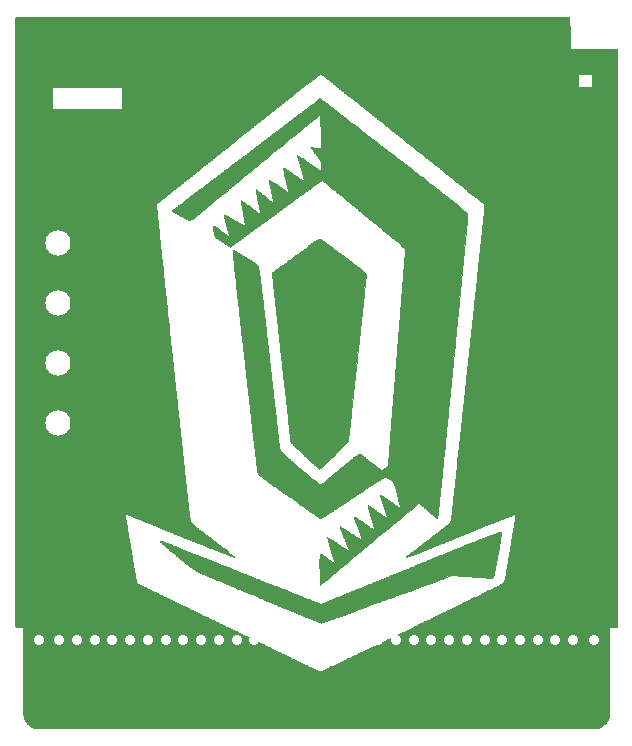
<source format=gbr>
G04 #@! TF.GenerationSoftware,KiCad,Pcbnew,(6.0.8)*
G04 #@! TF.CreationDate,2022-12-27T12:07:26-05:00*
G04 #@! TF.ProjectId,mbc30flash,6d626333-3066-46c6-9173-682e6b696361,rev?*
G04 #@! TF.SameCoordinates,Original*
G04 #@! TF.FileFunction,Legend,Bot*
G04 #@! TF.FilePolarity,Positive*
%FSLAX46Y46*%
G04 Gerber Fmt 4.6, Leading zero omitted, Abs format (unit mm)*
G04 Created by KiCad (PCBNEW (6.0.8)) date 2022-12-27 12:07:26*
%MOMM*%
%LPD*%
G01*
G04 APERTURE LIST*
%ADD10C,0.010000*%
%ADD11C,0.100000*%
%ADD12C,0.901600*%
%ADD13C,2.133600*%
G04 APERTURE END LIST*
G36*
X98832929Y-69808978D02*
G01*
X99420667Y-69808988D01*
X99998602Y-69809003D01*
X100566433Y-69809024D01*
X101123855Y-69809051D01*
X101670567Y-69809084D01*
X102206265Y-69809122D01*
X102730647Y-69809166D01*
X103243410Y-69809215D01*
X103744251Y-69809270D01*
X104232868Y-69809330D01*
X104708957Y-69809396D01*
X105172216Y-69809467D01*
X105622342Y-69809544D01*
X106059033Y-69809625D01*
X106481985Y-69809713D01*
X106890895Y-69809805D01*
X107285462Y-69809902D01*
X107665382Y-69810005D01*
X108030352Y-69810112D01*
X108380070Y-69810225D01*
X108714232Y-69810343D01*
X109032537Y-69810465D01*
X109334681Y-69810593D01*
X109620361Y-69810725D01*
X109889275Y-69810862D01*
X110141120Y-69811004D01*
X110375593Y-69811151D01*
X110592391Y-69811302D01*
X110791212Y-69811458D01*
X110971753Y-69811618D01*
X111133711Y-69811783D01*
X111276783Y-69811953D01*
X111400666Y-69812126D01*
X111505058Y-69812305D01*
X111589656Y-69812487D01*
X111654157Y-69812674D01*
X111698258Y-69812865D01*
X111721657Y-69813061D01*
X111725567Y-69813166D01*
X111772779Y-69823561D01*
X111808851Y-69844125D01*
X111815525Y-69849785D01*
X111849124Y-69879804D01*
X111854416Y-71185069D01*
X111859708Y-72490335D01*
X113838791Y-72495626D01*
X114089739Y-72496325D01*
X114320268Y-72497028D01*
X114531125Y-72497741D01*
X114723056Y-72498473D01*
X114896809Y-72499229D01*
X115053131Y-72500016D01*
X115192769Y-72500843D01*
X115316470Y-72501714D01*
X115424982Y-72502638D01*
X115519051Y-72503621D01*
X115599424Y-72504670D01*
X115666849Y-72505791D01*
X115722073Y-72506993D01*
X115765843Y-72508281D01*
X115798906Y-72509663D01*
X115822009Y-72511145D01*
X115835899Y-72512735D01*
X115840866Y-72514080D01*
X115864032Y-72532018D01*
X115885845Y-72555195D01*
X115907833Y-72583147D01*
X115907833Y-118956460D01*
X115907562Y-118956492D01*
X115907832Y-118956793D01*
X115907833Y-120143018D01*
X115907833Y-121329243D01*
X115871849Y-121365226D01*
X115835866Y-121401210D01*
X115209333Y-121401210D01*
X115209333Y-125254109D01*
X115209332Y-129107009D01*
X115140412Y-129232325D01*
X115052668Y-129373290D01*
X114946293Y-129511871D01*
X114823804Y-129644831D01*
X114805763Y-129662570D01*
X114691127Y-129764491D01*
X114568731Y-129854011D01*
X114432358Y-129935619D01*
X114414011Y-129945492D01*
X114301314Y-130005460D01*
X90405719Y-130005012D01*
X66510124Y-130004565D01*
X66451916Y-129980224D01*
X66405114Y-129957496D01*
X66346573Y-129924263D01*
X66280861Y-129883511D01*
X66212548Y-129838227D01*
X66146205Y-129791396D01*
X66086400Y-129746004D01*
X66058075Y-129722841D01*
X66009470Y-129679041D01*
X65956356Y-129626907D01*
X65907158Y-129574859D01*
X65886866Y-129551741D01*
X65842925Y-129496404D01*
X65797094Y-129432527D01*
X65752038Y-129364427D01*
X65710424Y-129296417D01*
X65674917Y-129232814D01*
X65648183Y-129177932D01*
X65635344Y-129144621D01*
X65633622Y-129138648D01*
X65632004Y-129131546D01*
X65630487Y-129122663D01*
X65629067Y-129111348D01*
X65627742Y-129096950D01*
X65626509Y-129078817D01*
X65625364Y-129056300D01*
X65624303Y-129028747D01*
X65623324Y-128995507D01*
X65622424Y-128955929D01*
X65621598Y-128909363D01*
X65620844Y-128855156D01*
X65620159Y-128792658D01*
X65619539Y-128721218D01*
X65618981Y-128640186D01*
X65618482Y-128548909D01*
X65618038Y-128446738D01*
X65617647Y-128333021D01*
X65617304Y-128207107D01*
X65617008Y-128068345D01*
X65616754Y-127916084D01*
X65616539Y-127749673D01*
X65616360Y-127568462D01*
X65616214Y-127371798D01*
X65616097Y-127159032D01*
X65616007Y-126929512D01*
X65615939Y-126682587D01*
X65615891Y-126417606D01*
X65615860Y-126133918D01*
X65615842Y-125830873D01*
X65615834Y-125507819D01*
X65615833Y-125242017D01*
X65615833Y-121401210D01*
X64999883Y-121401210D01*
X64964849Y-121366176D01*
X64935682Y-121326957D01*
X64923081Y-121284155D01*
X64922196Y-121267333D01*
X64921404Y-121230792D01*
X64920708Y-121175976D01*
X64920112Y-121104333D01*
X64919622Y-121017307D01*
X64919241Y-120916347D01*
X64918974Y-120802897D01*
X64918825Y-120678405D01*
X64918799Y-120544315D01*
X64918900Y-120402075D01*
X64919132Y-120253131D01*
X64919485Y-120104282D01*
X64919999Y-119924405D01*
X64920503Y-119764490D01*
X64921018Y-119623332D01*
X64921567Y-119499725D01*
X64922173Y-119392464D01*
X64922859Y-119300344D01*
X64923647Y-119222160D01*
X64924560Y-119156707D01*
X64925298Y-119119177D01*
X64912581Y-119106460D01*
X64922962Y-111861721D01*
X74200505Y-111861721D01*
X74203613Y-111892524D01*
X74209597Y-111940359D01*
X74218174Y-112003298D01*
X74229062Y-112079414D01*
X74241979Y-112166779D01*
X74256643Y-112263468D01*
X74272769Y-112367553D01*
X74290077Y-112477106D01*
X74308284Y-112590201D01*
X74316117Y-112638210D01*
X74332709Y-112740880D01*
X74351106Y-112857098D01*
X74370174Y-112979537D01*
X74388779Y-113100874D01*
X74405786Y-113213784D01*
X74416120Y-113283793D01*
X74423791Y-113336070D01*
X74431358Y-113386951D01*
X74439051Y-113437823D01*
X74447100Y-113490072D01*
X74455736Y-113545087D01*
X74465190Y-113604255D01*
X74475692Y-113668962D01*
X74487474Y-113740595D01*
X74500765Y-113820544D01*
X74515797Y-113910193D01*
X74532801Y-114010932D01*
X74552006Y-114124146D01*
X74573643Y-114251223D01*
X74597944Y-114393551D01*
X74625139Y-114552517D01*
X74655459Y-114729508D01*
X74689134Y-114925911D01*
X74690657Y-114934793D01*
X74707724Y-115034475D01*
X74727671Y-115151282D01*
X74749862Y-115281467D01*
X74773659Y-115421283D01*
X74798425Y-115566981D01*
X74823523Y-115714815D01*
X74848316Y-115861037D01*
X74872167Y-116001900D01*
X74886789Y-116088376D01*
X74927957Y-116331418D01*
X74966090Y-116555369D01*
X75001162Y-116760073D01*
X75033143Y-116945373D01*
X75062007Y-117111112D01*
X75087725Y-117257134D01*
X75110269Y-117383282D01*
X75129612Y-117489399D01*
X75145726Y-117575329D01*
X75158582Y-117640915D01*
X75168152Y-117686000D01*
X75174410Y-117710427D01*
X75176402Y-117714973D01*
X75186319Y-117720099D01*
X75214051Y-117733873D01*
X75258371Y-117755696D01*
X75318054Y-117784971D01*
X75391873Y-117821099D01*
X75478604Y-117863480D01*
X75577020Y-117911518D01*
X75685896Y-117964612D01*
X75804005Y-118022164D01*
X75930122Y-118083576D01*
X76063022Y-118148250D01*
X76201478Y-118215586D01*
X76221811Y-118225471D01*
X76370196Y-118297631D01*
X76519474Y-118370268D01*
X76667775Y-118442471D01*
X76813227Y-118513327D01*
X76953963Y-118581924D01*
X77088111Y-118647349D01*
X77213802Y-118708692D01*
X77329165Y-118765038D01*
X77432331Y-118815476D01*
X77521429Y-118859095D01*
X77594590Y-118894981D01*
X77633208Y-118913972D01*
X77945465Y-119067212D01*
X78245788Y-119213492D01*
X78532515Y-119352007D01*
X78803987Y-119481955D01*
X79056710Y-119601673D01*
X79148398Y-119645028D01*
X79243601Y-119690359D01*
X79338272Y-119735717D01*
X79428360Y-119779152D01*
X79509816Y-119818713D01*
X79578591Y-119852452D01*
X79612335Y-119869215D01*
X79675130Y-119900363D01*
X79752417Y-119938288D01*
X79839547Y-119980734D01*
X79931869Y-120025443D01*
X80024736Y-120070158D01*
X80113497Y-120112621D01*
X80125583Y-120118378D01*
X80207586Y-120157523D01*
X80304206Y-120203831D01*
X80411038Y-120255180D01*
X80523678Y-120309447D01*
X80637721Y-120364510D01*
X80748763Y-120418248D01*
X80852399Y-120468538D01*
X80855833Y-120470207D01*
X80960462Y-120521051D01*
X81073770Y-120576082D01*
X81191124Y-120633053D01*
X81307896Y-120689718D01*
X81419456Y-120743828D01*
X81521173Y-120793139D01*
X81607249Y-120834837D01*
X81704711Y-120882028D01*
X81815209Y-120935536D01*
X81932732Y-120992449D01*
X82051267Y-121049854D01*
X82164802Y-121104840D01*
X82267324Y-121154496D01*
X82284583Y-121162855D01*
X82380386Y-121209141D01*
X82484783Y-121259373D01*
X82592584Y-121311067D01*
X82698598Y-121361739D01*
X82797634Y-121408905D01*
X82884501Y-121450083D01*
X82908999Y-121461645D01*
X82981953Y-121496224D01*
X83069934Y-121538246D01*
X83168980Y-121585799D01*
X83275130Y-121636974D01*
X83384424Y-121689860D01*
X83492899Y-121742546D01*
X83596594Y-121793121D01*
X83618083Y-121803633D01*
X83815408Y-121900115D01*
X84018087Y-121999016D01*
X84223701Y-122099165D01*
X84429834Y-122199390D01*
X84634066Y-122298521D01*
X84833978Y-122395384D01*
X85027154Y-122488809D01*
X85211174Y-122577624D01*
X85383621Y-122660657D01*
X85542076Y-122736737D01*
X85684121Y-122804691D01*
X85692416Y-122808650D01*
X85791747Y-122856200D01*
X85906304Y-122911297D01*
X86032335Y-122972120D01*
X86166084Y-123036851D01*
X86303798Y-123103669D01*
X86441722Y-123170753D01*
X86576102Y-123236284D01*
X86703185Y-123298441D01*
X86750749Y-123321763D01*
X86863315Y-123376905D01*
X86976265Y-123432056D01*
X87087130Y-123486022D01*
X87193441Y-123537608D01*
X87292729Y-123585620D01*
X87382526Y-123628864D01*
X87460361Y-123666145D01*
X87523767Y-123696270D01*
X87564259Y-123715258D01*
X87640555Y-123750983D01*
X87723137Y-123790168D01*
X87805630Y-123829755D01*
X87881663Y-123866686D01*
X87944863Y-123897903D01*
X87945259Y-123898101D01*
X87983883Y-123917212D01*
X88039474Y-123944410D01*
X88109901Y-123978665D01*
X88193029Y-124018946D01*
X88286725Y-124064223D01*
X88388855Y-124113465D01*
X88497286Y-124165642D01*
X88609884Y-124219722D01*
X88724516Y-124274675D01*
X88756291Y-124289889D01*
X88871815Y-124345218D01*
X88986450Y-124400182D01*
X89097986Y-124453718D01*
X89204216Y-124504764D01*
X89302929Y-124552257D01*
X89391919Y-124595134D01*
X89468975Y-124632332D01*
X89531889Y-124662788D01*
X89578453Y-124685440D01*
X89587083Y-124689662D01*
X89659779Y-124724787D01*
X89741605Y-124763457D01*
X89830584Y-124804806D01*
X89924738Y-124847966D01*
X90022089Y-124892070D01*
X90120661Y-124936253D01*
X90218475Y-124979648D01*
X90313554Y-125021389D01*
X90403921Y-125060608D01*
X90487598Y-125096439D01*
X90562608Y-125128016D01*
X90626972Y-125154472D01*
X90678715Y-125174941D01*
X90715857Y-125188556D01*
X90736422Y-125194450D01*
X90739255Y-125194548D01*
X90769317Y-125188138D01*
X90794645Y-125182951D01*
X90814521Y-125176333D01*
X90820032Y-125168864D01*
X90819983Y-125168783D01*
X90823129Y-125162261D01*
X90828092Y-125162134D01*
X90842095Y-125158092D01*
X90874140Y-125145248D01*
X90923241Y-125124067D01*
X90988408Y-125095012D01*
X91068656Y-125058549D01*
X91162995Y-125015142D01*
X91270439Y-124965256D01*
X91390000Y-124909356D01*
X91520690Y-124847906D01*
X91661521Y-124781371D01*
X91811506Y-124710216D01*
X91969658Y-124634905D01*
X92134988Y-124555903D01*
X92306510Y-124473674D01*
X92483234Y-124388684D01*
X92664175Y-124301397D01*
X92848343Y-124212278D01*
X92894374Y-124189960D01*
X93074776Y-124102472D01*
X93237352Y-124023659D01*
X93383313Y-123952939D01*
X93513866Y-123889730D01*
X93630223Y-123833451D01*
X93733593Y-123783520D01*
X93825185Y-123739356D01*
X93906210Y-123700375D01*
X93977876Y-123665998D01*
X94041394Y-123635641D01*
X94097972Y-123608724D01*
X94148822Y-123584665D01*
X94195152Y-123562882D01*
X94238172Y-123542793D01*
X94279091Y-123523816D01*
X94291884Y-123517910D01*
X94364000Y-123484358D01*
X94440450Y-123448299D01*
X94515175Y-123412624D01*
X94582119Y-123380222D01*
X94630550Y-123356327D01*
X94671857Y-123336010D01*
X94729230Y-123308304D01*
X94799522Y-123274703D01*
X94879587Y-123236701D01*
X94966279Y-123195790D01*
X95056450Y-123153465D01*
X95146954Y-123111218D01*
X95148624Y-123110441D01*
X95245057Y-123065334D01*
X95346326Y-123017547D01*
X95448272Y-122969071D01*
X95546736Y-122921898D01*
X95637560Y-122878017D01*
X95716583Y-122839421D01*
X95767749Y-122814067D01*
X95839718Y-122778427D01*
X95925955Y-122736290D01*
X96021516Y-122690036D01*
X96121455Y-122642047D01*
X96220828Y-122594707D01*
X96314688Y-122550395D01*
X96333958Y-122541360D01*
X96428762Y-122496707D01*
X96536762Y-122445402D01*
X96652198Y-122390208D01*
X96769310Y-122333890D01*
X96882338Y-122279212D01*
X96985521Y-122228938D01*
X97011291Y-122216309D01*
X97106217Y-122169880D01*
X97208506Y-122120136D01*
X97313307Y-122069418D01*
X97415769Y-122020065D01*
X97511044Y-121974415D01*
X97594280Y-121934809D01*
X97625124Y-121920237D01*
X97709341Y-121880297D01*
X97800715Y-121836509D01*
X97893448Y-121791681D01*
X97981746Y-121748622D01*
X98059812Y-121710140D01*
X98096083Y-121692046D01*
X98157807Y-121661274D01*
X98234320Y-121623440D01*
X98321330Y-121580650D01*
X98414546Y-121535006D01*
X98509676Y-121488612D01*
X98602430Y-121443572D01*
X98641124Y-121424851D01*
X98731157Y-121381372D01*
X98815284Y-121340810D01*
X98896260Y-121301850D01*
X98976836Y-121263176D01*
X99059765Y-121223471D01*
X99147800Y-121181418D01*
X99243692Y-121135703D01*
X99350194Y-121085009D01*
X99470058Y-121028020D01*
X99606038Y-120963419D01*
X99620083Y-120956748D01*
X99922549Y-120812442D01*
X100237454Y-120660950D01*
X100558668Y-120505245D01*
X100880058Y-120348299D01*
X101191708Y-120194954D01*
X101305897Y-120138650D01*
X101424575Y-120080327D01*
X101544548Y-120021540D01*
X101662627Y-119963847D01*
X101775620Y-119908803D01*
X101880335Y-119857964D01*
X101973581Y-119812887D01*
X102052168Y-119775127D01*
X102075416Y-119764025D01*
X102133513Y-119736191D01*
X102208601Y-119699982D01*
X102298680Y-119656372D01*
X102401749Y-119606336D01*
X102515809Y-119550849D01*
X102638862Y-119490884D01*
X102768906Y-119427416D01*
X102903942Y-119361420D01*
X103041971Y-119293869D01*
X103180992Y-119225739D01*
X103303083Y-119165824D01*
X103450231Y-119093565D01*
X103604529Y-119017799D01*
X103763215Y-118939883D01*
X103923527Y-118861172D01*
X104082702Y-118783023D01*
X104237977Y-118706791D01*
X104386592Y-118633834D01*
X104525782Y-118565507D01*
X104652786Y-118503166D01*
X104764842Y-118448168D01*
X104811208Y-118425413D01*
X104980957Y-118342077D01*
X105132984Y-118267364D01*
X105268585Y-118200616D01*
X105389061Y-118141173D01*
X105495710Y-118088378D01*
X105589833Y-118041570D01*
X105672727Y-118000093D01*
X105745693Y-117963287D01*
X105810029Y-117930493D01*
X105867035Y-117901052D01*
X105918010Y-117874307D01*
X105964253Y-117849599D01*
X106007063Y-117826268D01*
X106047739Y-117803656D01*
X106087582Y-117781105D01*
X106127889Y-117757955D01*
X106128833Y-117757410D01*
X106335208Y-117638167D01*
X106374104Y-117400376D01*
X106387586Y-117318079D01*
X106401389Y-117234116D01*
X106415930Y-117145954D01*
X106431631Y-117051060D01*
X106448911Y-116946900D01*
X106468191Y-116830944D01*
X106489889Y-116700657D01*
X106514427Y-116553507D01*
X106530232Y-116458793D01*
X106542025Y-116387809D01*
X106556443Y-116300483D01*
X106572741Y-116201371D01*
X106590170Y-116095027D01*
X106607984Y-115986006D01*
X106625436Y-115878863D01*
X106636957Y-115807918D01*
X106654574Y-115700608D01*
X106673991Y-115584648D01*
X106694292Y-115465359D01*
X106714560Y-115348060D01*
X106733881Y-115238071D01*
X106751337Y-115140712D01*
X106759902Y-115093982D01*
X106777482Y-114997684D01*
X106796318Y-114892133D01*
X106815308Y-114783662D01*
X106833352Y-114678606D01*
X106849349Y-114583296D01*
X106859266Y-114522482D01*
X106871037Y-114449565D01*
X106885581Y-114360313D01*
X106902150Y-114259264D01*
X106919997Y-114150955D01*
X106938375Y-114039923D01*
X106956536Y-113930705D01*
X106970019Y-113850001D01*
X107009232Y-113615310D01*
X107046276Y-113392518D01*
X107081043Y-113182303D01*
X107113425Y-112985343D01*
X107143314Y-112802314D01*
X107170602Y-112633894D01*
X107195182Y-112480759D01*
X107216944Y-112343587D01*
X107235782Y-112223055D01*
X107251587Y-112119840D01*
X107264251Y-112034619D01*
X107273667Y-111968070D01*
X107279726Y-111920868D01*
X107282320Y-111893693D01*
X107282416Y-111890339D01*
X107280952Y-111866542D01*
X107273046Y-111858646D01*
X107253426Y-111861416D01*
X107253312Y-111861443D01*
X107225628Y-111869510D01*
X107179796Y-111884861D01*
X107117321Y-111906919D01*
X107039707Y-111935108D01*
X106948458Y-111968851D01*
X106845081Y-112007572D01*
X106731078Y-112050694D01*
X106607956Y-112097640D01*
X106477219Y-112147835D01*
X106340371Y-112200702D01*
X106198917Y-112255663D01*
X106054363Y-112312144D01*
X105908212Y-112369566D01*
X105761971Y-112427354D01*
X105617142Y-112484932D01*
X105475231Y-112541721D01*
X105425041Y-112561905D01*
X105321636Y-112603469D01*
X105208124Y-112648964D01*
X105089897Y-112696238D01*
X104972352Y-112743135D01*
X104860883Y-112787503D01*
X104760885Y-112827188D01*
X104715958Y-112844964D01*
X104624654Y-112881152D01*
X104528364Y-112919514D01*
X104431832Y-112958146D01*
X104339799Y-112995147D01*
X104257009Y-113028611D01*
X104188203Y-113056638D01*
X104176208Y-113061558D01*
X104099194Y-113093136D01*
X104015230Y-113127461D01*
X103931113Y-113161759D01*
X103853644Y-113193258D01*
X103795208Y-113216929D01*
X103725978Y-113245439D01*
X103650962Y-113277233D01*
X103577708Y-113309056D01*
X103513765Y-113337654D01*
X103493583Y-113346951D01*
X103447836Y-113367426D01*
X103386461Y-113393670D01*
X103313629Y-113423966D01*
X103233512Y-113456597D01*
X103150281Y-113489848D01*
X103070249Y-113521171D01*
X102931372Y-113574942D01*
X102810385Y-113621880D01*
X102705417Y-113662731D01*
X102614594Y-113698242D01*
X102536046Y-113729159D01*
X102467899Y-113756229D01*
X102408282Y-113780198D01*
X102355322Y-113801813D01*
X102307147Y-113821821D01*
X102261884Y-113840968D01*
X102217662Y-113860000D01*
X102186888Y-113873407D01*
X102130489Y-113897599D01*
X102056933Y-113928396D01*
X101968802Y-113964758D01*
X101868676Y-114005648D01*
X101759136Y-114050027D01*
X101642766Y-114096857D01*
X101522144Y-114145098D01*
X101399854Y-114193712D01*
X101278475Y-114241660D01*
X101160591Y-114287905D01*
X101048781Y-114331406D01*
X101043541Y-114333435D01*
X100968543Y-114363061D01*
X100882110Y-114398175D01*
X100792086Y-114435532D01*
X100706318Y-114471885D01*
X100651958Y-114495460D01*
X100578151Y-114527333D01*
X100498368Y-114560877D01*
X100419197Y-114593383D01*
X100347225Y-114622140D01*
X100297416Y-114641317D01*
X100238853Y-114663774D01*
X100182441Y-114686285D01*
X100133438Y-114706691D01*
X100097102Y-114722834D01*
X100087830Y-114727340D01*
X100062247Y-114739130D01*
X100020257Y-114757107D01*
X99964992Y-114780034D01*
X99899583Y-114806674D01*
X99827161Y-114835790D01*
X99750859Y-114866145D01*
X99673806Y-114896503D01*
X99599136Y-114925627D01*
X99529980Y-114952280D01*
X99469468Y-114975225D01*
X99420734Y-114993225D01*
X99386907Y-115005044D01*
X99376666Y-115008220D01*
X99350563Y-115016914D01*
X99309580Y-115032190D01*
X99258285Y-115052275D01*
X99201247Y-115075393D01*
X99167074Y-115089603D01*
X99032960Y-115145306D01*
X98899730Y-115199472D01*
X98769992Y-115251102D01*
X98646353Y-115299194D01*
X98531420Y-115342747D01*
X98427801Y-115380762D01*
X98338102Y-115412238D01*
X98264932Y-115436173D01*
X98260124Y-115437654D01*
X98202716Y-115454839D01*
X98147006Y-115470781D01*
X98096679Y-115484507D01*
X98055419Y-115495042D01*
X98026910Y-115501410D01*
X98014835Y-115502638D01*
X98014752Y-115502573D01*
X98013615Y-115488362D01*
X98021679Y-115464085D01*
X98035613Y-115436736D01*
X98052086Y-115413306D01*
X98061621Y-115404171D01*
X98079307Y-115391395D01*
X98111030Y-115368754D01*
X98153524Y-115338570D01*
X98203519Y-115303162D01*
X98257747Y-115264855D01*
X98259159Y-115263859D01*
X98307285Y-115229235D01*
X98368822Y-115183912D01*
X98440571Y-115130305D01*
X98519328Y-115070831D01*
X98601894Y-115007905D01*
X98685068Y-114943943D01*
X98756576Y-114888441D01*
X98834505Y-114827744D01*
X98911844Y-114767658D01*
X98985923Y-114710249D01*
X99054070Y-114657579D01*
X99113614Y-114611715D01*
X99161883Y-114574721D01*
X99196207Y-114548660D01*
X99196749Y-114548252D01*
X99239644Y-114515718D01*
X99294632Y-114473583D01*
X99357180Y-114425347D01*
X99422753Y-114374508D01*
X99486817Y-114324565D01*
X99498374Y-114315521D01*
X99550524Y-114274976D01*
X99616414Y-114224214D01*
X99692831Y-114165684D01*
X99776560Y-114101838D01*
X99864384Y-114035127D01*
X99953090Y-113968002D01*
X100039462Y-113902913D01*
X100048708Y-113895965D01*
X100137055Y-113829464D01*
X100230192Y-113759150D01*
X100324500Y-113687769D01*
X100416358Y-113618066D01*
X100502149Y-113552789D01*
X100578252Y-113494683D01*
X100641048Y-113446495D01*
X100641374Y-113446244D01*
X100719705Y-113386195D01*
X100808565Y-113318551D01*
X100901779Y-113247982D01*
X100993172Y-113179158D01*
X101076570Y-113116747D01*
X101107041Y-113094081D01*
X101235775Y-112997455D01*
X101347760Y-112910899D01*
X101444173Y-112833226D01*
X101526189Y-112763248D01*
X101594981Y-112699774D01*
X101651727Y-112641618D01*
X101697601Y-112587590D01*
X101733777Y-112536502D01*
X101761433Y-112487164D01*
X101781741Y-112438389D01*
X101793209Y-112400085D01*
X101808346Y-112330939D01*
X101824014Y-112241033D01*
X101840225Y-112130280D01*
X101856992Y-111998595D01*
X101874326Y-111845890D01*
X101885027Y-111743918D01*
X101891095Y-111685523D01*
X101899290Y-111608236D01*
X101909376Y-111514199D01*
X101921121Y-111405554D01*
X101934291Y-111284445D01*
X101948650Y-111153013D01*
X101963966Y-111013401D01*
X101980005Y-110867751D01*
X101996531Y-110718205D01*
X102013312Y-110566907D01*
X102027785Y-110436876D01*
X102044776Y-110284051D01*
X102061825Y-110129894D01*
X102078684Y-109976691D01*
X102095105Y-109826729D01*
X102110840Y-109682293D01*
X102125642Y-109545669D01*
X102139263Y-109419142D01*
X102151455Y-109304999D01*
X102161970Y-109205525D01*
X102170560Y-109123006D01*
X102175791Y-109071626D01*
X102213290Y-108700376D01*
X102251190Y-108330316D01*
X102289209Y-107964098D01*
X102327066Y-107604373D01*
X102364478Y-107253792D01*
X102401163Y-106915007D01*
X102436839Y-106590670D01*
X102471225Y-106283431D01*
X102488109Y-106134751D01*
X102500167Y-106028497D01*
X102512352Y-105919995D01*
X102524252Y-105812981D01*
X102535456Y-105711192D01*
X102545554Y-105618366D01*
X102554134Y-105538239D01*
X102560786Y-105474549D01*
X102561991Y-105462710D01*
X102567110Y-105412943D01*
X102574261Y-105344707D01*
X102583169Y-105260575D01*
X102593558Y-105163117D01*
X102605153Y-105054907D01*
X102617678Y-104938515D01*
X102630857Y-104816513D01*
X102644415Y-104691474D01*
X102658076Y-104565969D01*
X102658386Y-104563126D01*
X102671207Y-104444627D01*
X102683197Y-104331938D01*
X102694172Y-104226889D01*
X102703953Y-104131308D01*
X102712358Y-104047025D01*
X102719205Y-103975869D01*
X102724312Y-103919669D01*
X102727499Y-103880254D01*
X102728583Y-103859453D01*
X102728453Y-103857009D01*
X102727656Y-103840597D01*
X102731214Y-103837940D01*
X102735133Y-103830242D01*
X102739753Y-103805897D01*
X102744668Y-103769396D01*
X102749473Y-103725230D01*
X102753764Y-103677889D01*
X102757136Y-103631864D01*
X102759184Y-103591645D01*
X102759502Y-103561725D01*
X102757687Y-103546593D01*
X102757508Y-103546265D01*
X102755471Y-103538088D01*
X102759800Y-103539651D01*
X102764524Y-103532438D01*
X102769948Y-103508559D01*
X102775618Y-103472481D01*
X102781078Y-103428672D01*
X102785875Y-103381602D01*
X102789553Y-103335738D01*
X102791660Y-103295549D01*
X102791740Y-103265502D01*
X102789339Y-103250067D01*
X102789258Y-103249931D01*
X102787196Y-103241961D01*
X102794557Y-103245176D01*
X102802306Y-103245262D01*
X102805222Y-103230590D01*
X102804130Y-103200182D01*
X102803167Y-103170875D01*
X102804768Y-103153409D01*
X102806963Y-103151037D01*
X102810985Y-103143772D01*
X102815008Y-103120730D01*
X102818658Y-103087300D01*
X102821562Y-103048868D01*
X102823347Y-103010822D01*
X102823639Y-102978550D01*
X102822065Y-102957439D01*
X102820681Y-102953068D01*
X102819122Y-102945639D01*
X102826307Y-102948843D01*
X102834056Y-102948929D01*
X102836972Y-102934257D01*
X102835880Y-102903849D01*
X102834917Y-102874541D01*
X102836518Y-102857076D01*
X102838713Y-102854704D01*
X102842735Y-102847438D01*
X102846758Y-102824397D01*
X102850408Y-102790966D01*
X102853312Y-102752535D01*
X102855097Y-102714489D01*
X102855389Y-102682217D01*
X102853815Y-102661106D01*
X102852431Y-102656735D01*
X102850748Y-102648972D01*
X102854545Y-102650339D01*
X102857425Y-102641221D01*
X102862106Y-102612401D01*
X102868429Y-102565250D01*
X102876238Y-102501142D01*
X102885373Y-102421451D01*
X102895679Y-102327548D01*
X102906996Y-102220806D01*
X102919168Y-102102600D01*
X102931216Y-101982578D01*
X102944372Y-101851451D01*
X102959489Y-101703321D01*
X102976143Y-101542218D01*
X102993908Y-101372172D01*
X103012359Y-101197213D01*
X103031070Y-101021369D01*
X103049617Y-100848670D01*
X103067574Y-100683146D01*
X103084515Y-100528826D01*
X103087217Y-100504418D01*
X103104451Y-100348033D01*
X103123187Y-100176431D01*
X103142941Y-99994134D01*
X103163228Y-99805670D01*
X103183566Y-99615561D01*
X103203469Y-99428332D01*
X103222454Y-99248509D01*
X103240037Y-99080616D01*
X103255734Y-98929178D01*
X103255907Y-98927501D01*
X103270491Y-98786683D01*
X103287009Y-98628658D01*
X103305053Y-98457255D01*
X103324214Y-98276304D01*
X103344084Y-98089635D01*
X103364254Y-97901077D01*
X103384316Y-97714459D01*
X103403861Y-97533612D01*
X103422482Y-97362365D01*
X103435352Y-97244751D01*
X103452228Y-97090627D01*
X103470939Y-96919093D01*
X103491091Y-96733792D01*
X103512290Y-96538363D01*
X103534143Y-96336446D01*
X103556257Y-96131683D01*
X103578238Y-95927713D01*
X103599693Y-95728178D01*
X103620229Y-95536717D01*
X103639451Y-95356970D01*
X103646933Y-95286835D01*
X103665018Y-95117268D01*
X103684204Y-94937555D01*
X103704142Y-94750951D01*
X103724484Y-94560713D01*
X103744881Y-94370098D01*
X103764985Y-94182361D01*
X103784447Y-94000759D01*
X103802918Y-93828549D01*
X103820049Y-93668986D01*
X103835493Y-93525328D01*
X103843534Y-93450626D01*
X103859472Y-93302400D01*
X103876434Y-93144208D01*
X103894016Y-92979848D01*
X103911812Y-92813121D01*
X103929419Y-92647824D01*
X103946431Y-92487756D01*
X103962445Y-92336716D01*
X103977056Y-92198503D01*
X103989858Y-92076915D01*
X103991747Y-92058918D01*
X104004258Y-91939963D01*
X104018631Y-91803794D01*
X104034459Y-91654242D01*
X104051335Y-91495138D01*
X104068851Y-91330313D01*
X104086601Y-91163598D01*
X104104177Y-90998824D01*
X104121173Y-90839822D01*
X104137180Y-90690422D01*
X104139103Y-90672501D01*
X104163037Y-90449312D01*
X104184878Y-90245182D01*
X104204834Y-90058131D01*
X104223113Y-89886178D01*
X104239922Y-89727341D01*
X104255469Y-89579638D01*
X104269963Y-89441089D01*
X104283611Y-89309713D01*
X104296621Y-89183527D01*
X104309200Y-89060551D01*
X104321558Y-88938803D01*
X104333901Y-88816303D01*
X104335081Y-88804543D01*
X104345905Y-88698326D01*
X104358052Y-88581905D01*
X104370883Y-88461233D01*
X104383757Y-88342262D01*
X104396036Y-88230945D01*
X104407079Y-88133235D01*
X104409606Y-88111335D01*
X104420207Y-88018007D01*
X104432158Y-87909560D01*
X104444823Y-87791950D01*
X104457571Y-87671130D01*
X104469769Y-87553057D01*
X104480782Y-87443683D01*
X104483303Y-87418126D01*
X104493252Y-87317502D01*
X104503848Y-87211630D01*
X104514597Y-87105355D01*
X104525007Y-87003522D01*
X104534583Y-86910976D01*
X104542831Y-86832562D01*
X104545857Y-86804293D01*
X104554370Y-86723357D01*
X104562953Y-86638191D01*
X104571016Y-86554931D01*
X104577964Y-86479712D01*
X104583206Y-86418670D01*
X104583682Y-86412710D01*
X104588803Y-86352464D01*
X104595702Y-86277653D01*
X104603753Y-86194742D01*
X104612327Y-86110194D01*
X104620664Y-86031710D01*
X104628555Y-85958698D01*
X104636121Y-85887409D01*
X104642882Y-85822451D01*
X104648360Y-85768435D01*
X104652075Y-85729970D01*
X104652543Y-85724793D01*
X104659588Y-85645418D01*
X104581939Y-85591584D01*
X104553904Y-85571157D01*
X104510795Y-85538394D01*
X104453929Y-85494358D01*
X104384620Y-85440108D01*
X104304184Y-85376706D01*
X104213938Y-85305210D01*
X104115197Y-85226681D01*
X104009276Y-85142181D01*
X103897492Y-85052768D01*
X103781159Y-84959505D01*
X103661595Y-84863450D01*
X103540114Y-84765664D01*
X103418032Y-84667208D01*
X103296666Y-84569141D01*
X103177330Y-84472525D01*
X103061340Y-84378420D01*
X102950012Y-84287885D01*
X102844662Y-84201982D01*
X102746606Y-84121771D01*
X102657159Y-84048311D01*
X102577637Y-83982664D01*
X102509356Y-83925890D01*
X102453631Y-83879048D01*
X102411778Y-83843200D01*
X102403499Y-83835959D01*
X102347593Y-83788069D01*
X102277130Y-83729813D01*
X102194699Y-83663239D01*
X102102886Y-83590396D01*
X102004279Y-83513333D01*
X101901466Y-83434097D01*
X101797033Y-83354737D01*
X101768499Y-83333257D01*
X101700167Y-83281019D01*
X101623308Y-83220771D01*
X101544916Y-83158089D01*
X101471988Y-83098550D01*
X101429833Y-83063332D01*
X101375308Y-83017403D01*
X101321959Y-82972806D01*
X101273499Y-82932619D01*
X101233642Y-82899922D01*
X101206099Y-82877793D01*
X101205620Y-82877417D01*
X101177661Y-82855242D01*
X101137281Y-82822869D01*
X101088446Y-82783496D01*
X101035123Y-82740321D01*
X100988662Y-82702555D01*
X100924650Y-82651042D01*
X100852001Y-82593586D01*
X100777805Y-82535736D01*
X100709151Y-82483037D01*
X100678416Y-82459826D01*
X100604938Y-82404375D01*
X100535655Y-82351220D01*
X100467238Y-82297703D01*
X100396358Y-82241167D01*
X100319685Y-82178954D01*
X100233892Y-82108407D01*
X100135647Y-82026869D01*
X100128083Y-82020569D01*
X100073232Y-81975017D01*
X100021136Y-81932103D01*
X99969508Y-81890004D01*
X99916059Y-81846901D01*
X99858502Y-81800972D01*
X99794547Y-81750397D01*
X99721908Y-81693353D01*
X99638295Y-81628020D01*
X99541422Y-81552577D01*
X99483230Y-81507335D01*
X99418512Y-81456654D01*
X99343458Y-81397254D01*
X99264045Y-81333902D01*
X99186247Y-81271367D01*
X99116042Y-81214418D01*
X99111241Y-81210498D01*
X99000373Y-81120085D01*
X98891978Y-81031984D01*
X98787873Y-80947658D01*
X98689878Y-80868570D01*
X98599811Y-80796183D01*
X98519491Y-80731959D01*
X98450737Y-80677363D01*
X98395368Y-80633856D01*
X98368494Y-80613043D01*
X98265932Y-80533687D01*
X98155091Y-80446875D01*
X98040416Y-80356150D01*
X97926347Y-80265054D01*
X97817330Y-80177131D01*
X97717805Y-80095923D01*
X97657805Y-80046334D01*
X97593438Y-79993294D01*
X97524946Y-79937729D01*
X97457154Y-79883494D01*
X97394885Y-79834441D01*
X97342964Y-79794426D01*
X97334083Y-79787724D01*
X97291702Y-79755417D01*
X97236288Y-79712450D01*
X97171240Y-79661501D01*
X97099960Y-79605248D01*
X97025851Y-79546367D01*
X96952312Y-79487537D01*
X96931916Y-79471139D01*
X96849202Y-79404559D01*
X96756118Y-79329626D01*
X96658166Y-79250770D01*
X96560846Y-79172419D01*
X96469659Y-79099001D01*
X96398660Y-79041833D01*
X96325619Y-78983230D01*
X96250048Y-78922977D01*
X96175625Y-78863978D01*
X96106025Y-78809137D01*
X96044924Y-78761359D01*
X95995998Y-78723548D01*
X95989557Y-78718626D01*
X95935804Y-78677113D01*
X95870911Y-78626173D01*
X95800027Y-78569895D01*
X95728299Y-78512371D01*
X95660876Y-78457692D01*
X95649941Y-78448751D01*
X95585054Y-78396052D01*
X95516125Y-78340807D01*
X95447965Y-78286822D01*
X95385388Y-78237905D01*
X95333208Y-78197863D01*
X95323502Y-78190549D01*
X95280188Y-78157577D01*
X95223993Y-78114080D01*
X95158483Y-78062858D01*
X95087222Y-78006710D01*
X95013777Y-77948438D01*
X94941711Y-77890841D01*
X94932733Y-77883632D01*
X94860488Y-77825631D01*
X94785942Y-77765859D01*
X94712781Y-77707266D01*
X94644691Y-77652803D01*
X94585358Y-77605419D01*
X94538467Y-77568063D01*
X94534667Y-77565043D01*
X94489962Y-77529473D01*
X94432278Y-77483508D01*
X94365162Y-77429978D01*
X94292161Y-77371712D01*
X94216821Y-77311541D01*
X94142690Y-77252296D01*
X94126141Y-77239064D01*
X93988249Y-77128826D01*
X93865320Y-77030621D01*
X93755812Y-76943231D01*
X93658182Y-76865438D01*
X93570887Y-76796024D01*
X93492385Y-76733772D01*
X93421133Y-76677463D01*
X93355588Y-76625880D01*
X93294208Y-76577805D01*
X93235450Y-76532019D01*
X93177771Y-76487307D01*
X93119629Y-76442448D01*
X93059480Y-76396226D01*
X93024875Y-76369697D01*
X92985108Y-76338995D01*
X92931793Y-76297474D01*
X92867940Y-76247500D01*
X92796563Y-76191437D01*
X92720671Y-76131649D01*
X92643277Y-76070500D01*
X92587458Y-76026278D01*
X92512819Y-75967080D01*
X92439224Y-75908719D01*
X92369342Y-75853312D01*
X92305845Y-75802977D01*
X92251403Y-75759830D01*
X92208686Y-75725988D01*
X92184316Y-75706694D01*
X92144646Y-75674723D01*
X92093643Y-75632750D01*
X92035958Y-75584650D01*
X91976240Y-75534298D01*
X91925024Y-75490623D01*
X91867590Y-75441986D01*
X91798524Y-75384535D01*
X91722913Y-75322437D01*
X91645841Y-75259861D01*
X91572395Y-75200972D01*
X91545861Y-75179928D01*
X91475829Y-75124508D01*
X91400595Y-75064830D01*
X91325096Y-75004822D01*
X91254271Y-74948409D01*
X91193059Y-74899520D01*
X91171395Y-74882168D01*
X91091794Y-74818348D01*
X91026885Y-74766496D01*
X90974823Y-74725371D01*
X90933764Y-74693731D01*
X90901862Y-74670333D01*
X90877272Y-74653934D01*
X90858149Y-74643293D01*
X90842649Y-74637167D01*
X90828926Y-74634313D01*
X90815134Y-74633490D01*
X90802019Y-74633459D01*
X90756350Y-74640344D01*
X90700115Y-74661291D01*
X90632484Y-74696742D01*
X90552630Y-74747138D01*
X90459724Y-74812921D01*
X90446602Y-74822657D01*
X90399364Y-74857720D01*
X90339859Y-74901649D01*
X90272950Y-74950871D01*
X90203494Y-75001812D01*
X90136352Y-75050898D01*
X90124848Y-75059289D01*
X90033649Y-75126264D01*
X89935872Y-75198925D01*
X89834609Y-75274915D01*
X89732950Y-75351876D01*
X89633988Y-75427452D01*
X89540812Y-75499284D01*
X89456515Y-75565016D01*
X89384187Y-75622290D01*
X89343666Y-75655001D01*
X89313218Y-75679633D01*
X89268038Y-75715884D01*
X89210009Y-75762257D01*
X89141011Y-75817255D01*
X89062927Y-75879381D01*
X88977638Y-75947137D01*
X88887026Y-76019028D01*
X88792971Y-76093555D01*
X88702812Y-76164907D01*
X88604125Y-76243060D01*
X88504688Y-76321997D01*
X88406735Y-76399931D01*
X88312499Y-76475080D01*
X88224214Y-76545657D01*
X88144112Y-76609878D01*
X88074427Y-76665958D01*
X88017393Y-76712112D01*
X87983145Y-76740056D01*
X87913221Y-76796911D01*
X87835398Y-76859307D01*
X87755470Y-76922653D01*
X87679231Y-76982364D01*
X87612476Y-77033850D01*
X87602708Y-77041288D01*
X87537573Y-77091090D01*
X87461838Y-77149517D01*
X87381428Y-77211967D01*
X87302265Y-77273838D01*
X87230275Y-77330525D01*
X87221708Y-77337309D01*
X87156976Y-77388460D01*
X87089832Y-77441263D01*
X87024640Y-77492304D01*
X86965767Y-77538168D01*
X86917577Y-77575439D01*
X86904208Y-77585695D01*
X86854506Y-77624192D01*
X86804308Y-77663900D01*
X86759345Y-77700238D01*
X86725346Y-77728627D01*
X86724291Y-77729536D01*
X86698339Y-77751031D01*
X86658555Y-77782829D01*
X86608028Y-77822516D01*
X86549847Y-77867679D01*
X86487102Y-77915902D01*
X86434493Y-77955976D01*
X86368245Y-78006554D01*
X86302177Y-78057597D01*
X86239830Y-78106323D01*
X86184748Y-78149951D01*
X86140473Y-78185700D01*
X86116993Y-78205239D01*
X86049708Y-78262001D01*
X85974661Y-78324453D01*
X85895659Y-78389494D01*
X85816510Y-78454026D01*
X85741020Y-78514947D01*
X85672998Y-78569157D01*
X85616251Y-78613557D01*
X85603467Y-78623376D01*
X85513987Y-78692144D01*
X85421146Y-78764214D01*
X85328246Y-78836976D01*
X85238591Y-78907817D01*
X85155484Y-78974125D01*
X85082229Y-79033290D01*
X85022130Y-79082697D01*
X85015083Y-79088580D01*
X84960495Y-79133797D01*
X84891696Y-79190073D01*
X84811154Y-79255438D01*
X84721339Y-79327923D01*
X84624722Y-79405558D01*
X84523772Y-79486374D01*
X84420960Y-79568402D01*
X84318755Y-79649672D01*
X84219628Y-79728215D01*
X84126048Y-79802061D01*
X84040485Y-79869242D01*
X83965410Y-79927788D01*
X83903292Y-79975729D01*
X83882666Y-79991466D01*
X83805583Y-80050714D01*
X83715779Y-80120924D01*
X83616663Y-80199349D01*
X83511642Y-80283242D01*
X83404123Y-80369858D01*
X83297515Y-80456450D01*
X83195225Y-80540271D01*
X83100661Y-80618576D01*
X83017231Y-80688618D01*
X83009990Y-80694757D01*
X82958083Y-80737984D01*
X82895070Y-80789169D01*
X82826817Y-80843623D01*
X82759189Y-80896656D01*
X82713208Y-80932066D01*
X82651064Y-80979888D01*
X82585106Y-81031383D01*
X82520817Y-81082221D01*
X82463677Y-81128073D01*
X82427458Y-81157708D01*
X82379920Y-81196596D01*
X82320991Y-81244005D01*
X82256102Y-81295611D01*
X82190684Y-81347092D01*
X82141708Y-81385210D01*
X82079167Y-81434032D01*
X82012284Y-81486993D01*
X81946670Y-81539602D01*
X81887933Y-81587367D01*
X81850666Y-81618234D01*
X81794114Y-81664741D01*
X81728328Y-81717434D01*
X81661201Y-81770064D01*
X81600626Y-81816381D01*
X81596666Y-81819352D01*
X81543937Y-81859417D01*
X81490764Y-81900808D01*
X81442452Y-81939334D01*
X81404305Y-81970801D01*
X81395583Y-81978284D01*
X81366620Y-82002786D01*
X81322730Y-82038973D01*
X81265641Y-82085467D01*
X81197080Y-82140893D01*
X81118777Y-82203873D01*
X81032460Y-82273031D01*
X80939857Y-82346990D01*
X80842696Y-82424373D01*
X80742706Y-82503804D01*
X80641616Y-82583905D01*
X80541153Y-82663300D01*
X80443045Y-82740613D01*
X80349022Y-82814465D01*
X80260812Y-82883482D01*
X80189083Y-82939344D01*
X80121824Y-82992228D01*
X80049635Y-83050091D01*
X79977798Y-83108624D01*
X79911595Y-83163518D01*
X79856308Y-83210464D01*
X79850416Y-83215570D01*
X79808261Y-83251302D01*
X79752269Y-83297405D01*
X79685465Y-83351461D01*
X79610875Y-83411048D01*
X79531528Y-83473748D01*
X79450449Y-83537142D01*
X79379458Y-83592051D01*
X79302443Y-83651458D01*
X79227022Y-83709960D01*
X79155717Y-83765578D01*
X79091051Y-83816330D01*
X79035548Y-83860237D01*
X78991732Y-83895316D01*
X78962125Y-83919588D01*
X78961416Y-83920185D01*
X78929677Y-83946388D01*
X78884265Y-83983126D01*
X78828235Y-84027966D01*
X78764644Y-84078473D01*
X78696545Y-84132214D01*
X78626996Y-84186757D01*
X78612166Y-84198339D01*
X78534477Y-84259317D01*
X78450245Y-84326034D01*
X78364250Y-84394664D01*
X78281273Y-84461377D01*
X78206096Y-84522347D01*
X78150475Y-84567972D01*
X78026883Y-84669814D01*
X77890585Y-84781573D01*
X77745493Y-84900059D01*
X77595519Y-85022080D01*
X77444575Y-85144444D01*
X77370927Y-85203978D01*
X77304983Y-85256241D01*
X77228977Y-85314888D01*
X77150293Y-85374314D01*
X77076316Y-85428917D01*
X77040541Y-85454698D01*
X76987077Y-85492820D01*
X76938581Y-85527450D01*
X76898056Y-85556437D01*
X76868509Y-85577633D01*
X76852945Y-85588886D01*
X76852363Y-85589316D01*
X76847278Y-85594014D01*
X76843530Y-85601102D01*
X76841199Y-85612796D01*
X76840369Y-85631309D01*
X76841122Y-85658857D01*
X76843540Y-85697653D01*
X76847706Y-85749912D01*
X76853701Y-85817848D01*
X76861608Y-85903677D01*
X76865663Y-85947138D01*
X76875370Y-86049503D01*
X76886292Y-86162216D01*
X76897802Y-86278951D01*
X76909271Y-86393380D01*
X76920070Y-86499175D01*
X76929286Y-86587335D01*
X76937862Y-86668769D01*
X76948029Y-86766466D01*
X76959294Y-86875625D01*
X76971165Y-86991444D01*
X76983150Y-87109123D01*
X76994757Y-87223860D01*
X77003637Y-87312293D01*
X77014839Y-87423410D01*
X77027094Y-87543452D01*
X77039859Y-87667195D01*
X77052590Y-87789415D01*
X77064744Y-87904888D01*
X77075777Y-88008391D01*
X77082910Y-88074293D01*
X77093189Y-88168978D01*
X77105472Y-88283068D01*
X77119587Y-88414911D01*
X77135361Y-88562857D01*
X77152620Y-88725256D01*
X77171192Y-88900458D01*
X77190904Y-89086812D01*
X77211582Y-89282668D01*
X77233053Y-89486375D01*
X77255146Y-89696284D01*
X77277686Y-89910743D01*
X77300501Y-90128103D01*
X77323417Y-90346713D01*
X77346262Y-90564922D01*
X77368862Y-90781081D01*
X77391045Y-90993539D01*
X77412638Y-91200645D01*
X77433467Y-91400750D01*
X77453360Y-91592203D01*
X77472143Y-91773353D01*
X77489645Y-91942550D01*
X77505690Y-92098144D01*
X77520107Y-92238485D01*
X77532723Y-92361922D01*
X77543321Y-92466376D01*
X77558129Y-92612302D01*
X77573626Y-92763636D01*
X77589490Y-92917316D01*
X77605398Y-93070277D01*
X77621030Y-93219455D01*
X77636062Y-93361787D01*
X77650174Y-93494209D01*
X77663044Y-93613656D01*
X77674349Y-93717066D01*
X77680615Y-93773418D01*
X77704972Y-93991791D01*
X77730353Y-94221736D01*
X77756842Y-94464033D01*
X77784519Y-94719459D01*
X77813469Y-94988793D01*
X77843772Y-95272813D01*
X77875513Y-95572298D01*
X77908772Y-95888026D01*
X77943633Y-96220776D01*
X77980178Y-96571326D01*
X78018490Y-96940454D01*
X78058650Y-97328940D01*
X78100742Y-97737560D01*
X78109376Y-97821543D01*
X78125002Y-97972702D01*
X78142499Y-98140427D01*
X78161393Y-98320245D01*
X78181208Y-98507686D01*
X78201469Y-98698278D01*
X78221700Y-98887550D01*
X78241425Y-99071032D01*
X78260171Y-99244251D01*
X78277460Y-99402737D01*
X78278732Y-99414335D01*
X78295423Y-99567137D01*
X78313265Y-99731673D01*
X78331832Y-99903961D01*
X78350701Y-100080024D01*
X78369448Y-100255880D01*
X78387649Y-100427551D01*
X78404879Y-100591056D01*
X78420716Y-100742416D01*
X78434734Y-100877652D01*
X78437711Y-100906585D01*
X78452665Y-101050895D01*
X78469390Y-101210047D01*
X78487352Y-101379096D01*
X78506018Y-101553100D01*
X78524854Y-101727117D01*
X78543328Y-101896203D01*
X78560907Y-102055416D01*
X78577056Y-102199812D01*
X78581008Y-102234793D01*
X78603026Y-102430348D01*
X78626829Y-102643932D01*
X78652091Y-102872510D01*
X78678481Y-103113051D01*
X78705674Y-103362521D01*
X78733341Y-103617887D01*
X78761153Y-103876117D01*
X78788783Y-104134177D01*
X78815904Y-104389035D01*
X78842185Y-104637658D01*
X78867301Y-104877013D01*
X78882017Y-105018210D01*
X78894699Y-105139573D01*
X78909237Y-105277545D01*
X78925157Y-105427694D01*
X78941985Y-105585589D01*
X78959248Y-105746801D01*
X78976471Y-105906900D01*
X78993182Y-106061454D01*
X79008906Y-106206033D01*
X79014417Y-106256460D01*
X79029693Y-106396954D01*
X79046119Y-106549693D01*
X79063218Y-106710144D01*
X79080514Y-106873779D01*
X79097532Y-107036067D01*
X79113794Y-107192477D01*
X79128824Y-107338479D01*
X79142147Y-107469543D01*
X79146272Y-107510585D01*
X79160071Y-107646085D01*
X79175846Y-107797086D01*
X79192997Y-107958079D01*
X79210925Y-108123555D01*
X79229030Y-108288006D01*
X79246711Y-108445923D01*
X79263370Y-108591797D01*
X79273036Y-108674751D01*
X79303221Y-108934044D01*
X79333046Y-109195427D01*
X79362094Y-109455102D01*
X79389949Y-109709273D01*
X79416196Y-109954143D01*
X79440419Y-110185914D01*
X79462203Y-110400791D01*
X79463686Y-110415710D01*
X79474990Y-110526319D01*
X79488519Y-110653249D01*
X79503827Y-110792675D01*
X79520469Y-110940773D01*
X79537999Y-111093717D01*
X79555972Y-111247684D01*
X79573941Y-111398850D01*
X79591463Y-111543390D01*
X79608090Y-111677480D01*
X79623378Y-111797296D01*
X79634011Y-111877818D01*
X79653250Y-112015563D01*
X79671409Y-112134114D01*
X79688901Y-112235390D01*
X79706139Y-112321310D01*
X79723536Y-112393794D01*
X79741507Y-112454762D01*
X79760464Y-112506132D01*
X79777296Y-112542960D01*
X79794444Y-112576105D01*
X79810752Y-112604347D01*
X79828507Y-112630060D01*
X79849996Y-112655617D01*
X79877506Y-112683391D01*
X79913323Y-112715756D01*
X79959733Y-112755084D01*
X80019025Y-112803749D01*
X80062814Y-112839293D01*
X80101956Y-112871049D01*
X80150369Y-112910394D01*
X80200923Y-112951531D01*
X80233311Y-112977918D01*
X80266191Y-113004036D01*
X80313229Y-113040436D01*
X80371501Y-113084903D01*
X80438081Y-113135224D01*
X80510045Y-113189182D01*
X80584467Y-113244563D01*
X80625860Y-113275175D01*
X80717261Y-113342860D01*
X80809317Y-113411495D01*
X80900282Y-113479746D01*
X80988410Y-113546274D01*
X81071955Y-113609743D01*
X81149170Y-113668816D01*
X81218308Y-113722157D01*
X81277624Y-113768429D01*
X81325371Y-113806296D01*
X81359803Y-113834420D01*
X81379173Y-113851465D01*
X81380430Y-113852731D01*
X81386172Y-113858402D01*
X81394154Y-113865643D01*
X81405395Y-113875246D01*
X81420912Y-113888002D01*
X81441723Y-113904701D01*
X81468846Y-113926135D01*
X81503299Y-113953093D01*
X81546100Y-113986366D01*
X81598266Y-114026746D01*
X81660817Y-114075022D01*
X81734769Y-114131986D01*
X81821140Y-114198429D01*
X81920949Y-114275140D01*
X82035213Y-114362911D01*
X82164950Y-114462533D01*
X82207182Y-114494957D01*
X82373192Y-114622744D01*
X82529456Y-114743702D01*
X82675398Y-114857364D01*
X82810443Y-114963265D01*
X82934019Y-115060940D01*
X83045549Y-115149923D01*
X83144459Y-115229749D01*
X83230176Y-115299952D01*
X83302124Y-115360068D01*
X83359729Y-115409632D01*
X83402417Y-115448176D01*
X83429612Y-115475237D01*
X83440741Y-115490349D01*
X83439815Y-115493396D01*
X83423315Y-115491936D01*
X83389711Y-115483388D01*
X83341519Y-115468609D01*
X83281255Y-115448455D01*
X83211434Y-115423783D01*
X83134571Y-115395450D01*
X83053183Y-115364313D01*
X83004249Y-115345048D01*
X82931832Y-115316509D01*
X82847089Y-115283557D01*
X82757557Y-115249096D01*
X82670771Y-115216030D01*
X82608801Y-115192688D01*
X82533846Y-115164279D01*
X82446002Y-115130393D01*
X82351941Y-115093642D01*
X82258337Y-115056635D01*
X82171861Y-115021983D01*
X82153433Y-115014520D01*
X82076582Y-114983518D01*
X81997576Y-114951990D01*
X81921292Y-114921860D01*
X81852611Y-114895050D01*
X81796412Y-114873482D01*
X81776297Y-114865926D01*
X81728043Y-114847715D01*
X81662565Y-114822602D01*
X81582296Y-114791543D01*
X81489665Y-114755494D01*
X81387103Y-114715412D01*
X81277040Y-114672254D01*
X81161908Y-114626975D01*
X81044138Y-114580533D01*
X80926159Y-114533884D01*
X80810402Y-114487985D01*
X80699298Y-114443792D01*
X80595278Y-114402262D01*
X80500772Y-114364351D01*
X80458958Y-114347500D01*
X80370690Y-114312068D01*
X80268397Y-114271342D01*
X80157823Y-114227589D01*
X80044712Y-114183073D01*
X79934809Y-114140062D01*
X79833859Y-114100821D01*
X79818666Y-114094944D01*
X79722229Y-114057451D01*
X79611805Y-114014140D01*
X79492988Y-113967229D01*
X79371371Y-113918937D01*
X79252551Y-113871482D01*
X79142120Y-113827082D01*
X79093708Y-113807494D01*
X78988446Y-113764815D01*
X78871427Y-113717388D01*
X78748406Y-113667545D01*
X78625138Y-113617618D01*
X78507380Y-113569939D01*
X78400889Y-113526839D01*
X78358166Y-113509554D01*
X78263623Y-113471206D01*
X78163994Y-113430607D01*
X78063804Y-113389614D01*
X77967576Y-113350085D01*
X77879837Y-113313875D01*
X77805110Y-113282841D01*
X77776083Y-113270702D01*
X77702229Y-113239927D01*
X77626471Y-113208714D01*
X77553815Y-113179100D01*
X77489272Y-113153124D01*
X77437848Y-113132825D01*
X77426833Y-113128570D01*
X77366399Y-113104692D01*
X77300676Y-113077608D01*
X77239071Y-113051245D01*
X77204583Y-113035847D01*
X77150865Y-113011266D01*
X77087402Y-112982241D01*
X77023703Y-112953122D01*
X76987624Y-112936636D01*
X76949915Y-112920021D01*
X76895733Y-112897004D01*
X76828307Y-112868915D01*
X76750870Y-112837084D01*
X76666652Y-112802842D01*
X76578882Y-112767518D01*
X76511374Y-112740600D01*
X76409171Y-112699892D01*
X76295792Y-112654506D01*
X76177093Y-112606799D01*
X76058931Y-112559131D01*
X75947159Y-112513861D01*
X75847634Y-112473348D01*
X75823458Y-112463464D01*
X75734499Y-112427289D01*
X75642338Y-112390232D01*
X75551269Y-112353992D01*
X75465583Y-112320263D01*
X75389575Y-112290743D01*
X75327537Y-112267129D01*
X75312292Y-112261450D01*
X75244960Y-112236327D01*
X75164317Y-112205900D01*
X75076752Y-112172600D01*
X74988658Y-112138858D01*
X74906423Y-112107107D01*
X74894250Y-112102379D01*
X74805312Y-112068044D01*
X74714975Y-112033607D01*
X74625435Y-111999867D01*
X74538887Y-111967624D01*
X74457528Y-111937677D01*
X74383554Y-111910825D01*
X74319161Y-111887868D01*
X74266545Y-111869605D01*
X74227903Y-111856836D01*
X74205429Y-111850359D01*
X74200556Y-111849875D01*
X74200505Y-111861721D01*
X64922962Y-111861721D01*
X64923170Y-111716822D01*
X64922960Y-111704789D01*
X64922755Y-111671910D01*
X64922554Y-111618504D01*
X64922358Y-111544891D01*
X64922166Y-111451391D01*
X64921980Y-111338324D01*
X64921799Y-111206010D01*
X64921622Y-111054770D01*
X64921451Y-110884922D01*
X64921284Y-110696787D01*
X64921123Y-110490684D01*
X64920967Y-110266935D01*
X64920816Y-110025858D01*
X64920671Y-109767774D01*
X64920530Y-109493002D01*
X64920396Y-109201863D01*
X64920266Y-108894676D01*
X64920143Y-108571761D01*
X64920024Y-108233439D01*
X64919912Y-107880030D01*
X64919805Y-107511852D01*
X64919704Y-107129227D01*
X64919609Y-106732473D01*
X64919519Y-106321912D01*
X64919436Y-105897863D01*
X64919358Y-105460646D01*
X64919287Y-105010580D01*
X64919221Y-104547987D01*
X64919162Y-104073185D01*
X64919109Y-103586495D01*
X64919062Y-103088237D01*
X64919021Y-102578730D01*
X64918987Y-102058295D01*
X64918959Y-101527251D01*
X64918937Y-100985919D01*
X64918923Y-100434618D01*
X64918914Y-99873668D01*
X64918913Y-99303390D01*
X64918918Y-98724103D01*
X64918929Y-98136127D01*
X64918948Y-97539783D01*
X64918973Y-96935389D01*
X64919005Y-96323266D01*
X64919044Y-95703735D01*
X64919091Y-95077114D01*
X64919144Y-94443724D01*
X64919204Y-93803885D01*
X64919272Y-93157916D01*
X64919347Y-92506138D01*
X64919429Y-91848871D01*
X64919518Y-91186435D01*
X64919575Y-90788452D01*
X64919693Y-89983793D01*
X64919809Y-89200025D01*
X64919924Y-88436875D01*
X64920037Y-87694068D01*
X64920149Y-86971330D01*
X64920261Y-86268386D01*
X64920372Y-85584962D01*
X64920483Y-84920782D01*
X64920594Y-84275573D01*
X64920706Y-83649060D01*
X64920818Y-83040969D01*
X64920931Y-82451024D01*
X64921046Y-81878952D01*
X64921162Y-81324478D01*
X64921280Y-80787327D01*
X64921400Y-80267226D01*
X64921523Y-79763898D01*
X64921648Y-79277071D01*
X64921776Y-78806469D01*
X64921908Y-78351818D01*
X64922043Y-77912843D01*
X64922154Y-77575626D01*
X68028833Y-77575626D01*
X73997833Y-77575626D01*
X73997833Y-75723543D01*
X68028833Y-75723543D01*
X68028833Y-77575626D01*
X64922154Y-77575626D01*
X64922182Y-77489270D01*
X64922325Y-77080824D01*
X64922472Y-76687231D01*
X64922624Y-76308216D01*
X64922781Y-75943505D01*
X64922883Y-75723543D01*
X64922944Y-75592823D01*
X64923112Y-75255896D01*
X64923286Y-74932450D01*
X64923466Y-74622208D01*
X64923652Y-74324898D01*
X64923845Y-74040245D01*
X64924045Y-73767974D01*
X64924252Y-73507810D01*
X64924467Y-73259480D01*
X64924690Y-73022708D01*
X64924921Y-72797220D01*
X64925160Y-72582742D01*
X64925408Y-72378998D01*
X64925665Y-72185716D01*
X64925931Y-72002619D01*
X64926207Y-71829434D01*
X64926492Y-71665885D01*
X64926788Y-71511699D01*
X64927094Y-71366601D01*
X64927411Y-71230317D01*
X64927738Y-71102571D01*
X64928077Y-70983090D01*
X64928428Y-70871598D01*
X64928790Y-70767822D01*
X64929165Y-70671487D01*
X64929551Y-70582318D01*
X64929951Y-70500041D01*
X64930364Y-70424381D01*
X64930789Y-70355064D01*
X64931229Y-70291815D01*
X64931682Y-70234360D01*
X64932149Y-70182424D01*
X64932631Y-70135733D01*
X64933127Y-70094012D01*
X64933638Y-70056987D01*
X64934165Y-70024383D01*
X64934707Y-69995925D01*
X64935265Y-69971340D01*
X64935839Y-69950352D01*
X64936429Y-69932687D01*
X64937036Y-69918071D01*
X64937660Y-69906228D01*
X64938302Y-69896886D01*
X64938961Y-69889768D01*
X64939637Y-69884601D01*
X64940332Y-69881110D01*
X64941045Y-69879020D01*
X64941292Y-69878579D01*
X64964701Y-69851140D01*
X64988452Y-69831419D01*
X64990064Y-69830738D01*
X64992970Y-69830074D01*
X64997430Y-69829425D01*
X65003702Y-69828793D01*
X65012046Y-69828177D01*
X65022723Y-69827576D01*
X65035992Y-69826990D01*
X65052112Y-69826420D01*
X65071344Y-69825865D01*
X65093947Y-69825324D01*
X65120180Y-69824797D01*
X65150304Y-69824285D01*
X65184578Y-69823786D01*
X65223262Y-69823302D01*
X65266615Y-69822830D01*
X65314898Y-69822372D01*
X65368370Y-69821927D01*
X65427290Y-69821494D01*
X65491918Y-69821074D01*
X65562515Y-69820666D01*
X65639339Y-69820270D01*
X65722651Y-69819886D01*
X65812709Y-69819513D01*
X65909775Y-69819151D01*
X66014107Y-69818801D01*
X66125965Y-69818461D01*
X66245609Y-69818132D01*
X66373299Y-69817813D01*
X66509294Y-69817504D01*
X66653854Y-69817205D01*
X66807239Y-69816915D01*
X66969708Y-69816634D01*
X67141521Y-69816363D01*
X67322938Y-69816101D01*
X67514218Y-69815847D01*
X67715622Y-69815601D01*
X67927408Y-69815364D01*
X68149838Y-69815134D01*
X68383169Y-69814912D01*
X68627662Y-69814697D01*
X68883577Y-69814490D01*
X69151173Y-69814289D01*
X69430711Y-69814095D01*
X69722449Y-69813907D01*
X70026648Y-69813726D01*
X70343566Y-69813550D01*
X70673465Y-69813380D01*
X71016603Y-69813216D01*
X71373240Y-69813056D01*
X71743637Y-69812902D01*
X72128052Y-69812752D01*
X72526745Y-69812607D01*
X72939977Y-69812466D01*
X73368006Y-69812329D01*
X73811092Y-69812196D01*
X74269496Y-69812066D01*
X74743476Y-69811940D01*
X75233293Y-69811816D01*
X75739207Y-69811695D01*
X76261476Y-69811577D01*
X76800360Y-69811461D01*
X77356121Y-69811347D01*
X77929016Y-69811235D01*
X78519305Y-69811125D01*
X79127250Y-69811015D01*
X79753108Y-69810907D01*
X80397140Y-69810800D01*
X81059606Y-69810693D01*
X81740765Y-69810587D01*
X82440876Y-69810481D01*
X83160201Y-69810374D01*
X83898997Y-69810267D01*
X84657526Y-69810160D01*
X85436046Y-69810052D01*
X86234818Y-69809942D01*
X87054101Y-69809831D01*
X87894154Y-69809719D01*
X88343075Y-69809660D01*
X89046472Y-69809569D01*
X89744912Y-69809486D01*
X90438090Y-69809408D01*
X91125705Y-69809338D01*
X91807454Y-69809274D01*
X92483034Y-69809216D01*
X93152142Y-69809164D01*
X93814476Y-69809119D01*
X94469733Y-69809080D01*
X95117609Y-69809047D01*
X95757802Y-69809021D01*
X96390010Y-69809000D01*
X97013930Y-69808986D01*
X97629258Y-69808977D01*
X98235692Y-69808975D01*
X98832929Y-69808978D01*
G37*
D10*
X98832929Y-69808978D02*
X99420667Y-69808988D01*
X99998602Y-69809003D01*
X100566433Y-69809024D01*
X101123855Y-69809051D01*
X101670567Y-69809084D01*
X102206265Y-69809122D01*
X102730647Y-69809166D01*
X103243410Y-69809215D01*
X103744251Y-69809270D01*
X104232868Y-69809330D01*
X104708957Y-69809396D01*
X105172216Y-69809467D01*
X105622342Y-69809544D01*
X106059033Y-69809625D01*
X106481985Y-69809713D01*
X106890895Y-69809805D01*
X107285462Y-69809902D01*
X107665382Y-69810005D01*
X108030352Y-69810112D01*
X108380070Y-69810225D01*
X108714232Y-69810343D01*
X109032537Y-69810465D01*
X109334681Y-69810593D01*
X109620361Y-69810725D01*
X109889275Y-69810862D01*
X110141120Y-69811004D01*
X110375593Y-69811151D01*
X110592391Y-69811302D01*
X110791212Y-69811458D01*
X110971753Y-69811618D01*
X111133711Y-69811783D01*
X111276783Y-69811953D01*
X111400666Y-69812126D01*
X111505058Y-69812305D01*
X111589656Y-69812487D01*
X111654157Y-69812674D01*
X111698258Y-69812865D01*
X111721657Y-69813061D01*
X111725567Y-69813166D01*
X111772779Y-69823561D01*
X111808851Y-69844125D01*
X111815525Y-69849785D01*
X111849124Y-69879804D01*
X111854416Y-71185069D01*
X111859708Y-72490335D01*
X113838791Y-72495626D01*
X114089739Y-72496325D01*
X114320268Y-72497028D01*
X114531125Y-72497741D01*
X114723056Y-72498473D01*
X114896809Y-72499229D01*
X115053131Y-72500016D01*
X115192769Y-72500843D01*
X115316470Y-72501714D01*
X115424982Y-72502638D01*
X115519051Y-72503621D01*
X115599424Y-72504670D01*
X115666849Y-72505791D01*
X115722073Y-72506993D01*
X115765843Y-72508281D01*
X115798906Y-72509663D01*
X115822009Y-72511145D01*
X115835899Y-72512735D01*
X115840866Y-72514080D01*
X115864032Y-72532018D01*
X115885845Y-72555195D01*
X115907833Y-72583147D01*
X115907833Y-118956460D01*
X115907562Y-118956492D01*
X115907832Y-118956793D01*
X115907833Y-120143018D01*
X115907833Y-121329243D01*
X115871849Y-121365226D01*
X115835866Y-121401210D01*
X115209333Y-121401210D01*
X115209333Y-125254109D01*
X115209332Y-129107009D01*
X115140412Y-129232325D01*
X115052668Y-129373290D01*
X114946293Y-129511871D01*
X114823804Y-129644831D01*
X114805763Y-129662570D01*
X114691127Y-129764491D01*
X114568731Y-129854011D01*
X114432358Y-129935619D01*
X114414011Y-129945492D01*
X114301314Y-130005460D01*
X90405719Y-130005012D01*
X66510124Y-130004565D01*
X66451916Y-129980224D01*
X66405114Y-129957496D01*
X66346573Y-129924263D01*
X66280861Y-129883511D01*
X66212548Y-129838227D01*
X66146205Y-129791396D01*
X66086400Y-129746004D01*
X66058075Y-129722841D01*
X66009470Y-129679041D01*
X65956356Y-129626907D01*
X65907158Y-129574859D01*
X65886866Y-129551741D01*
X65842925Y-129496404D01*
X65797094Y-129432527D01*
X65752038Y-129364427D01*
X65710424Y-129296417D01*
X65674917Y-129232814D01*
X65648183Y-129177932D01*
X65635344Y-129144621D01*
X65633622Y-129138648D01*
X65632004Y-129131546D01*
X65630487Y-129122663D01*
X65629067Y-129111348D01*
X65627742Y-129096950D01*
X65626509Y-129078817D01*
X65625364Y-129056300D01*
X65624303Y-129028747D01*
X65623324Y-128995507D01*
X65622424Y-128955929D01*
X65621598Y-128909363D01*
X65620844Y-128855156D01*
X65620159Y-128792658D01*
X65619539Y-128721218D01*
X65618981Y-128640186D01*
X65618482Y-128548909D01*
X65618038Y-128446738D01*
X65617647Y-128333021D01*
X65617304Y-128207107D01*
X65617008Y-128068345D01*
X65616754Y-127916084D01*
X65616539Y-127749673D01*
X65616360Y-127568462D01*
X65616214Y-127371798D01*
X65616097Y-127159032D01*
X65616007Y-126929512D01*
X65615939Y-126682587D01*
X65615891Y-126417606D01*
X65615860Y-126133918D01*
X65615842Y-125830873D01*
X65615834Y-125507819D01*
X65615833Y-125242017D01*
X65615833Y-121401210D01*
X64999883Y-121401210D01*
X64964849Y-121366176D01*
X64935682Y-121326957D01*
X64923081Y-121284155D01*
X64922196Y-121267333D01*
X64921404Y-121230792D01*
X64920708Y-121175976D01*
X64920112Y-121104333D01*
X64919622Y-121017307D01*
X64919241Y-120916347D01*
X64918974Y-120802897D01*
X64918825Y-120678405D01*
X64918799Y-120544315D01*
X64918900Y-120402075D01*
X64919132Y-120253131D01*
X64919485Y-120104282D01*
X64919999Y-119924405D01*
X64920503Y-119764490D01*
X64921018Y-119623332D01*
X64921567Y-119499725D01*
X64922173Y-119392464D01*
X64922859Y-119300344D01*
X64923647Y-119222160D01*
X64924560Y-119156707D01*
X64925298Y-119119177D01*
X64912581Y-119106460D01*
X64922962Y-111861721D01*
X74200505Y-111861721D01*
X74203613Y-111892524D01*
X74209597Y-111940359D01*
X74218174Y-112003298D01*
X74229062Y-112079414D01*
X74241979Y-112166779D01*
X74256643Y-112263468D01*
X74272769Y-112367553D01*
X74290077Y-112477106D01*
X74308284Y-112590201D01*
X74316117Y-112638210D01*
X74332709Y-112740880D01*
X74351106Y-112857098D01*
X74370174Y-112979537D01*
X74388779Y-113100874D01*
X74405786Y-113213784D01*
X74416120Y-113283793D01*
X74423791Y-113336070D01*
X74431358Y-113386951D01*
X74439051Y-113437823D01*
X74447100Y-113490072D01*
X74455736Y-113545087D01*
X74465190Y-113604255D01*
X74475692Y-113668962D01*
X74487474Y-113740595D01*
X74500765Y-113820544D01*
X74515797Y-113910193D01*
X74532801Y-114010932D01*
X74552006Y-114124146D01*
X74573643Y-114251223D01*
X74597944Y-114393551D01*
X74625139Y-114552517D01*
X74655459Y-114729508D01*
X74689134Y-114925911D01*
X74690657Y-114934793D01*
X74707724Y-115034475D01*
X74727671Y-115151282D01*
X74749862Y-115281467D01*
X74773659Y-115421283D01*
X74798425Y-115566981D01*
X74823523Y-115714815D01*
X74848316Y-115861037D01*
X74872167Y-116001900D01*
X74886789Y-116088376D01*
X74927957Y-116331418D01*
X74966090Y-116555369D01*
X75001162Y-116760073D01*
X75033143Y-116945373D01*
X75062007Y-117111112D01*
X75087725Y-117257134D01*
X75110269Y-117383282D01*
X75129612Y-117489399D01*
X75145726Y-117575329D01*
X75158582Y-117640915D01*
X75168152Y-117686000D01*
X75174410Y-117710427D01*
X75176402Y-117714973D01*
X75186319Y-117720099D01*
X75214051Y-117733873D01*
X75258371Y-117755696D01*
X75318054Y-117784971D01*
X75391873Y-117821099D01*
X75478604Y-117863480D01*
X75577020Y-117911518D01*
X75685896Y-117964612D01*
X75804005Y-118022164D01*
X75930122Y-118083576D01*
X76063022Y-118148250D01*
X76201478Y-118215586D01*
X76221811Y-118225471D01*
X76370196Y-118297631D01*
X76519474Y-118370268D01*
X76667775Y-118442471D01*
X76813227Y-118513327D01*
X76953963Y-118581924D01*
X77088111Y-118647349D01*
X77213802Y-118708692D01*
X77329165Y-118765038D01*
X77432331Y-118815476D01*
X77521429Y-118859095D01*
X77594590Y-118894981D01*
X77633208Y-118913972D01*
X77945465Y-119067212D01*
X78245788Y-119213492D01*
X78532515Y-119352007D01*
X78803987Y-119481955D01*
X79056710Y-119601673D01*
X79148398Y-119645028D01*
X79243601Y-119690359D01*
X79338272Y-119735717D01*
X79428360Y-119779152D01*
X79509816Y-119818713D01*
X79578591Y-119852452D01*
X79612335Y-119869215D01*
X79675130Y-119900363D01*
X79752417Y-119938288D01*
X79839547Y-119980734D01*
X79931869Y-120025443D01*
X80024736Y-120070158D01*
X80113497Y-120112621D01*
X80125583Y-120118378D01*
X80207586Y-120157523D01*
X80304206Y-120203831D01*
X80411038Y-120255180D01*
X80523678Y-120309447D01*
X80637721Y-120364510D01*
X80748763Y-120418248D01*
X80852399Y-120468538D01*
X80855833Y-120470207D01*
X80960462Y-120521051D01*
X81073770Y-120576082D01*
X81191124Y-120633053D01*
X81307896Y-120689718D01*
X81419456Y-120743828D01*
X81521173Y-120793139D01*
X81607249Y-120834837D01*
X81704711Y-120882028D01*
X81815209Y-120935536D01*
X81932732Y-120992449D01*
X82051267Y-121049854D01*
X82164802Y-121104840D01*
X82267324Y-121154496D01*
X82284583Y-121162855D01*
X82380386Y-121209141D01*
X82484783Y-121259373D01*
X82592584Y-121311067D01*
X82698598Y-121361739D01*
X82797634Y-121408905D01*
X82884501Y-121450083D01*
X82908999Y-121461645D01*
X82981953Y-121496224D01*
X83069934Y-121538246D01*
X83168980Y-121585799D01*
X83275130Y-121636974D01*
X83384424Y-121689860D01*
X83492899Y-121742546D01*
X83596594Y-121793121D01*
X83618083Y-121803633D01*
X83815408Y-121900115D01*
X84018087Y-121999016D01*
X84223701Y-122099165D01*
X84429834Y-122199390D01*
X84634066Y-122298521D01*
X84833978Y-122395384D01*
X85027154Y-122488809D01*
X85211174Y-122577624D01*
X85383621Y-122660657D01*
X85542076Y-122736737D01*
X85684121Y-122804691D01*
X85692416Y-122808650D01*
X85791747Y-122856200D01*
X85906304Y-122911297D01*
X86032335Y-122972120D01*
X86166084Y-123036851D01*
X86303798Y-123103669D01*
X86441722Y-123170753D01*
X86576102Y-123236284D01*
X86703185Y-123298441D01*
X86750749Y-123321763D01*
X86863315Y-123376905D01*
X86976265Y-123432056D01*
X87087130Y-123486022D01*
X87193441Y-123537608D01*
X87292729Y-123585620D01*
X87382526Y-123628864D01*
X87460361Y-123666145D01*
X87523767Y-123696270D01*
X87564259Y-123715258D01*
X87640555Y-123750983D01*
X87723137Y-123790168D01*
X87805630Y-123829755D01*
X87881663Y-123866686D01*
X87944863Y-123897903D01*
X87945259Y-123898101D01*
X87983883Y-123917212D01*
X88039474Y-123944410D01*
X88109901Y-123978665D01*
X88193029Y-124018946D01*
X88286725Y-124064223D01*
X88388855Y-124113465D01*
X88497286Y-124165642D01*
X88609884Y-124219722D01*
X88724516Y-124274675D01*
X88756291Y-124289889D01*
X88871815Y-124345218D01*
X88986450Y-124400182D01*
X89097986Y-124453718D01*
X89204216Y-124504764D01*
X89302929Y-124552257D01*
X89391919Y-124595134D01*
X89468975Y-124632332D01*
X89531889Y-124662788D01*
X89578453Y-124685440D01*
X89587083Y-124689662D01*
X89659779Y-124724787D01*
X89741605Y-124763457D01*
X89830584Y-124804806D01*
X89924738Y-124847966D01*
X90022089Y-124892070D01*
X90120661Y-124936253D01*
X90218475Y-124979648D01*
X90313554Y-125021389D01*
X90403921Y-125060608D01*
X90487598Y-125096439D01*
X90562608Y-125128016D01*
X90626972Y-125154472D01*
X90678715Y-125174941D01*
X90715857Y-125188556D01*
X90736422Y-125194450D01*
X90739255Y-125194548D01*
X90769317Y-125188138D01*
X90794645Y-125182951D01*
X90814521Y-125176333D01*
X90820032Y-125168864D01*
X90819983Y-125168783D01*
X90823129Y-125162261D01*
X90828092Y-125162134D01*
X90842095Y-125158092D01*
X90874140Y-125145248D01*
X90923241Y-125124067D01*
X90988408Y-125095012D01*
X91068656Y-125058549D01*
X91162995Y-125015142D01*
X91270439Y-124965256D01*
X91390000Y-124909356D01*
X91520690Y-124847906D01*
X91661521Y-124781371D01*
X91811506Y-124710216D01*
X91969658Y-124634905D01*
X92134988Y-124555903D01*
X92306510Y-124473674D01*
X92483234Y-124388684D01*
X92664175Y-124301397D01*
X92848343Y-124212278D01*
X92894374Y-124189960D01*
X93074776Y-124102472D01*
X93237352Y-124023659D01*
X93383313Y-123952939D01*
X93513866Y-123889730D01*
X93630223Y-123833451D01*
X93733593Y-123783520D01*
X93825185Y-123739356D01*
X93906210Y-123700375D01*
X93977876Y-123665998D01*
X94041394Y-123635641D01*
X94097972Y-123608724D01*
X94148822Y-123584665D01*
X94195152Y-123562882D01*
X94238172Y-123542793D01*
X94279091Y-123523816D01*
X94291884Y-123517910D01*
X94364000Y-123484358D01*
X94440450Y-123448299D01*
X94515175Y-123412624D01*
X94582119Y-123380222D01*
X94630550Y-123356327D01*
X94671857Y-123336010D01*
X94729230Y-123308304D01*
X94799522Y-123274703D01*
X94879587Y-123236701D01*
X94966279Y-123195790D01*
X95056450Y-123153465D01*
X95146954Y-123111218D01*
X95148624Y-123110441D01*
X95245057Y-123065334D01*
X95346326Y-123017547D01*
X95448272Y-122969071D01*
X95546736Y-122921898D01*
X95637560Y-122878017D01*
X95716583Y-122839421D01*
X95767749Y-122814067D01*
X95839718Y-122778427D01*
X95925955Y-122736290D01*
X96021516Y-122690036D01*
X96121455Y-122642047D01*
X96220828Y-122594707D01*
X96314688Y-122550395D01*
X96333958Y-122541360D01*
X96428762Y-122496707D01*
X96536762Y-122445402D01*
X96652198Y-122390208D01*
X96769310Y-122333890D01*
X96882338Y-122279212D01*
X96985521Y-122228938D01*
X97011291Y-122216309D01*
X97106217Y-122169880D01*
X97208506Y-122120136D01*
X97313307Y-122069418D01*
X97415769Y-122020065D01*
X97511044Y-121974415D01*
X97594280Y-121934809D01*
X97625124Y-121920237D01*
X97709341Y-121880297D01*
X97800715Y-121836509D01*
X97893448Y-121791681D01*
X97981746Y-121748622D01*
X98059812Y-121710140D01*
X98096083Y-121692046D01*
X98157807Y-121661274D01*
X98234320Y-121623440D01*
X98321330Y-121580650D01*
X98414546Y-121535006D01*
X98509676Y-121488612D01*
X98602430Y-121443572D01*
X98641124Y-121424851D01*
X98731157Y-121381372D01*
X98815284Y-121340810D01*
X98896260Y-121301850D01*
X98976836Y-121263176D01*
X99059765Y-121223471D01*
X99147800Y-121181418D01*
X99243692Y-121135703D01*
X99350194Y-121085009D01*
X99470058Y-121028020D01*
X99606038Y-120963419D01*
X99620083Y-120956748D01*
X99922549Y-120812442D01*
X100237454Y-120660950D01*
X100558668Y-120505245D01*
X100880058Y-120348299D01*
X101191708Y-120194954D01*
X101305897Y-120138650D01*
X101424575Y-120080327D01*
X101544548Y-120021540D01*
X101662627Y-119963847D01*
X101775620Y-119908803D01*
X101880335Y-119857964D01*
X101973581Y-119812887D01*
X102052168Y-119775127D01*
X102075416Y-119764025D01*
X102133513Y-119736191D01*
X102208601Y-119699982D01*
X102298680Y-119656372D01*
X102401749Y-119606336D01*
X102515809Y-119550849D01*
X102638862Y-119490884D01*
X102768906Y-119427416D01*
X102903942Y-119361420D01*
X103041971Y-119293869D01*
X103180992Y-119225739D01*
X103303083Y-119165824D01*
X103450231Y-119093565D01*
X103604529Y-119017799D01*
X103763215Y-118939883D01*
X103923527Y-118861172D01*
X104082702Y-118783023D01*
X104237977Y-118706791D01*
X104386592Y-118633834D01*
X104525782Y-118565507D01*
X104652786Y-118503166D01*
X104764842Y-118448168D01*
X104811208Y-118425413D01*
X104980957Y-118342077D01*
X105132984Y-118267364D01*
X105268585Y-118200616D01*
X105389061Y-118141173D01*
X105495710Y-118088378D01*
X105589833Y-118041570D01*
X105672727Y-118000093D01*
X105745693Y-117963287D01*
X105810029Y-117930493D01*
X105867035Y-117901052D01*
X105918010Y-117874307D01*
X105964253Y-117849599D01*
X106007063Y-117826268D01*
X106047739Y-117803656D01*
X106087582Y-117781105D01*
X106127889Y-117757955D01*
X106128833Y-117757410D01*
X106335208Y-117638167D01*
X106374104Y-117400376D01*
X106387586Y-117318079D01*
X106401389Y-117234116D01*
X106415930Y-117145954D01*
X106431631Y-117051060D01*
X106448911Y-116946900D01*
X106468191Y-116830944D01*
X106489889Y-116700657D01*
X106514427Y-116553507D01*
X106530232Y-116458793D01*
X106542025Y-116387809D01*
X106556443Y-116300483D01*
X106572741Y-116201371D01*
X106590170Y-116095027D01*
X106607984Y-115986006D01*
X106625436Y-115878863D01*
X106636957Y-115807918D01*
X106654574Y-115700608D01*
X106673991Y-115584648D01*
X106694292Y-115465359D01*
X106714560Y-115348060D01*
X106733881Y-115238071D01*
X106751337Y-115140712D01*
X106759902Y-115093982D01*
X106777482Y-114997684D01*
X106796318Y-114892133D01*
X106815308Y-114783662D01*
X106833352Y-114678606D01*
X106849349Y-114583296D01*
X106859266Y-114522482D01*
X106871037Y-114449565D01*
X106885581Y-114360313D01*
X106902150Y-114259264D01*
X106919997Y-114150955D01*
X106938375Y-114039923D01*
X106956536Y-113930705D01*
X106970019Y-113850001D01*
X107009232Y-113615310D01*
X107046276Y-113392518D01*
X107081043Y-113182303D01*
X107113425Y-112985343D01*
X107143314Y-112802314D01*
X107170602Y-112633894D01*
X107195182Y-112480759D01*
X107216944Y-112343587D01*
X107235782Y-112223055D01*
X107251587Y-112119840D01*
X107264251Y-112034619D01*
X107273667Y-111968070D01*
X107279726Y-111920868D01*
X107282320Y-111893693D01*
X107282416Y-111890339D01*
X107280952Y-111866542D01*
X107273046Y-111858646D01*
X107253426Y-111861416D01*
X107253312Y-111861443D01*
X107225628Y-111869510D01*
X107179796Y-111884861D01*
X107117321Y-111906919D01*
X107039707Y-111935108D01*
X106948458Y-111968851D01*
X106845081Y-112007572D01*
X106731078Y-112050694D01*
X106607956Y-112097640D01*
X106477219Y-112147835D01*
X106340371Y-112200702D01*
X106198917Y-112255663D01*
X106054363Y-112312144D01*
X105908212Y-112369566D01*
X105761971Y-112427354D01*
X105617142Y-112484932D01*
X105475231Y-112541721D01*
X105425041Y-112561905D01*
X105321636Y-112603469D01*
X105208124Y-112648964D01*
X105089897Y-112696238D01*
X104972352Y-112743135D01*
X104860883Y-112787503D01*
X104760885Y-112827188D01*
X104715958Y-112844964D01*
X104624654Y-112881152D01*
X104528364Y-112919514D01*
X104431832Y-112958146D01*
X104339799Y-112995147D01*
X104257009Y-113028611D01*
X104188203Y-113056638D01*
X104176208Y-113061558D01*
X104099194Y-113093136D01*
X104015230Y-113127461D01*
X103931113Y-113161759D01*
X103853644Y-113193258D01*
X103795208Y-113216929D01*
X103725978Y-113245439D01*
X103650962Y-113277233D01*
X103577708Y-113309056D01*
X103513765Y-113337654D01*
X103493583Y-113346951D01*
X103447836Y-113367426D01*
X103386461Y-113393670D01*
X103313629Y-113423966D01*
X103233512Y-113456597D01*
X103150281Y-113489848D01*
X103070249Y-113521171D01*
X102931372Y-113574942D01*
X102810385Y-113621880D01*
X102705417Y-113662731D01*
X102614594Y-113698242D01*
X102536046Y-113729159D01*
X102467899Y-113756229D01*
X102408282Y-113780198D01*
X102355322Y-113801813D01*
X102307147Y-113821821D01*
X102261884Y-113840968D01*
X102217662Y-113860000D01*
X102186888Y-113873407D01*
X102130489Y-113897599D01*
X102056933Y-113928396D01*
X101968802Y-113964758D01*
X101868676Y-114005648D01*
X101759136Y-114050027D01*
X101642766Y-114096857D01*
X101522144Y-114145098D01*
X101399854Y-114193712D01*
X101278475Y-114241660D01*
X101160591Y-114287905D01*
X101048781Y-114331406D01*
X101043541Y-114333435D01*
X100968543Y-114363061D01*
X100882110Y-114398175D01*
X100792086Y-114435532D01*
X100706318Y-114471885D01*
X100651958Y-114495460D01*
X100578151Y-114527333D01*
X100498368Y-114560877D01*
X100419197Y-114593383D01*
X100347225Y-114622140D01*
X100297416Y-114641317D01*
X100238853Y-114663774D01*
X100182441Y-114686285D01*
X100133438Y-114706691D01*
X100097102Y-114722834D01*
X100087830Y-114727340D01*
X100062247Y-114739130D01*
X100020257Y-114757107D01*
X99964992Y-114780034D01*
X99899583Y-114806674D01*
X99827161Y-114835790D01*
X99750859Y-114866145D01*
X99673806Y-114896503D01*
X99599136Y-114925627D01*
X99529980Y-114952280D01*
X99469468Y-114975225D01*
X99420734Y-114993225D01*
X99386907Y-115005044D01*
X99376666Y-115008220D01*
X99350563Y-115016914D01*
X99309580Y-115032190D01*
X99258285Y-115052275D01*
X99201247Y-115075393D01*
X99167074Y-115089603D01*
X99032960Y-115145306D01*
X98899730Y-115199472D01*
X98769992Y-115251102D01*
X98646353Y-115299194D01*
X98531420Y-115342747D01*
X98427801Y-115380762D01*
X98338102Y-115412238D01*
X98264932Y-115436173D01*
X98260124Y-115437654D01*
X98202716Y-115454839D01*
X98147006Y-115470781D01*
X98096679Y-115484507D01*
X98055419Y-115495042D01*
X98026910Y-115501410D01*
X98014835Y-115502638D01*
X98014752Y-115502573D01*
X98013615Y-115488362D01*
X98021679Y-115464085D01*
X98035613Y-115436736D01*
X98052086Y-115413306D01*
X98061621Y-115404171D01*
X98079307Y-115391395D01*
X98111030Y-115368754D01*
X98153524Y-115338570D01*
X98203519Y-115303162D01*
X98257747Y-115264855D01*
X98259159Y-115263859D01*
X98307285Y-115229235D01*
X98368822Y-115183912D01*
X98440571Y-115130305D01*
X98519328Y-115070831D01*
X98601894Y-115007905D01*
X98685068Y-114943943D01*
X98756576Y-114888441D01*
X98834505Y-114827744D01*
X98911844Y-114767658D01*
X98985923Y-114710249D01*
X99054070Y-114657579D01*
X99113614Y-114611715D01*
X99161883Y-114574721D01*
X99196207Y-114548660D01*
X99196749Y-114548252D01*
X99239644Y-114515718D01*
X99294632Y-114473583D01*
X99357180Y-114425347D01*
X99422753Y-114374508D01*
X99486817Y-114324565D01*
X99498374Y-114315521D01*
X99550524Y-114274976D01*
X99616414Y-114224214D01*
X99692831Y-114165684D01*
X99776560Y-114101838D01*
X99864384Y-114035127D01*
X99953090Y-113968002D01*
X100039462Y-113902913D01*
X100048708Y-113895965D01*
X100137055Y-113829464D01*
X100230192Y-113759150D01*
X100324500Y-113687769D01*
X100416358Y-113618066D01*
X100502149Y-113552789D01*
X100578252Y-113494683D01*
X100641048Y-113446495D01*
X100641374Y-113446244D01*
X100719705Y-113386195D01*
X100808565Y-113318551D01*
X100901779Y-113247982D01*
X100993172Y-113179158D01*
X101076570Y-113116747D01*
X101107041Y-113094081D01*
X101235775Y-112997455D01*
X101347760Y-112910899D01*
X101444173Y-112833226D01*
X101526189Y-112763248D01*
X101594981Y-112699774D01*
X101651727Y-112641618D01*
X101697601Y-112587590D01*
X101733777Y-112536502D01*
X101761433Y-112487164D01*
X101781741Y-112438389D01*
X101793209Y-112400085D01*
X101808346Y-112330939D01*
X101824014Y-112241033D01*
X101840225Y-112130280D01*
X101856992Y-111998595D01*
X101874326Y-111845890D01*
X101885027Y-111743918D01*
X101891095Y-111685523D01*
X101899290Y-111608236D01*
X101909376Y-111514199D01*
X101921121Y-111405554D01*
X101934291Y-111284445D01*
X101948650Y-111153013D01*
X101963966Y-111013401D01*
X101980005Y-110867751D01*
X101996531Y-110718205D01*
X102013312Y-110566907D01*
X102027785Y-110436876D01*
X102044776Y-110284051D01*
X102061825Y-110129894D01*
X102078684Y-109976691D01*
X102095105Y-109826729D01*
X102110840Y-109682293D01*
X102125642Y-109545669D01*
X102139263Y-109419142D01*
X102151455Y-109304999D01*
X102161970Y-109205525D01*
X102170560Y-109123006D01*
X102175791Y-109071626D01*
X102213290Y-108700376D01*
X102251190Y-108330316D01*
X102289209Y-107964098D01*
X102327066Y-107604373D01*
X102364478Y-107253792D01*
X102401163Y-106915007D01*
X102436839Y-106590670D01*
X102471225Y-106283431D01*
X102488109Y-106134751D01*
X102500167Y-106028497D01*
X102512352Y-105919995D01*
X102524252Y-105812981D01*
X102535456Y-105711192D01*
X102545554Y-105618366D01*
X102554134Y-105538239D01*
X102560786Y-105474549D01*
X102561991Y-105462710D01*
X102567110Y-105412943D01*
X102574261Y-105344707D01*
X102583169Y-105260575D01*
X102593558Y-105163117D01*
X102605153Y-105054907D01*
X102617678Y-104938515D01*
X102630857Y-104816513D01*
X102644415Y-104691474D01*
X102658076Y-104565969D01*
X102658386Y-104563126D01*
X102671207Y-104444627D01*
X102683197Y-104331938D01*
X102694172Y-104226889D01*
X102703953Y-104131308D01*
X102712358Y-104047025D01*
X102719205Y-103975869D01*
X102724312Y-103919669D01*
X102727499Y-103880254D01*
X102728583Y-103859453D01*
X102728453Y-103857009D01*
X102727656Y-103840597D01*
X102731214Y-103837940D01*
X102735133Y-103830242D01*
X102739753Y-103805897D01*
X102744668Y-103769396D01*
X102749473Y-103725230D01*
X102753764Y-103677889D01*
X102757136Y-103631864D01*
X102759184Y-103591645D01*
X102759502Y-103561725D01*
X102757687Y-103546593D01*
X102757508Y-103546265D01*
X102755471Y-103538088D01*
X102759800Y-103539651D01*
X102764524Y-103532438D01*
X102769948Y-103508559D01*
X102775618Y-103472481D01*
X102781078Y-103428672D01*
X102785875Y-103381602D01*
X102789553Y-103335738D01*
X102791660Y-103295549D01*
X102791740Y-103265502D01*
X102789339Y-103250067D01*
X102789258Y-103249931D01*
X102787196Y-103241961D01*
X102794557Y-103245176D01*
X102802306Y-103245262D01*
X102805222Y-103230590D01*
X102804130Y-103200182D01*
X102803167Y-103170875D01*
X102804768Y-103153409D01*
X102806963Y-103151037D01*
X102810985Y-103143772D01*
X102815008Y-103120730D01*
X102818658Y-103087300D01*
X102821562Y-103048868D01*
X102823347Y-103010822D01*
X102823639Y-102978550D01*
X102822065Y-102957439D01*
X102820681Y-102953068D01*
X102819122Y-102945639D01*
X102826307Y-102948843D01*
X102834056Y-102948929D01*
X102836972Y-102934257D01*
X102835880Y-102903849D01*
X102834917Y-102874541D01*
X102836518Y-102857076D01*
X102838713Y-102854704D01*
X102842735Y-102847438D01*
X102846758Y-102824397D01*
X102850408Y-102790966D01*
X102853312Y-102752535D01*
X102855097Y-102714489D01*
X102855389Y-102682217D01*
X102853815Y-102661106D01*
X102852431Y-102656735D01*
X102850748Y-102648972D01*
X102854545Y-102650339D01*
X102857425Y-102641221D01*
X102862106Y-102612401D01*
X102868429Y-102565250D01*
X102876238Y-102501142D01*
X102885373Y-102421451D01*
X102895679Y-102327548D01*
X102906996Y-102220806D01*
X102919168Y-102102600D01*
X102931216Y-101982578D01*
X102944372Y-101851451D01*
X102959489Y-101703321D01*
X102976143Y-101542218D01*
X102993908Y-101372172D01*
X103012359Y-101197213D01*
X103031070Y-101021369D01*
X103049617Y-100848670D01*
X103067574Y-100683146D01*
X103084515Y-100528826D01*
X103087217Y-100504418D01*
X103104451Y-100348033D01*
X103123187Y-100176431D01*
X103142941Y-99994134D01*
X103163228Y-99805670D01*
X103183566Y-99615561D01*
X103203469Y-99428332D01*
X103222454Y-99248509D01*
X103240037Y-99080616D01*
X103255734Y-98929178D01*
X103255907Y-98927501D01*
X103270491Y-98786683D01*
X103287009Y-98628658D01*
X103305053Y-98457255D01*
X103324214Y-98276304D01*
X103344084Y-98089635D01*
X103364254Y-97901077D01*
X103384316Y-97714459D01*
X103403861Y-97533612D01*
X103422482Y-97362365D01*
X103435352Y-97244751D01*
X103452228Y-97090627D01*
X103470939Y-96919093D01*
X103491091Y-96733792D01*
X103512290Y-96538363D01*
X103534143Y-96336446D01*
X103556257Y-96131683D01*
X103578238Y-95927713D01*
X103599693Y-95728178D01*
X103620229Y-95536717D01*
X103639451Y-95356970D01*
X103646933Y-95286835D01*
X103665018Y-95117268D01*
X103684204Y-94937555D01*
X103704142Y-94750951D01*
X103724484Y-94560713D01*
X103744881Y-94370098D01*
X103764985Y-94182361D01*
X103784447Y-94000759D01*
X103802918Y-93828549D01*
X103820049Y-93668986D01*
X103835493Y-93525328D01*
X103843534Y-93450626D01*
X103859472Y-93302400D01*
X103876434Y-93144208D01*
X103894016Y-92979848D01*
X103911812Y-92813121D01*
X103929419Y-92647824D01*
X103946431Y-92487756D01*
X103962445Y-92336716D01*
X103977056Y-92198503D01*
X103989858Y-92076915D01*
X103991747Y-92058918D01*
X104004258Y-91939963D01*
X104018631Y-91803794D01*
X104034459Y-91654242D01*
X104051335Y-91495138D01*
X104068851Y-91330313D01*
X104086601Y-91163598D01*
X104104177Y-90998824D01*
X104121173Y-90839822D01*
X104137180Y-90690422D01*
X104139103Y-90672501D01*
X104163037Y-90449312D01*
X104184878Y-90245182D01*
X104204834Y-90058131D01*
X104223113Y-89886178D01*
X104239922Y-89727341D01*
X104255469Y-89579638D01*
X104269963Y-89441089D01*
X104283611Y-89309713D01*
X104296621Y-89183527D01*
X104309200Y-89060551D01*
X104321558Y-88938803D01*
X104333901Y-88816303D01*
X104335081Y-88804543D01*
X104345905Y-88698326D01*
X104358052Y-88581905D01*
X104370883Y-88461233D01*
X104383757Y-88342262D01*
X104396036Y-88230945D01*
X104407079Y-88133235D01*
X104409606Y-88111335D01*
X104420207Y-88018007D01*
X104432158Y-87909560D01*
X104444823Y-87791950D01*
X104457571Y-87671130D01*
X104469769Y-87553057D01*
X104480782Y-87443683D01*
X104483303Y-87418126D01*
X104493252Y-87317502D01*
X104503848Y-87211630D01*
X104514597Y-87105355D01*
X104525007Y-87003522D01*
X104534583Y-86910976D01*
X104542831Y-86832562D01*
X104545857Y-86804293D01*
X104554370Y-86723357D01*
X104562953Y-86638191D01*
X104571016Y-86554931D01*
X104577964Y-86479712D01*
X104583206Y-86418670D01*
X104583682Y-86412710D01*
X104588803Y-86352464D01*
X104595702Y-86277653D01*
X104603753Y-86194742D01*
X104612327Y-86110194D01*
X104620664Y-86031710D01*
X104628555Y-85958698D01*
X104636121Y-85887409D01*
X104642882Y-85822451D01*
X104648360Y-85768435D01*
X104652075Y-85729970D01*
X104652543Y-85724793D01*
X104659588Y-85645418D01*
X104581939Y-85591584D01*
X104553904Y-85571157D01*
X104510795Y-85538394D01*
X104453929Y-85494358D01*
X104384620Y-85440108D01*
X104304184Y-85376706D01*
X104213938Y-85305210D01*
X104115197Y-85226681D01*
X104009276Y-85142181D01*
X103897492Y-85052768D01*
X103781159Y-84959505D01*
X103661595Y-84863450D01*
X103540114Y-84765664D01*
X103418032Y-84667208D01*
X103296666Y-84569141D01*
X103177330Y-84472525D01*
X103061340Y-84378420D01*
X102950012Y-84287885D01*
X102844662Y-84201982D01*
X102746606Y-84121771D01*
X102657159Y-84048311D01*
X102577637Y-83982664D01*
X102509356Y-83925890D01*
X102453631Y-83879048D01*
X102411778Y-83843200D01*
X102403499Y-83835959D01*
X102347593Y-83788069D01*
X102277130Y-83729813D01*
X102194699Y-83663239D01*
X102102886Y-83590396D01*
X102004279Y-83513333D01*
X101901466Y-83434097D01*
X101797033Y-83354737D01*
X101768499Y-83333257D01*
X101700167Y-83281019D01*
X101623308Y-83220771D01*
X101544916Y-83158089D01*
X101471988Y-83098550D01*
X101429833Y-83063332D01*
X101375308Y-83017403D01*
X101321959Y-82972806D01*
X101273499Y-82932619D01*
X101233642Y-82899922D01*
X101206099Y-82877793D01*
X101205620Y-82877417D01*
X101177661Y-82855242D01*
X101137281Y-82822869D01*
X101088446Y-82783496D01*
X101035123Y-82740321D01*
X100988662Y-82702555D01*
X100924650Y-82651042D01*
X100852001Y-82593586D01*
X100777805Y-82535736D01*
X100709151Y-82483037D01*
X100678416Y-82459826D01*
X100604938Y-82404375D01*
X100535655Y-82351220D01*
X100467238Y-82297703D01*
X100396358Y-82241167D01*
X100319685Y-82178954D01*
X100233892Y-82108407D01*
X100135647Y-82026869D01*
X100128083Y-82020569D01*
X100073232Y-81975017D01*
X100021136Y-81932103D01*
X99969508Y-81890004D01*
X99916059Y-81846901D01*
X99858502Y-81800972D01*
X99794547Y-81750397D01*
X99721908Y-81693353D01*
X99638295Y-81628020D01*
X99541422Y-81552577D01*
X99483230Y-81507335D01*
X99418512Y-81456654D01*
X99343458Y-81397254D01*
X99264045Y-81333902D01*
X99186247Y-81271367D01*
X99116042Y-81214418D01*
X99111241Y-81210498D01*
X99000373Y-81120085D01*
X98891978Y-81031984D01*
X98787873Y-80947658D01*
X98689878Y-80868570D01*
X98599811Y-80796183D01*
X98519491Y-80731959D01*
X98450737Y-80677363D01*
X98395368Y-80633856D01*
X98368494Y-80613043D01*
X98265932Y-80533687D01*
X98155091Y-80446875D01*
X98040416Y-80356150D01*
X97926347Y-80265054D01*
X97817330Y-80177131D01*
X97717805Y-80095923D01*
X97657805Y-80046334D01*
X97593438Y-79993294D01*
X97524946Y-79937729D01*
X97457154Y-79883494D01*
X97394885Y-79834441D01*
X97342964Y-79794426D01*
X97334083Y-79787724D01*
X97291702Y-79755417D01*
X97236288Y-79712450D01*
X97171240Y-79661501D01*
X97099960Y-79605248D01*
X97025851Y-79546367D01*
X96952312Y-79487537D01*
X96931916Y-79471139D01*
X96849202Y-79404559D01*
X96756118Y-79329626D01*
X96658166Y-79250770D01*
X96560846Y-79172419D01*
X96469659Y-79099001D01*
X96398660Y-79041833D01*
X96325619Y-78983230D01*
X96250048Y-78922977D01*
X96175625Y-78863978D01*
X96106025Y-78809137D01*
X96044924Y-78761359D01*
X95995998Y-78723548D01*
X95989557Y-78718626D01*
X95935804Y-78677113D01*
X95870911Y-78626173D01*
X95800027Y-78569895D01*
X95728299Y-78512371D01*
X95660876Y-78457692D01*
X95649941Y-78448751D01*
X95585054Y-78396052D01*
X95516125Y-78340807D01*
X95447965Y-78286822D01*
X95385388Y-78237905D01*
X95333208Y-78197863D01*
X95323502Y-78190549D01*
X95280188Y-78157577D01*
X95223993Y-78114080D01*
X95158483Y-78062858D01*
X95087222Y-78006710D01*
X95013777Y-77948438D01*
X94941711Y-77890841D01*
X94932733Y-77883632D01*
X94860488Y-77825631D01*
X94785942Y-77765859D01*
X94712781Y-77707266D01*
X94644691Y-77652803D01*
X94585358Y-77605419D01*
X94538467Y-77568063D01*
X94534667Y-77565043D01*
X94489962Y-77529473D01*
X94432278Y-77483508D01*
X94365162Y-77429978D01*
X94292161Y-77371712D01*
X94216821Y-77311541D01*
X94142690Y-77252296D01*
X94126141Y-77239064D01*
X93988249Y-77128826D01*
X93865320Y-77030621D01*
X93755812Y-76943231D01*
X93658182Y-76865438D01*
X93570887Y-76796024D01*
X93492385Y-76733772D01*
X93421133Y-76677463D01*
X93355588Y-76625880D01*
X93294208Y-76577805D01*
X93235450Y-76532019D01*
X93177771Y-76487307D01*
X93119629Y-76442448D01*
X93059480Y-76396226D01*
X93024875Y-76369697D01*
X92985108Y-76338995D01*
X92931793Y-76297474D01*
X92867940Y-76247500D01*
X92796563Y-76191437D01*
X92720671Y-76131649D01*
X92643277Y-76070500D01*
X92587458Y-76026278D01*
X92512819Y-75967080D01*
X92439224Y-75908719D01*
X92369342Y-75853312D01*
X92305845Y-75802977D01*
X92251403Y-75759830D01*
X92208686Y-75725988D01*
X92184316Y-75706694D01*
X92144646Y-75674723D01*
X92093643Y-75632750D01*
X92035958Y-75584650D01*
X91976240Y-75534298D01*
X91925024Y-75490623D01*
X91867590Y-75441986D01*
X91798524Y-75384535D01*
X91722913Y-75322437D01*
X91645841Y-75259861D01*
X91572395Y-75200972D01*
X91545861Y-75179928D01*
X91475829Y-75124508D01*
X91400595Y-75064830D01*
X91325096Y-75004822D01*
X91254271Y-74948409D01*
X91193059Y-74899520D01*
X91171395Y-74882168D01*
X91091794Y-74818348D01*
X91026885Y-74766496D01*
X90974823Y-74725371D01*
X90933764Y-74693731D01*
X90901862Y-74670333D01*
X90877272Y-74653934D01*
X90858149Y-74643293D01*
X90842649Y-74637167D01*
X90828926Y-74634313D01*
X90815134Y-74633490D01*
X90802019Y-74633459D01*
X90756350Y-74640344D01*
X90700115Y-74661291D01*
X90632484Y-74696742D01*
X90552630Y-74747138D01*
X90459724Y-74812921D01*
X90446602Y-74822657D01*
X90399364Y-74857720D01*
X90339859Y-74901649D01*
X90272950Y-74950871D01*
X90203494Y-75001812D01*
X90136352Y-75050898D01*
X90124848Y-75059289D01*
X90033649Y-75126264D01*
X89935872Y-75198925D01*
X89834609Y-75274915D01*
X89732950Y-75351876D01*
X89633988Y-75427452D01*
X89540812Y-75499284D01*
X89456515Y-75565016D01*
X89384187Y-75622290D01*
X89343666Y-75655001D01*
X89313218Y-75679633D01*
X89268038Y-75715884D01*
X89210009Y-75762257D01*
X89141011Y-75817255D01*
X89062927Y-75879381D01*
X88977638Y-75947137D01*
X88887026Y-76019028D01*
X88792971Y-76093555D01*
X88702812Y-76164907D01*
X88604125Y-76243060D01*
X88504688Y-76321997D01*
X88406735Y-76399931D01*
X88312499Y-76475080D01*
X88224214Y-76545657D01*
X88144112Y-76609878D01*
X88074427Y-76665958D01*
X88017393Y-76712112D01*
X87983145Y-76740056D01*
X87913221Y-76796911D01*
X87835398Y-76859307D01*
X87755470Y-76922653D01*
X87679231Y-76982364D01*
X87612476Y-77033850D01*
X87602708Y-77041288D01*
X87537573Y-77091090D01*
X87461838Y-77149517D01*
X87381428Y-77211967D01*
X87302265Y-77273838D01*
X87230275Y-77330525D01*
X87221708Y-77337309D01*
X87156976Y-77388460D01*
X87089832Y-77441263D01*
X87024640Y-77492304D01*
X86965767Y-77538168D01*
X86917577Y-77575439D01*
X86904208Y-77585695D01*
X86854506Y-77624192D01*
X86804308Y-77663900D01*
X86759345Y-77700238D01*
X86725346Y-77728627D01*
X86724291Y-77729536D01*
X86698339Y-77751031D01*
X86658555Y-77782829D01*
X86608028Y-77822516D01*
X86549847Y-77867679D01*
X86487102Y-77915902D01*
X86434493Y-77955976D01*
X86368245Y-78006554D01*
X86302177Y-78057597D01*
X86239830Y-78106323D01*
X86184748Y-78149951D01*
X86140473Y-78185700D01*
X86116993Y-78205239D01*
X86049708Y-78262001D01*
X85974661Y-78324453D01*
X85895659Y-78389494D01*
X85816510Y-78454026D01*
X85741020Y-78514947D01*
X85672998Y-78569157D01*
X85616251Y-78613557D01*
X85603467Y-78623376D01*
X85513987Y-78692144D01*
X85421146Y-78764214D01*
X85328246Y-78836976D01*
X85238591Y-78907817D01*
X85155484Y-78974125D01*
X85082229Y-79033290D01*
X85022130Y-79082697D01*
X85015083Y-79088580D01*
X84960495Y-79133797D01*
X84891696Y-79190073D01*
X84811154Y-79255438D01*
X84721339Y-79327923D01*
X84624722Y-79405558D01*
X84523772Y-79486374D01*
X84420960Y-79568402D01*
X84318755Y-79649672D01*
X84219628Y-79728215D01*
X84126048Y-79802061D01*
X84040485Y-79869242D01*
X83965410Y-79927788D01*
X83903292Y-79975729D01*
X83882666Y-79991466D01*
X83805583Y-80050714D01*
X83715779Y-80120924D01*
X83616663Y-80199349D01*
X83511642Y-80283242D01*
X83404123Y-80369858D01*
X83297515Y-80456450D01*
X83195225Y-80540271D01*
X83100661Y-80618576D01*
X83017231Y-80688618D01*
X83009990Y-80694757D01*
X82958083Y-80737984D01*
X82895070Y-80789169D01*
X82826817Y-80843623D01*
X82759189Y-80896656D01*
X82713208Y-80932066D01*
X82651064Y-80979888D01*
X82585106Y-81031383D01*
X82520817Y-81082221D01*
X82463677Y-81128073D01*
X82427458Y-81157708D01*
X82379920Y-81196596D01*
X82320991Y-81244005D01*
X82256102Y-81295611D01*
X82190684Y-81347092D01*
X82141708Y-81385210D01*
X82079167Y-81434032D01*
X82012284Y-81486993D01*
X81946670Y-81539602D01*
X81887933Y-81587367D01*
X81850666Y-81618234D01*
X81794114Y-81664741D01*
X81728328Y-81717434D01*
X81661201Y-81770064D01*
X81600626Y-81816381D01*
X81596666Y-81819352D01*
X81543937Y-81859417D01*
X81490764Y-81900808D01*
X81442452Y-81939334D01*
X81404305Y-81970801D01*
X81395583Y-81978284D01*
X81366620Y-82002786D01*
X81322730Y-82038973D01*
X81265641Y-82085467D01*
X81197080Y-82140893D01*
X81118777Y-82203873D01*
X81032460Y-82273031D01*
X80939857Y-82346990D01*
X80842696Y-82424373D01*
X80742706Y-82503804D01*
X80641616Y-82583905D01*
X80541153Y-82663300D01*
X80443045Y-82740613D01*
X80349022Y-82814465D01*
X80260812Y-82883482D01*
X80189083Y-82939344D01*
X80121824Y-82992228D01*
X80049635Y-83050091D01*
X79977798Y-83108624D01*
X79911595Y-83163518D01*
X79856308Y-83210464D01*
X79850416Y-83215570D01*
X79808261Y-83251302D01*
X79752269Y-83297405D01*
X79685465Y-83351461D01*
X79610875Y-83411048D01*
X79531528Y-83473748D01*
X79450449Y-83537142D01*
X79379458Y-83592051D01*
X79302443Y-83651458D01*
X79227022Y-83709960D01*
X79155717Y-83765578D01*
X79091051Y-83816330D01*
X79035548Y-83860237D01*
X78991732Y-83895316D01*
X78962125Y-83919588D01*
X78961416Y-83920185D01*
X78929677Y-83946388D01*
X78884265Y-83983126D01*
X78828235Y-84027966D01*
X78764644Y-84078473D01*
X78696545Y-84132214D01*
X78626996Y-84186757D01*
X78612166Y-84198339D01*
X78534477Y-84259317D01*
X78450245Y-84326034D01*
X78364250Y-84394664D01*
X78281273Y-84461377D01*
X78206096Y-84522347D01*
X78150475Y-84567972D01*
X78026883Y-84669814D01*
X77890585Y-84781573D01*
X77745493Y-84900059D01*
X77595519Y-85022080D01*
X77444575Y-85144444D01*
X77370927Y-85203978D01*
X77304983Y-85256241D01*
X77228977Y-85314888D01*
X77150293Y-85374314D01*
X77076316Y-85428917D01*
X77040541Y-85454698D01*
X76987077Y-85492820D01*
X76938581Y-85527450D01*
X76898056Y-85556437D01*
X76868509Y-85577633D01*
X76852945Y-85588886D01*
X76852363Y-85589316D01*
X76847278Y-85594014D01*
X76843530Y-85601102D01*
X76841199Y-85612796D01*
X76840369Y-85631309D01*
X76841122Y-85658857D01*
X76843540Y-85697653D01*
X76847706Y-85749912D01*
X76853701Y-85817848D01*
X76861608Y-85903677D01*
X76865663Y-85947138D01*
X76875370Y-86049503D01*
X76886292Y-86162216D01*
X76897802Y-86278951D01*
X76909271Y-86393380D01*
X76920070Y-86499175D01*
X76929286Y-86587335D01*
X76937862Y-86668769D01*
X76948029Y-86766466D01*
X76959294Y-86875625D01*
X76971165Y-86991444D01*
X76983150Y-87109123D01*
X76994757Y-87223860D01*
X77003637Y-87312293D01*
X77014839Y-87423410D01*
X77027094Y-87543452D01*
X77039859Y-87667195D01*
X77052590Y-87789415D01*
X77064744Y-87904888D01*
X77075777Y-88008391D01*
X77082910Y-88074293D01*
X77093189Y-88168978D01*
X77105472Y-88283068D01*
X77119587Y-88414911D01*
X77135361Y-88562857D01*
X77152620Y-88725256D01*
X77171192Y-88900458D01*
X77190904Y-89086812D01*
X77211582Y-89282668D01*
X77233053Y-89486375D01*
X77255146Y-89696284D01*
X77277686Y-89910743D01*
X77300501Y-90128103D01*
X77323417Y-90346713D01*
X77346262Y-90564922D01*
X77368862Y-90781081D01*
X77391045Y-90993539D01*
X77412638Y-91200645D01*
X77433467Y-91400750D01*
X77453360Y-91592203D01*
X77472143Y-91773353D01*
X77489645Y-91942550D01*
X77505690Y-92098144D01*
X77520107Y-92238485D01*
X77532723Y-92361922D01*
X77543321Y-92466376D01*
X77558129Y-92612302D01*
X77573626Y-92763636D01*
X77589490Y-92917316D01*
X77605398Y-93070277D01*
X77621030Y-93219455D01*
X77636062Y-93361787D01*
X77650174Y-93494209D01*
X77663044Y-93613656D01*
X77674349Y-93717066D01*
X77680615Y-93773418D01*
X77704972Y-93991791D01*
X77730353Y-94221736D01*
X77756842Y-94464033D01*
X77784519Y-94719459D01*
X77813469Y-94988793D01*
X77843772Y-95272813D01*
X77875513Y-95572298D01*
X77908772Y-95888026D01*
X77943633Y-96220776D01*
X77980178Y-96571326D01*
X78018490Y-96940454D01*
X78058650Y-97328940D01*
X78100742Y-97737560D01*
X78109376Y-97821543D01*
X78125002Y-97972702D01*
X78142499Y-98140427D01*
X78161393Y-98320245D01*
X78181208Y-98507686D01*
X78201469Y-98698278D01*
X78221700Y-98887550D01*
X78241425Y-99071032D01*
X78260171Y-99244251D01*
X78277460Y-99402737D01*
X78278732Y-99414335D01*
X78295423Y-99567137D01*
X78313265Y-99731673D01*
X78331832Y-99903961D01*
X78350701Y-100080024D01*
X78369448Y-100255880D01*
X78387649Y-100427551D01*
X78404879Y-100591056D01*
X78420716Y-100742416D01*
X78434734Y-100877652D01*
X78437711Y-100906585D01*
X78452665Y-101050895D01*
X78469390Y-101210047D01*
X78487352Y-101379096D01*
X78506018Y-101553100D01*
X78524854Y-101727117D01*
X78543328Y-101896203D01*
X78560907Y-102055416D01*
X78577056Y-102199812D01*
X78581008Y-102234793D01*
X78603026Y-102430348D01*
X78626829Y-102643932D01*
X78652091Y-102872510D01*
X78678481Y-103113051D01*
X78705674Y-103362521D01*
X78733341Y-103617887D01*
X78761153Y-103876117D01*
X78788783Y-104134177D01*
X78815904Y-104389035D01*
X78842185Y-104637658D01*
X78867301Y-104877013D01*
X78882017Y-105018210D01*
X78894699Y-105139573D01*
X78909237Y-105277545D01*
X78925157Y-105427694D01*
X78941985Y-105585589D01*
X78959248Y-105746801D01*
X78976471Y-105906900D01*
X78993182Y-106061454D01*
X79008906Y-106206033D01*
X79014417Y-106256460D01*
X79029693Y-106396954D01*
X79046119Y-106549693D01*
X79063218Y-106710144D01*
X79080514Y-106873779D01*
X79097532Y-107036067D01*
X79113794Y-107192477D01*
X79128824Y-107338479D01*
X79142147Y-107469543D01*
X79146272Y-107510585D01*
X79160071Y-107646085D01*
X79175846Y-107797086D01*
X79192997Y-107958079D01*
X79210925Y-108123555D01*
X79229030Y-108288006D01*
X79246711Y-108445923D01*
X79263370Y-108591797D01*
X79273036Y-108674751D01*
X79303221Y-108934044D01*
X79333046Y-109195427D01*
X79362094Y-109455102D01*
X79389949Y-109709273D01*
X79416196Y-109954143D01*
X79440419Y-110185914D01*
X79462203Y-110400791D01*
X79463686Y-110415710D01*
X79474990Y-110526319D01*
X79488519Y-110653249D01*
X79503827Y-110792675D01*
X79520469Y-110940773D01*
X79537999Y-111093717D01*
X79555972Y-111247684D01*
X79573941Y-111398850D01*
X79591463Y-111543390D01*
X79608090Y-111677480D01*
X79623378Y-111797296D01*
X79634011Y-111877818D01*
X79653250Y-112015563D01*
X79671409Y-112134114D01*
X79688901Y-112235390D01*
X79706139Y-112321310D01*
X79723536Y-112393794D01*
X79741507Y-112454762D01*
X79760464Y-112506132D01*
X79777296Y-112542960D01*
X79794444Y-112576105D01*
X79810752Y-112604347D01*
X79828507Y-112630060D01*
X79849996Y-112655617D01*
X79877506Y-112683391D01*
X79913323Y-112715756D01*
X79959733Y-112755084D01*
X80019025Y-112803749D01*
X80062814Y-112839293D01*
X80101956Y-112871049D01*
X80150369Y-112910394D01*
X80200923Y-112951531D01*
X80233311Y-112977918D01*
X80266191Y-113004036D01*
X80313229Y-113040436D01*
X80371501Y-113084903D01*
X80438081Y-113135224D01*
X80510045Y-113189182D01*
X80584467Y-113244563D01*
X80625860Y-113275175D01*
X80717261Y-113342860D01*
X80809317Y-113411495D01*
X80900282Y-113479746D01*
X80988410Y-113546274D01*
X81071955Y-113609743D01*
X81149170Y-113668816D01*
X81218308Y-113722157D01*
X81277624Y-113768429D01*
X81325371Y-113806296D01*
X81359803Y-113834420D01*
X81379173Y-113851465D01*
X81380430Y-113852731D01*
X81386172Y-113858402D01*
X81394154Y-113865643D01*
X81405395Y-113875246D01*
X81420912Y-113888002D01*
X81441723Y-113904701D01*
X81468846Y-113926135D01*
X81503299Y-113953093D01*
X81546100Y-113986366D01*
X81598266Y-114026746D01*
X81660817Y-114075022D01*
X81734769Y-114131986D01*
X81821140Y-114198429D01*
X81920949Y-114275140D01*
X82035213Y-114362911D01*
X82164950Y-114462533D01*
X82207182Y-114494957D01*
X82373192Y-114622744D01*
X82529456Y-114743702D01*
X82675398Y-114857364D01*
X82810443Y-114963265D01*
X82934019Y-115060940D01*
X83045549Y-115149923D01*
X83144459Y-115229749D01*
X83230176Y-115299952D01*
X83302124Y-115360068D01*
X83359729Y-115409632D01*
X83402417Y-115448176D01*
X83429612Y-115475237D01*
X83440741Y-115490349D01*
X83439815Y-115493396D01*
X83423315Y-115491936D01*
X83389711Y-115483388D01*
X83341519Y-115468609D01*
X83281255Y-115448455D01*
X83211434Y-115423783D01*
X83134571Y-115395450D01*
X83053183Y-115364313D01*
X83004249Y-115345048D01*
X82931832Y-115316509D01*
X82847089Y-115283557D01*
X82757557Y-115249096D01*
X82670771Y-115216030D01*
X82608801Y-115192688D01*
X82533846Y-115164279D01*
X82446002Y-115130393D01*
X82351941Y-115093642D01*
X82258337Y-115056635D01*
X82171861Y-115021983D01*
X82153433Y-115014520D01*
X82076582Y-114983518D01*
X81997576Y-114951990D01*
X81921292Y-114921860D01*
X81852611Y-114895050D01*
X81796412Y-114873482D01*
X81776297Y-114865926D01*
X81728043Y-114847715D01*
X81662565Y-114822602D01*
X81582296Y-114791543D01*
X81489665Y-114755494D01*
X81387103Y-114715412D01*
X81277040Y-114672254D01*
X81161908Y-114626975D01*
X81044138Y-114580533D01*
X80926159Y-114533884D01*
X80810402Y-114487985D01*
X80699298Y-114443792D01*
X80595278Y-114402262D01*
X80500772Y-114364351D01*
X80458958Y-114347500D01*
X80370690Y-114312068D01*
X80268397Y-114271342D01*
X80157823Y-114227589D01*
X80044712Y-114183073D01*
X79934809Y-114140062D01*
X79833859Y-114100821D01*
X79818666Y-114094944D01*
X79722229Y-114057451D01*
X79611805Y-114014140D01*
X79492988Y-113967229D01*
X79371371Y-113918937D01*
X79252551Y-113871482D01*
X79142120Y-113827082D01*
X79093708Y-113807494D01*
X78988446Y-113764815D01*
X78871427Y-113717388D01*
X78748406Y-113667545D01*
X78625138Y-113617618D01*
X78507380Y-113569939D01*
X78400889Y-113526839D01*
X78358166Y-113509554D01*
X78263623Y-113471206D01*
X78163994Y-113430607D01*
X78063804Y-113389614D01*
X77967576Y-113350085D01*
X77879837Y-113313875D01*
X77805110Y-113282841D01*
X77776083Y-113270702D01*
X77702229Y-113239927D01*
X77626471Y-113208714D01*
X77553815Y-113179100D01*
X77489272Y-113153124D01*
X77437848Y-113132825D01*
X77426833Y-113128570D01*
X77366399Y-113104692D01*
X77300676Y-113077608D01*
X77239071Y-113051245D01*
X77204583Y-113035847D01*
X77150865Y-113011266D01*
X77087402Y-112982241D01*
X77023703Y-112953122D01*
X76987624Y-112936636D01*
X76949915Y-112920021D01*
X76895733Y-112897004D01*
X76828307Y-112868915D01*
X76750870Y-112837084D01*
X76666652Y-112802842D01*
X76578882Y-112767518D01*
X76511374Y-112740600D01*
X76409171Y-112699892D01*
X76295792Y-112654506D01*
X76177093Y-112606799D01*
X76058931Y-112559131D01*
X75947159Y-112513861D01*
X75847634Y-112473348D01*
X75823458Y-112463464D01*
X75734499Y-112427289D01*
X75642338Y-112390232D01*
X75551269Y-112353992D01*
X75465583Y-112320263D01*
X75389575Y-112290743D01*
X75327537Y-112267129D01*
X75312292Y-112261450D01*
X75244960Y-112236327D01*
X75164317Y-112205900D01*
X75076752Y-112172600D01*
X74988658Y-112138858D01*
X74906423Y-112107107D01*
X74894250Y-112102379D01*
X74805312Y-112068044D01*
X74714975Y-112033607D01*
X74625435Y-111999867D01*
X74538887Y-111967624D01*
X74457528Y-111937677D01*
X74383554Y-111910825D01*
X74319161Y-111887868D01*
X74266545Y-111869605D01*
X74227903Y-111856836D01*
X74205429Y-111850359D01*
X74200556Y-111849875D01*
X74200505Y-111861721D01*
X64922962Y-111861721D01*
X64923170Y-111716822D01*
X64922960Y-111704789D01*
X64922755Y-111671910D01*
X64922554Y-111618504D01*
X64922358Y-111544891D01*
X64922166Y-111451391D01*
X64921980Y-111338324D01*
X64921799Y-111206010D01*
X64921622Y-111054770D01*
X64921451Y-110884922D01*
X64921284Y-110696787D01*
X64921123Y-110490684D01*
X64920967Y-110266935D01*
X64920816Y-110025858D01*
X64920671Y-109767774D01*
X64920530Y-109493002D01*
X64920396Y-109201863D01*
X64920266Y-108894676D01*
X64920143Y-108571761D01*
X64920024Y-108233439D01*
X64919912Y-107880030D01*
X64919805Y-107511852D01*
X64919704Y-107129227D01*
X64919609Y-106732473D01*
X64919519Y-106321912D01*
X64919436Y-105897863D01*
X64919358Y-105460646D01*
X64919287Y-105010580D01*
X64919221Y-104547987D01*
X64919162Y-104073185D01*
X64919109Y-103586495D01*
X64919062Y-103088237D01*
X64919021Y-102578730D01*
X64918987Y-102058295D01*
X64918959Y-101527251D01*
X64918937Y-100985919D01*
X64918923Y-100434618D01*
X64918914Y-99873668D01*
X64918913Y-99303390D01*
X64918918Y-98724103D01*
X64918929Y-98136127D01*
X64918948Y-97539783D01*
X64918973Y-96935389D01*
X64919005Y-96323266D01*
X64919044Y-95703735D01*
X64919091Y-95077114D01*
X64919144Y-94443724D01*
X64919204Y-93803885D01*
X64919272Y-93157916D01*
X64919347Y-92506138D01*
X64919429Y-91848871D01*
X64919518Y-91186435D01*
X64919575Y-90788452D01*
X64919693Y-89983793D01*
X64919809Y-89200025D01*
X64919924Y-88436875D01*
X64920037Y-87694068D01*
X64920149Y-86971330D01*
X64920261Y-86268386D01*
X64920372Y-85584962D01*
X64920483Y-84920782D01*
X64920594Y-84275573D01*
X64920706Y-83649060D01*
X64920818Y-83040969D01*
X64920931Y-82451024D01*
X64921046Y-81878952D01*
X64921162Y-81324478D01*
X64921280Y-80787327D01*
X64921400Y-80267226D01*
X64921523Y-79763898D01*
X64921648Y-79277071D01*
X64921776Y-78806469D01*
X64921908Y-78351818D01*
X64922043Y-77912843D01*
X64922154Y-77575626D01*
X68028833Y-77575626D01*
X73997833Y-77575626D01*
X73997833Y-75723543D01*
X68028833Y-75723543D01*
X68028833Y-77575626D01*
X64922154Y-77575626D01*
X64922182Y-77489270D01*
X64922325Y-77080824D01*
X64922472Y-76687231D01*
X64922624Y-76308216D01*
X64922781Y-75943505D01*
X64922883Y-75723543D01*
X64922944Y-75592823D01*
X64923112Y-75255896D01*
X64923286Y-74932450D01*
X64923466Y-74622208D01*
X64923652Y-74324898D01*
X64923845Y-74040245D01*
X64924045Y-73767974D01*
X64924252Y-73507810D01*
X64924467Y-73259480D01*
X64924690Y-73022708D01*
X64924921Y-72797220D01*
X64925160Y-72582742D01*
X64925408Y-72378998D01*
X64925665Y-72185716D01*
X64925931Y-72002619D01*
X64926207Y-71829434D01*
X64926492Y-71665885D01*
X64926788Y-71511699D01*
X64927094Y-71366601D01*
X64927411Y-71230317D01*
X64927738Y-71102571D01*
X64928077Y-70983090D01*
X64928428Y-70871598D01*
X64928790Y-70767822D01*
X64929165Y-70671487D01*
X64929551Y-70582318D01*
X64929951Y-70500041D01*
X64930364Y-70424381D01*
X64930789Y-70355064D01*
X64931229Y-70291815D01*
X64931682Y-70234360D01*
X64932149Y-70182424D01*
X64932631Y-70135733D01*
X64933127Y-70094012D01*
X64933638Y-70056987D01*
X64934165Y-70024383D01*
X64934707Y-69995925D01*
X64935265Y-69971340D01*
X64935839Y-69950352D01*
X64936429Y-69932687D01*
X64937036Y-69918071D01*
X64937660Y-69906228D01*
X64938302Y-69896886D01*
X64938961Y-69889768D01*
X64939637Y-69884601D01*
X64940332Y-69881110D01*
X64941045Y-69879020D01*
X64941292Y-69878579D01*
X64964701Y-69851140D01*
X64988452Y-69831419D01*
X64990064Y-69830738D01*
X64992970Y-69830074D01*
X64997430Y-69829425D01*
X65003702Y-69828793D01*
X65012046Y-69828177D01*
X65022723Y-69827576D01*
X65035992Y-69826990D01*
X65052112Y-69826420D01*
X65071344Y-69825865D01*
X65093947Y-69825324D01*
X65120180Y-69824797D01*
X65150304Y-69824285D01*
X65184578Y-69823786D01*
X65223262Y-69823302D01*
X65266615Y-69822830D01*
X65314898Y-69822372D01*
X65368370Y-69821927D01*
X65427290Y-69821494D01*
X65491918Y-69821074D01*
X65562515Y-69820666D01*
X65639339Y-69820270D01*
X65722651Y-69819886D01*
X65812709Y-69819513D01*
X65909775Y-69819151D01*
X66014107Y-69818801D01*
X66125965Y-69818461D01*
X66245609Y-69818132D01*
X66373299Y-69817813D01*
X66509294Y-69817504D01*
X66653854Y-69817205D01*
X66807239Y-69816915D01*
X66969708Y-69816634D01*
X67141521Y-69816363D01*
X67322938Y-69816101D01*
X67514218Y-69815847D01*
X67715622Y-69815601D01*
X67927408Y-69815364D01*
X68149838Y-69815134D01*
X68383169Y-69814912D01*
X68627662Y-69814697D01*
X68883577Y-69814490D01*
X69151173Y-69814289D01*
X69430711Y-69814095D01*
X69722449Y-69813907D01*
X70026648Y-69813726D01*
X70343566Y-69813550D01*
X70673465Y-69813380D01*
X71016603Y-69813216D01*
X71373240Y-69813056D01*
X71743637Y-69812902D01*
X72128052Y-69812752D01*
X72526745Y-69812607D01*
X72939977Y-69812466D01*
X73368006Y-69812329D01*
X73811092Y-69812196D01*
X74269496Y-69812066D01*
X74743476Y-69811940D01*
X75233293Y-69811816D01*
X75739207Y-69811695D01*
X76261476Y-69811577D01*
X76800360Y-69811461D01*
X77356121Y-69811347D01*
X77929016Y-69811235D01*
X78519305Y-69811125D01*
X79127250Y-69811015D01*
X79753108Y-69810907D01*
X80397140Y-69810800D01*
X81059606Y-69810693D01*
X81740765Y-69810587D01*
X82440876Y-69810481D01*
X83160201Y-69810374D01*
X83898997Y-69810267D01*
X84657526Y-69810160D01*
X85436046Y-69810052D01*
X86234818Y-69809942D01*
X87054101Y-69809831D01*
X87894154Y-69809719D01*
X88343075Y-69809660D01*
X89046472Y-69809569D01*
X89744912Y-69809486D01*
X90438090Y-69809408D01*
X91125705Y-69809338D01*
X91807454Y-69809274D01*
X92483034Y-69809216D01*
X93152142Y-69809164D01*
X93814476Y-69809119D01*
X94469733Y-69809080D01*
X95117609Y-69809047D01*
X95757802Y-69809021D01*
X96390010Y-69809000D01*
X97013930Y-69808986D01*
X97629258Y-69808977D01*
X98235692Y-69808975D01*
X98832929Y-69808978D01*
G36*
X90739450Y-88562634D02*
G01*
X90773419Y-88577008D01*
X90813230Y-88601669D01*
X90862618Y-88637655D01*
X90915291Y-88678207D01*
X90975200Y-88724216D01*
X91042340Y-88774950D01*
X91109303Y-88824857D01*
X91168685Y-88868390D01*
X91179874Y-88876472D01*
X91212466Y-88900189D01*
X91259928Y-88935085D01*
X91320204Y-88979635D01*
X91391237Y-89032308D01*
X91470971Y-89091578D01*
X91557350Y-89155917D01*
X91648316Y-89223796D01*
X91741814Y-89293688D01*
X91794819Y-89333368D01*
X91900207Y-89412231D01*
X92013401Y-89496807D01*
X92130879Y-89584472D01*
X92249123Y-89672605D01*
X92364611Y-89758584D01*
X92473825Y-89839787D01*
X92573244Y-89913591D01*
X92659349Y-89977375D01*
X92661374Y-89978874D01*
X92746010Y-90041731D01*
X92830240Y-90104765D01*
X92911477Y-90166007D01*
X92987132Y-90223485D01*
X93054617Y-90275229D01*
X93111342Y-90319269D01*
X93154718Y-90353635D01*
X93168887Y-90365165D01*
X93206682Y-90396116D01*
X93244732Y-90426793D01*
X93284876Y-90458598D01*
X93328955Y-90492936D01*
X93378810Y-90531209D01*
X93436282Y-90574821D01*
X93503210Y-90625175D01*
X93581436Y-90683675D01*
X93672801Y-90751723D01*
X93779145Y-90830723D01*
X93793958Y-90841716D01*
X93995692Y-90996627D01*
X94180419Y-91149568D01*
X94351704Y-91303541D01*
X94416822Y-91365672D01*
X94469795Y-91418168D01*
X94509636Y-91460546D01*
X94539344Y-91496393D01*
X94561916Y-91529299D01*
X94578535Y-91559220D01*
X94614800Y-91631023D01*
X94593759Y-91802637D01*
X94585374Y-91874823D01*
X94576259Y-91959596D01*
X94567290Y-92048438D01*
X94559339Y-92132831D01*
X94556075Y-92170043D01*
X94537517Y-92377151D01*
X94516100Y-92596735D01*
X94492690Y-92820435D01*
X94468155Y-93039889D01*
X94450186Y-93191335D01*
X94442056Y-93259651D01*
X94432124Y-93345779D01*
X94420747Y-93446473D01*
X94408284Y-93558489D01*
X94395091Y-93678580D01*
X94381527Y-93803503D01*
X94367949Y-93930011D01*
X94354716Y-94054861D01*
X94349821Y-94101501D01*
X94335184Y-94240493D01*
X94318744Y-94395144D01*
X94301080Y-94560082D01*
X94282774Y-94729932D01*
X94264406Y-94899322D01*
X94246556Y-95062879D01*
X94229805Y-95215231D01*
X94217170Y-95329168D01*
X94202105Y-95464996D01*
X94185716Y-95613887D01*
X94168537Y-95770926D01*
X94151101Y-95931194D01*
X94133941Y-96089773D01*
X94117593Y-96241747D01*
X94102589Y-96382198D01*
X94090261Y-96498626D01*
X94075183Y-96641173D01*
X94057973Y-96802745D01*
X94038848Y-96981334D01*
X94018027Y-97174930D01*
X93995728Y-97381523D01*
X93972169Y-97599102D01*
X93947568Y-97825660D01*
X93922145Y-98059186D01*
X93896116Y-98297669D01*
X93869701Y-98539102D01*
X93843118Y-98781473D01*
X93816584Y-99022774D01*
X93790319Y-99260994D01*
X93783319Y-99324376D01*
X93769378Y-99450919D01*
X93754954Y-99582563D01*
X93740432Y-99715735D01*
X93726198Y-99846865D01*
X93712640Y-99972382D01*
X93700143Y-100088714D01*
X93689095Y-100192291D01*
X93679880Y-100279540D01*
X93677392Y-100303335D01*
X93671040Y-100363496D01*
X93662544Y-100442765D01*
X93652115Y-100539214D01*
X93639965Y-100650917D01*
X93626306Y-100775947D01*
X93611348Y-100912375D01*
X93595304Y-101058274D01*
X93578386Y-101211718D01*
X93560804Y-101370779D01*
X93542770Y-101533529D01*
X93524497Y-101698042D01*
X93508334Y-101843210D01*
X93483697Y-102064458D01*
X93461308Y-102266055D01*
X93441022Y-102449381D01*
X93422691Y-102615814D01*
X93406170Y-102766734D01*
X93391313Y-102903520D01*
X93377972Y-103027552D01*
X93366001Y-103140210D01*
X93355255Y-103242872D01*
X93345587Y-103336918D01*
X93336850Y-103423728D01*
X93328898Y-103504681D01*
X93321585Y-103581157D01*
X93314765Y-103654534D01*
X93308290Y-103726192D01*
X93306805Y-103742918D01*
X93303006Y-103783476D01*
X93297131Y-103843054D01*
X93289391Y-103919630D01*
X93279997Y-104011180D01*
X93269159Y-104115681D01*
X93257089Y-104231112D01*
X93243997Y-104355449D01*
X93230095Y-104486670D01*
X93215594Y-104622751D01*
X93200704Y-104761671D01*
X93195462Y-104810380D01*
X93100991Y-105687342D01*
X92519720Y-106276171D01*
X92366668Y-106431103D01*
X92227047Y-106572172D01*
X92099522Y-106700678D01*
X91982755Y-106817923D01*
X91875412Y-106925208D01*
X91776155Y-107023832D01*
X91683648Y-107115098D01*
X91596556Y-107200306D01*
X91513541Y-107280757D01*
X91433268Y-107357752D01*
X91354400Y-107432591D01*
X91275602Y-107506575D01*
X91195536Y-107581005D01*
X91112868Y-107657182D01*
X91026259Y-107736407D01*
X90934375Y-107819981D01*
X90927237Y-107826458D01*
X90859696Y-107886536D01*
X90797909Y-107939161D01*
X90744432Y-107982245D01*
X90701821Y-108013702D01*
X90682458Y-108026174D01*
X90667385Y-108025498D01*
X90641752Y-108016530D01*
X90629541Y-108010749D01*
X90588272Y-107985923D01*
X90534196Y-107947461D01*
X90469248Y-107896916D01*
X90395366Y-107835838D01*
X90314484Y-107765781D01*
X90237958Y-107696928D01*
X90178887Y-107642972D01*
X90114992Y-107584761D01*
X90051680Y-107527212D01*
X89994362Y-107475245D01*
X89957499Y-107441934D01*
X89904206Y-107393581D01*
X89845962Y-107340223D01*
X89784713Y-107283692D01*
X89722405Y-107225818D01*
X89660984Y-107168435D01*
X89602397Y-107113374D01*
X89548589Y-107062467D01*
X89501506Y-107017547D01*
X89463094Y-106980444D01*
X89435299Y-106952992D01*
X89420067Y-106937022D01*
X89417749Y-106933793D01*
X89410339Y-106925493D01*
X89388878Y-106903602D01*
X89354520Y-106869252D01*
X89308419Y-106823579D01*
X89251728Y-106767717D01*
X89185601Y-106702799D01*
X89111191Y-106629960D01*
X89029653Y-106550333D01*
X88942140Y-106465053D01*
X88849807Y-106375254D01*
X88826091Y-106352217D01*
X88717135Y-106246368D01*
X88622390Y-106154200D01*
X88540851Y-106074677D01*
X88471518Y-106006762D01*
X88413387Y-105949418D01*
X88365458Y-105901609D01*
X88326726Y-105862297D01*
X88296190Y-105830447D01*
X88272848Y-105805022D01*
X88255697Y-105784985D01*
X88243734Y-105769299D01*
X88235959Y-105756927D01*
X88231367Y-105746834D01*
X88228958Y-105737982D01*
X88228292Y-105733944D01*
X88226680Y-105720236D01*
X88222831Y-105686253D01*
X88216830Y-105632757D01*
X88208762Y-105560513D01*
X88198711Y-105470284D01*
X88186762Y-105362833D01*
X88172999Y-105238925D01*
X88157507Y-105099322D01*
X88140370Y-104944788D01*
X88121674Y-104776086D01*
X88101502Y-104593981D01*
X88079939Y-104399235D01*
X88057070Y-104192611D01*
X88032979Y-103974875D01*
X88007751Y-103746788D01*
X87981471Y-103509115D01*
X87954222Y-103262619D01*
X87926089Y-103008063D01*
X87897158Y-102746212D01*
X87867513Y-102477828D01*
X87837237Y-102203675D01*
X87814382Y-101996668D01*
X87773514Y-101626498D01*
X87734879Y-101276562D01*
X87698385Y-100946052D01*
X87663945Y-100634163D01*
X87631469Y-100340089D01*
X87600866Y-100063024D01*
X87572050Y-99802161D01*
X87544929Y-99556694D01*
X87519414Y-99325818D01*
X87495417Y-99108726D01*
X87472847Y-98904613D01*
X87451617Y-98712672D01*
X87431635Y-98532096D01*
X87412814Y-98362081D01*
X87395063Y-98201819D01*
X87378293Y-98050506D01*
X87362416Y-97907334D01*
X87347341Y-97771498D01*
X87332980Y-97642191D01*
X87319243Y-97518608D01*
X87306041Y-97399943D01*
X87293284Y-97285388D01*
X87280883Y-97174139D01*
X87268750Y-97065390D01*
X87256794Y-96958333D01*
X87244926Y-96852163D01*
X87233057Y-96746075D01*
X87221098Y-96639261D01*
X87208959Y-96530916D01*
X87196551Y-96420233D01*
X87195847Y-96413960D01*
X87180416Y-96275900D01*
X87163831Y-96126732D01*
X87146575Y-95970842D01*
X87129130Y-95812615D01*
X87111980Y-95656436D01*
X87095605Y-95506692D01*
X87080488Y-95367768D01*
X87067111Y-95244049D01*
X87063177Y-95207460D01*
X87049835Y-95084074D01*
X87035393Y-94952157D01*
X87020348Y-94816161D01*
X87005201Y-94680536D01*
X86990449Y-94549735D01*
X86976592Y-94428210D01*
X86964128Y-94320413D01*
X86957061Y-94260251D01*
X86948360Y-94185471D01*
X86937757Y-94092189D01*
X86925531Y-93982956D01*
X86911961Y-93860325D01*
X86897325Y-93726848D01*
X86881901Y-93585076D01*
X86865968Y-93437562D01*
X86849804Y-93286857D01*
X86833688Y-93135514D01*
X86817897Y-92986084D01*
X86813886Y-92947918D01*
X86798884Y-92805477D01*
X86783987Y-92664884D01*
X86769413Y-92528157D01*
X86755382Y-92397310D01*
X86742112Y-92274361D01*
X86729822Y-92161326D01*
X86718730Y-92060221D01*
X86709056Y-91973063D01*
X86701019Y-91901868D01*
X86694837Y-91848652D01*
X86692410Y-91828606D01*
X86683788Y-91756364D01*
X86675717Y-91683822D01*
X86668760Y-91616423D01*
X86663482Y-91559612D01*
X86660612Y-91521689D01*
X86654731Y-91423918D01*
X86884940Y-91265168D01*
X86945468Y-91222928D01*
X87019527Y-91170433D01*
X87103720Y-91110136D01*
X87194651Y-91044490D01*
X87288926Y-90975949D01*
X87383147Y-90906966D01*
X87473919Y-90839996D01*
X87492841Y-90825960D01*
X87591363Y-90752846D01*
X87701610Y-90671108D01*
X87818672Y-90584382D01*
X87937637Y-90496304D01*
X88053596Y-90410508D01*
X88161639Y-90330631D01*
X88243273Y-90270335D01*
X88457542Y-90111998D01*
X88656588Y-89964587D01*
X88840226Y-89828241D01*
X89008270Y-89703100D01*
X89160534Y-89589304D01*
X89296832Y-89486992D01*
X89416978Y-89396303D01*
X89520787Y-89317378D01*
X89608073Y-89250355D01*
X89678651Y-89195375D01*
X89732333Y-89152577D01*
X89751124Y-89137167D01*
X89794382Y-89102624D01*
X89851653Y-89058924D01*
X89919339Y-89008654D01*
X89993840Y-88954395D01*
X90071558Y-88898734D01*
X90148892Y-88844255D01*
X90222244Y-88793540D01*
X90288016Y-88749176D01*
X90326901Y-88723743D01*
X90402960Y-88676432D01*
X90467772Y-88639897D01*
X90526438Y-88611465D01*
X90584057Y-88588466D01*
X90587255Y-88587320D01*
X90635225Y-88570892D01*
X90674089Y-88560612D01*
X90707585Y-88557514D01*
X90739450Y-88562634D01*
G37*
X90739450Y-88562634D02*
X90773419Y-88577008D01*
X90813230Y-88601669D01*
X90862618Y-88637655D01*
X90915291Y-88678207D01*
X90975200Y-88724216D01*
X91042340Y-88774950D01*
X91109303Y-88824857D01*
X91168685Y-88868390D01*
X91179874Y-88876472D01*
X91212466Y-88900189D01*
X91259928Y-88935085D01*
X91320204Y-88979635D01*
X91391237Y-89032308D01*
X91470971Y-89091578D01*
X91557350Y-89155917D01*
X91648316Y-89223796D01*
X91741814Y-89293688D01*
X91794819Y-89333368D01*
X91900207Y-89412231D01*
X92013401Y-89496807D01*
X92130879Y-89584472D01*
X92249123Y-89672605D01*
X92364611Y-89758584D01*
X92473825Y-89839787D01*
X92573244Y-89913591D01*
X92659349Y-89977375D01*
X92661374Y-89978874D01*
X92746010Y-90041731D01*
X92830240Y-90104765D01*
X92911477Y-90166007D01*
X92987132Y-90223485D01*
X93054617Y-90275229D01*
X93111342Y-90319269D01*
X93154718Y-90353635D01*
X93168887Y-90365165D01*
X93206682Y-90396116D01*
X93244732Y-90426793D01*
X93284876Y-90458598D01*
X93328955Y-90492936D01*
X93378810Y-90531209D01*
X93436282Y-90574821D01*
X93503210Y-90625175D01*
X93581436Y-90683675D01*
X93672801Y-90751723D01*
X93779145Y-90830723D01*
X93793958Y-90841716D01*
X93995692Y-90996627D01*
X94180419Y-91149568D01*
X94351704Y-91303541D01*
X94416822Y-91365672D01*
X94469795Y-91418168D01*
X94509636Y-91460546D01*
X94539344Y-91496393D01*
X94561916Y-91529299D01*
X94578535Y-91559220D01*
X94614800Y-91631023D01*
X94593759Y-91802637D01*
X94585374Y-91874823D01*
X94576259Y-91959596D01*
X94567290Y-92048438D01*
X94559339Y-92132831D01*
X94556075Y-92170043D01*
X94537517Y-92377151D01*
X94516100Y-92596735D01*
X94492690Y-92820435D01*
X94468155Y-93039889D01*
X94450186Y-93191335D01*
X94442056Y-93259651D01*
X94432124Y-93345779D01*
X94420747Y-93446473D01*
X94408284Y-93558489D01*
X94395091Y-93678580D01*
X94381527Y-93803503D01*
X94367949Y-93930011D01*
X94354716Y-94054861D01*
X94349821Y-94101501D01*
X94335184Y-94240493D01*
X94318744Y-94395144D01*
X94301080Y-94560082D01*
X94282774Y-94729932D01*
X94264406Y-94899322D01*
X94246556Y-95062879D01*
X94229805Y-95215231D01*
X94217170Y-95329168D01*
X94202105Y-95464996D01*
X94185716Y-95613887D01*
X94168537Y-95770926D01*
X94151101Y-95931194D01*
X94133941Y-96089773D01*
X94117593Y-96241747D01*
X94102589Y-96382198D01*
X94090261Y-96498626D01*
X94075183Y-96641173D01*
X94057973Y-96802745D01*
X94038848Y-96981334D01*
X94018027Y-97174930D01*
X93995728Y-97381523D01*
X93972169Y-97599102D01*
X93947568Y-97825660D01*
X93922145Y-98059186D01*
X93896116Y-98297669D01*
X93869701Y-98539102D01*
X93843118Y-98781473D01*
X93816584Y-99022774D01*
X93790319Y-99260994D01*
X93783319Y-99324376D01*
X93769378Y-99450919D01*
X93754954Y-99582563D01*
X93740432Y-99715735D01*
X93726198Y-99846865D01*
X93712640Y-99972382D01*
X93700143Y-100088714D01*
X93689095Y-100192291D01*
X93679880Y-100279540D01*
X93677392Y-100303335D01*
X93671040Y-100363496D01*
X93662544Y-100442765D01*
X93652115Y-100539214D01*
X93639965Y-100650917D01*
X93626306Y-100775947D01*
X93611348Y-100912375D01*
X93595304Y-101058274D01*
X93578386Y-101211718D01*
X93560804Y-101370779D01*
X93542770Y-101533529D01*
X93524497Y-101698042D01*
X93508334Y-101843210D01*
X93483697Y-102064458D01*
X93461308Y-102266055D01*
X93441022Y-102449381D01*
X93422691Y-102615814D01*
X93406170Y-102766734D01*
X93391313Y-102903520D01*
X93377972Y-103027552D01*
X93366001Y-103140210D01*
X93355255Y-103242872D01*
X93345587Y-103336918D01*
X93336850Y-103423728D01*
X93328898Y-103504681D01*
X93321585Y-103581157D01*
X93314765Y-103654534D01*
X93308290Y-103726192D01*
X93306805Y-103742918D01*
X93303006Y-103783476D01*
X93297131Y-103843054D01*
X93289391Y-103919630D01*
X93279997Y-104011180D01*
X93269159Y-104115681D01*
X93257089Y-104231112D01*
X93243997Y-104355449D01*
X93230095Y-104486670D01*
X93215594Y-104622751D01*
X93200704Y-104761671D01*
X93195462Y-104810380D01*
X93100991Y-105687342D01*
X92519720Y-106276171D01*
X92366668Y-106431103D01*
X92227047Y-106572172D01*
X92099522Y-106700678D01*
X91982755Y-106817923D01*
X91875412Y-106925208D01*
X91776155Y-107023832D01*
X91683648Y-107115098D01*
X91596556Y-107200306D01*
X91513541Y-107280757D01*
X91433268Y-107357752D01*
X91354400Y-107432591D01*
X91275602Y-107506575D01*
X91195536Y-107581005D01*
X91112868Y-107657182D01*
X91026259Y-107736407D01*
X90934375Y-107819981D01*
X90927237Y-107826458D01*
X90859696Y-107886536D01*
X90797909Y-107939161D01*
X90744432Y-107982245D01*
X90701821Y-108013702D01*
X90682458Y-108026174D01*
X90667385Y-108025498D01*
X90641752Y-108016530D01*
X90629541Y-108010749D01*
X90588272Y-107985923D01*
X90534196Y-107947461D01*
X90469248Y-107896916D01*
X90395366Y-107835838D01*
X90314484Y-107765781D01*
X90237958Y-107696928D01*
X90178887Y-107642972D01*
X90114992Y-107584761D01*
X90051680Y-107527212D01*
X89994362Y-107475245D01*
X89957499Y-107441934D01*
X89904206Y-107393581D01*
X89845962Y-107340223D01*
X89784713Y-107283692D01*
X89722405Y-107225818D01*
X89660984Y-107168435D01*
X89602397Y-107113374D01*
X89548589Y-107062467D01*
X89501506Y-107017547D01*
X89463094Y-106980444D01*
X89435299Y-106952992D01*
X89420067Y-106937022D01*
X89417749Y-106933793D01*
X89410339Y-106925493D01*
X89388878Y-106903602D01*
X89354520Y-106869252D01*
X89308419Y-106823579D01*
X89251728Y-106767717D01*
X89185601Y-106702799D01*
X89111191Y-106629960D01*
X89029653Y-106550333D01*
X88942140Y-106465053D01*
X88849807Y-106375254D01*
X88826091Y-106352217D01*
X88717135Y-106246368D01*
X88622390Y-106154200D01*
X88540851Y-106074677D01*
X88471518Y-106006762D01*
X88413387Y-105949418D01*
X88365458Y-105901609D01*
X88326726Y-105862297D01*
X88296190Y-105830447D01*
X88272848Y-105805022D01*
X88255697Y-105784985D01*
X88243734Y-105769299D01*
X88235959Y-105756927D01*
X88231367Y-105746834D01*
X88228958Y-105737982D01*
X88228292Y-105733944D01*
X88226680Y-105720236D01*
X88222831Y-105686253D01*
X88216830Y-105632757D01*
X88208762Y-105560513D01*
X88198711Y-105470284D01*
X88186762Y-105362833D01*
X88172999Y-105238925D01*
X88157507Y-105099322D01*
X88140370Y-104944788D01*
X88121674Y-104776086D01*
X88101502Y-104593981D01*
X88079939Y-104399235D01*
X88057070Y-104192611D01*
X88032979Y-103974875D01*
X88007751Y-103746788D01*
X87981471Y-103509115D01*
X87954222Y-103262619D01*
X87926089Y-103008063D01*
X87897158Y-102746212D01*
X87867513Y-102477828D01*
X87837237Y-102203675D01*
X87814382Y-101996668D01*
X87773514Y-101626498D01*
X87734879Y-101276562D01*
X87698385Y-100946052D01*
X87663945Y-100634163D01*
X87631469Y-100340089D01*
X87600866Y-100063024D01*
X87572050Y-99802161D01*
X87544929Y-99556694D01*
X87519414Y-99325818D01*
X87495417Y-99108726D01*
X87472847Y-98904613D01*
X87451617Y-98712672D01*
X87431635Y-98532096D01*
X87412814Y-98362081D01*
X87395063Y-98201819D01*
X87378293Y-98050506D01*
X87362416Y-97907334D01*
X87347341Y-97771498D01*
X87332980Y-97642191D01*
X87319243Y-97518608D01*
X87306041Y-97399943D01*
X87293284Y-97285388D01*
X87280883Y-97174139D01*
X87268750Y-97065390D01*
X87256794Y-96958333D01*
X87244926Y-96852163D01*
X87233057Y-96746075D01*
X87221098Y-96639261D01*
X87208959Y-96530916D01*
X87196551Y-96420233D01*
X87195847Y-96413960D01*
X87180416Y-96275900D01*
X87163831Y-96126732D01*
X87146575Y-95970842D01*
X87129130Y-95812615D01*
X87111980Y-95656436D01*
X87095605Y-95506692D01*
X87080488Y-95367768D01*
X87067111Y-95244049D01*
X87063177Y-95207460D01*
X87049835Y-95084074D01*
X87035393Y-94952157D01*
X87020348Y-94816161D01*
X87005201Y-94680536D01*
X86990449Y-94549735D01*
X86976592Y-94428210D01*
X86964128Y-94320413D01*
X86957061Y-94260251D01*
X86948360Y-94185471D01*
X86937757Y-94092189D01*
X86925531Y-93982956D01*
X86911961Y-93860325D01*
X86897325Y-93726848D01*
X86881901Y-93585076D01*
X86865968Y-93437562D01*
X86849804Y-93286857D01*
X86833688Y-93135514D01*
X86817897Y-92986084D01*
X86813886Y-92947918D01*
X86798884Y-92805477D01*
X86783987Y-92664884D01*
X86769413Y-92528157D01*
X86755382Y-92397310D01*
X86742112Y-92274361D01*
X86729822Y-92161326D01*
X86718730Y-92060221D01*
X86709056Y-91973063D01*
X86701019Y-91901868D01*
X86694837Y-91848652D01*
X86692410Y-91828606D01*
X86683788Y-91756364D01*
X86675717Y-91683822D01*
X86668760Y-91616423D01*
X86663482Y-91559612D01*
X86660612Y-91521689D01*
X86654731Y-91423918D01*
X86884940Y-91265168D01*
X86945468Y-91222928D01*
X87019527Y-91170433D01*
X87103720Y-91110136D01*
X87194651Y-91044490D01*
X87288926Y-90975949D01*
X87383147Y-90906966D01*
X87473919Y-90839996D01*
X87492841Y-90825960D01*
X87591363Y-90752846D01*
X87701610Y-90671108D01*
X87818672Y-90584382D01*
X87937637Y-90496304D01*
X88053596Y-90410508D01*
X88161639Y-90330631D01*
X88243273Y-90270335D01*
X88457542Y-90111998D01*
X88656588Y-89964587D01*
X88840226Y-89828241D01*
X89008270Y-89703100D01*
X89160534Y-89589304D01*
X89296832Y-89486992D01*
X89416978Y-89396303D01*
X89520787Y-89317378D01*
X89608073Y-89250355D01*
X89678651Y-89195375D01*
X89732333Y-89152577D01*
X89751124Y-89137167D01*
X89794382Y-89102624D01*
X89851653Y-89058924D01*
X89919339Y-89008654D01*
X89993840Y-88954395D01*
X90071558Y-88898734D01*
X90148892Y-88844255D01*
X90222244Y-88793540D01*
X90288016Y-88749176D01*
X90326901Y-88723743D01*
X90402960Y-88676432D01*
X90467772Y-88639897D01*
X90526438Y-88611465D01*
X90584057Y-88588466D01*
X90587255Y-88587320D01*
X90635225Y-88570892D01*
X90674089Y-88560612D01*
X90707585Y-88557514D01*
X90739450Y-88562634D01*
G36*
X90740545Y-76694905D02*
G01*
X90754890Y-76705887D01*
X90785293Y-76729270D01*
X90831058Y-76764517D01*
X90891489Y-76811093D01*
X90965893Y-76868460D01*
X91053573Y-76936081D01*
X91153835Y-77013420D01*
X91265984Y-77099941D01*
X91389324Y-77195106D01*
X91523160Y-77298380D01*
X91666798Y-77409225D01*
X91819542Y-77527104D01*
X91980697Y-77651481D01*
X92149568Y-77781820D01*
X92325460Y-77917583D01*
X92507678Y-78058235D01*
X92695526Y-78203238D01*
X92888310Y-78352055D01*
X93085335Y-78504151D01*
X93285905Y-78658988D01*
X93489325Y-78816030D01*
X93694901Y-78974740D01*
X93901936Y-79134581D01*
X94109737Y-79295017D01*
X94317608Y-79455511D01*
X94524853Y-79615527D01*
X94730778Y-79774528D01*
X94934688Y-79931976D01*
X95135888Y-80087336D01*
X95333681Y-80240071D01*
X95527375Y-80389644D01*
X95716272Y-80535519D01*
X95899679Y-80677158D01*
X96076899Y-80814026D01*
X96247239Y-80945585D01*
X96410003Y-81071299D01*
X96564495Y-81190632D01*
X96710021Y-81303046D01*
X96845886Y-81408004D01*
X96971394Y-81504971D01*
X97085850Y-81593410D01*
X97188560Y-81672783D01*
X97278828Y-81742555D01*
X97355959Y-81802189D01*
X97419258Y-81851147D01*
X97468030Y-81888894D01*
X97487541Y-81904007D01*
X97599321Y-81990535D01*
X97717444Y-82081796D01*
X97839000Y-82175553D01*
X97961079Y-82269569D01*
X98080771Y-82361606D01*
X98195168Y-82449427D01*
X98301359Y-82530794D01*
X98396435Y-82603470D01*
X98471791Y-82660887D01*
X98615535Y-82770370D01*
X98758070Y-82879320D01*
X98901138Y-82989090D01*
X99046481Y-83101032D01*
X99195840Y-83216497D01*
X99350959Y-83336837D01*
X99513578Y-83463404D01*
X99685440Y-83597549D01*
X99868287Y-83740626D01*
X100063860Y-83893984D01*
X100273902Y-84058977D01*
X100313291Y-84089945D01*
X100427274Y-84179522D01*
X100542663Y-84270111D01*
X100657470Y-84360157D01*
X100769710Y-84448107D01*
X100877396Y-84532406D01*
X100978542Y-84611500D01*
X101071161Y-84683835D01*
X101153268Y-84747858D01*
X101222875Y-84802014D01*
X101277998Y-84844749D01*
X101281666Y-84847585D01*
X101397396Y-84937534D01*
X101527035Y-85039230D01*
X101668265Y-85150825D01*
X101818770Y-85270471D01*
X101976235Y-85396321D01*
X102138343Y-85526526D01*
X102302778Y-85659239D01*
X102467224Y-85792613D01*
X102513483Y-85830254D01*
X102642487Y-85936209D01*
X102755294Y-86030895D01*
X102852949Y-86115318D01*
X102936496Y-86190487D01*
X103006982Y-86257411D01*
X103065449Y-86317097D01*
X103112944Y-86370554D01*
X103150510Y-86418789D01*
X103179193Y-86462812D01*
X103190562Y-86483621D01*
X103199288Y-86506276D01*
X103204724Y-86535334D01*
X103206843Y-86573406D01*
X103205619Y-86623102D01*
X103201028Y-86687032D01*
X103193041Y-86767808D01*
X103187215Y-86820168D01*
X103179352Y-86892751D01*
X103170770Y-86978455D01*
X103162228Y-87069285D01*
X103154485Y-87157247D01*
X103150031Y-87211751D01*
X103145502Y-87267386D01*
X103139677Y-87335223D01*
X103132499Y-87415834D01*
X103123915Y-87509787D01*
X103113867Y-87617653D01*
X103102302Y-87740002D01*
X103089164Y-87877404D01*
X103074397Y-88030428D01*
X103057946Y-88199645D01*
X103039755Y-88385624D01*
X103019771Y-88588936D01*
X102997936Y-88810151D01*
X102974196Y-89049837D01*
X102948496Y-89308566D01*
X102920780Y-89586907D01*
X102890993Y-89885431D01*
X102874212Y-90053376D01*
X102854409Y-90251555D01*
X102833464Y-90461289D01*
X102811668Y-90679682D01*
X102789306Y-90903841D01*
X102766669Y-91130872D01*
X102744045Y-91357879D01*
X102721721Y-91581970D01*
X102699987Y-91800248D01*
X102679130Y-92009821D01*
X102659439Y-92207793D01*
X102641202Y-92391271D01*
X102624709Y-92557360D01*
X102620609Y-92598668D01*
X102603222Y-92773736D01*
X102584805Y-92958880D01*
X102565669Y-93150972D01*
X102546129Y-93346883D01*
X102526496Y-93543485D01*
X102507083Y-93737649D01*
X102488204Y-93926246D01*
X102470171Y-94106149D01*
X102453296Y-94274227D01*
X102437893Y-94427354D01*
X102424862Y-94556585D01*
X102410237Y-94701677D01*
X102395216Y-94851233D01*
X102380088Y-95002326D01*
X102365144Y-95152030D01*
X102350676Y-95297420D01*
X102336975Y-95435570D01*
X102324330Y-95563554D01*
X102313033Y-95678447D01*
X102303374Y-95777322D01*
X102297577Y-95837168D01*
X102288014Y-95935925D01*
X102276726Y-96051726D01*
X102264109Y-96180553D01*
X102250560Y-96318389D01*
X102236473Y-96461218D01*
X102222244Y-96605022D01*
X102208270Y-96745784D01*
X102194946Y-96879487D01*
X102191759Y-96911376D01*
X102182590Y-97003247D01*
X102171557Y-97114109D01*
X102158866Y-97241890D01*
X102144720Y-97384517D01*
X102129326Y-97539915D01*
X102112888Y-97706011D01*
X102095611Y-97880733D01*
X102077701Y-98062007D01*
X102059361Y-98247758D01*
X102040798Y-98435915D01*
X102022217Y-98624404D01*
X102003822Y-98811151D01*
X101990807Y-98943376D01*
X101972011Y-99134208D01*
X101952434Y-99332627D01*
X101932325Y-99536127D01*
X101911932Y-99742200D01*
X101891505Y-99948338D01*
X101871292Y-100152033D01*
X101851543Y-100350777D01*
X101832508Y-100542064D01*
X101814434Y-100723384D01*
X101797571Y-100892231D01*
X101782169Y-101046096D01*
X101768476Y-101182472D01*
X101763220Y-101234668D01*
X101747708Y-101388872D01*
X101731446Y-101551101D01*
X101714761Y-101718066D01*
X101697978Y-101886476D01*
X101681425Y-102053039D01*
X101665429Y-102214465D01*
X101650315Y-102367464D01*
X101636411Y-102508744D01*
X101624043Y-102635016D01*
X101615096Y-102726918D01*
X101602820Y-102852620D01*
X101588770Y-102995021D01*
X101573383Y-103149772D01*
X101557097Y-103312520D01*
X101540349Y-103478916D01*
X101523577Y-103644607D01*
X101507218Y-103805243D01*
X101491709Y-103956473D01*
X101483163Y-104039251D01*
X101468009Y-104186726D01*
X101451518Y-104349195D01*
X101434168Y-104521822D01*
X101416439Y-104699775D01*
X101398808Y-104878218D01*
X101381754Y-105052318D01*
X101365757Y-105217241D01*
X101351295Y-105368152D01*
X101345344Y-105430960D01*
X101309711Y-105806128D01*
X101275435Y-106161843D01*
X101242351Y-106499760D01*
X101210294Y-106821537D01*
X101179099Y-107128832D01*
X101148601Y-107423302D01*
X101118634Y-107706604D01*
X101117526Y-107716960D01*
X101104432Y-107841040D01*
X101090604Y-107975183D01*
X101076514Y-108114611D01*
X101062634Y-108254543D01*
X101049436Y-108390202D01*
X101037391Y-108516809D01*
X101026971Y-108629584D01*
X101022452Y-108680043D01*
X101012446Y-108790553D01*
X101001262Y-108909402D01*
X100989407Y-109031477D01*
X100977392Y-109151670D01*
X100965726Y-109264868D01*
X100954917Y-109365961D01*
X100947599Y-109431460D01*
X100937035Y-109525627D01*
X100925145Y-109634945D01*
X100912549Y-109753486D01*
X100899868Y-109875324D01*
X100887725Y-109994531D01*
X100876740Y-110105180D01*
X100873818Y-110135251D01*
X100863614Y-110239592D01*
X100852413Y-110351882D01*
X100840768Y-110466726D01*
X100829233Y-110578726D01*
X100818361Y-110682485D01*
X100808704Y-110772606D01*
X100805485Y-110802001D01*
X100795471Y-110894059D01*
X100784815Y-110994290D01*
X100774190Y-111096195D01*
X100764271Y-111193278D01*
X100755732Y-111279042D01*
X100752225Y-111315293D01*
X100745934Y-111377744D01*
X100737982Y-111451369D01*
X100728742Y-111533146D01*
X100718592Y-111620054D01*
X100707904Y-111709071D01*
X100697056Y-111797173D01*
X100686422Y-111881340D01*
X100676377Y-111958549D01*
X100667297Y-112025778D01*
X100659556Y-112080005D01*
X100653531Y-112118209D01*
X100650679Y-112133160D01*
X100638262Y-112160599D01*
X100622693Y-112177550D01*
X100608228Y-112185079D01*
X100592212Y-112184777D01*
X100568176Y-112175604D01*
X100547256Y-112165431D01*
X100498631Y-112137425D01*
X100437238Y-112096213D01*
X100365267Y-112043565D01*
X100284906Y-111981253D01*
X100198346Y-111911046D01*
X100107777Y-111834715D01*
X100015388Y-111754030D01*
X99923369Y-111670762D01*
X99847624Y-111599794D01*
X99777853Y-111533569D01*
X99715987Y-111475601D01*
X99659114Y-111423379D01*
X99604323Y-111374397D01*
X99548703Y-111326145D01*
X99489341Y-111276115D01*
X99423327Y-111221800D01*
X99347750Y-111160689D01*
X99259697Y-111090276D01*
X99214092Y-111053985D01*
X99159334Y-111010895D01*
X99118486Y-110979976D01*
X99089271Y-110959763D01*
X99069407Y-110948793D01*
X99056616Y-110945601D01*
X99049291Y-110948152D01*
X99039592Y-110956162D01*
X99014460Y-110977015D01*
X98974732Y-111010015D01*
X98921246Y-111054466D01*
X98854837Y-111109671D01*
X98776344Y-111174935D01*
X98686603Y-111249560D01*
X98586452Y-111332852D01*
X98476727Y-111424113D01*
X98358266Y-111522648D01*
X98231905Y-111627761D01*
X98098483Y-111738754D01*
X97958835Y-111854933D01*
X97813799Y-111975600D01*
X97664213Y-112100061D01*
X97614923Y-112141072D01*
X97457310Y-112272197D01*
X97299981Y-112403049D01*
X97144088Y-112532670D01*
X96990785Y-112660105D01*
X96841222Y-112784396D01*
X96696552Y-112904588D01*
X96557926Y-113019723D01*
X96426497Y-113128846D01*
X96303418Y-113230999D01*
X96189838Y-113325226D01*
X96086912Y-113410571D01*
X95995790Y-113486078D01*
X95917626Y-113550789D01*
X95853570Y-113603748D01*
X95810083Y-113639627D01*
X95745802Y-113692685D01*
X95667095Y-113757821D01*
X95575771Y-113833533D01*
X95473636Y-113918317D01*
X95362499Y-114010668D01*
X95244168Y-114109083D01*
X95120450Y-114212059D01*
X94993154Y-114318090D01*
X94864087Y-114425675D01*
X94735057Y-114533308D01*
X94607872Y-114639486D01*
X94571833Y-114669589D01*
X94482419Y-114744273D01*
X94382591Y-114827635D01*
X94273193Y-114918970D01*
X94155068Y-115017575D01*
X94029061Y-115122745D01*
X93896017Y-115233775D01*
X93756780Y-115349963D01*
X93612194Y-115470603D01*
X93463104Y-115594992D01*
X93310355Y-115722425D01*
X93154790Y-115852198D01*
X92997254Y-115983607D01*
X92838591Y-116115948D01*
X92679647Y-116248516D01*
X92521265Y-116380608D01*
X92364289Y-116511519D01*
X92209565Y-116640546D01*
X92057936Y-116766983D01*
X91910247Y-116890127D01*
X91767343Y-117009274D01*
X91630067Y-117123719D01*
X91499264Y-117232758D01*
X91375779Y-117335687D01*
X91260456Y-117431803D01*
X91154140Y-117520399D01*
X91057674Y-117600774D01*
X90971904Y-117672222D01*
X90897673Y-117734039D01*
X90835826Y-117785521D01*
X90787208Y-117825964D01*
X90752663Y-117854664D01*
X90733034Y-117870916D01*
X90728816Y-117874363D01*
X90723625Y-117876837D01*
X90719478Y-117873686D01*
X90716172Y-117862679D01*
X90713504Y-117841585D01*
X90711271Y-117808172D01*
X90709270Y-117760210D01*
X90707299Y-117695467D01*
X90705235Y-117615071D01*
X90699964Y-117390540D01*
X90695289Y-117171720D01*
X90691223Y-116959926D01*
X90687777Y-116756472D01*
X90684964Y-116562672D01*
X90682796Y-116379841D01*
X90681286Y-116209294D01*
X90680445Y-116052345D01*
X90680285Y-115910308D01*
X90680819Y-115784498D01*
X90682059Y-115676230D01*
X90684017Y-115586818D01*
X90685959Y-115533052D01*
X90689432Y-115457758D01*
X90692762Y-115389720D01*
X90695800Y-115331706D01*
X90698392Y-115286480D01*
X90700390Y-115256810D01*
X90701641Y-115245461D01*
X90701659Y-115245439D01*
X90714646Y-115245268D01*
X90741916Y-115251911D01*
X90778380Y-115263650D01*
X90818950Y-115278771D01*
X90858536Y-115295556D01*
X90878249Y-115304979D01*
X90929183Y-115333373D01*
X90990830Y-115371941D01*
X91057892Y-115417015D01*
X91125071Y-115464925D01*
X91187068Y-115512003D01*
X91238083Y-115554139D01*
X91306043Y-115611491D01*
X91380375Y-115670274D01*
X91458746Y-115728974D01*
X91538825Y-115786078D01*
X91618282Y-115840071D01*
X91694784Y-115889440D01*
X91766002Y-115932671D01*
X91829604Y-115968252D01*
X91883258Y-115994667D01*
X91924634Y-116010404D01*
X91946755Y-116014293D01*
X91970191Y-116012786D01*
X91977843Y-116004070D01*
X91975073Y-115981852D01*
X91974946Y-115981215D01*
X91969818Y-115963007D01*
X91958548Y-115927673D01*
X91942085Y-115878034D01*
X91921378Y-115816908D01*
X91897375Y-115747114D01*
X91871025Y-115671471D01*
X91863658Y-115650486D01*
X91817342Y-115517735D01*
X91775247Y-115394618D01*
X91736087Y-115277068D01*
X91698575Y-115161014D01*
X91661425Y-115042388D01*
X91623350Y-114917120D01*
X91583064Y-114781143D01*
X91539282Y-114630387D01*
X91520312Y-114564376D01*
X91486528Y-114445233D01*
X91455203Y-114332245D01*
X91426807Y-114227256D01*
X91401810Y-114132109D01*
X91380682Y-114048650D01*
X91363894Y-113978721D01*
X91351916Y-113924166D01*
X91345217Y-113886830D01*
X91343916Y-113872502D01*
X91346134Y-113863581D01*
X91355882Y-113862346D01*
X91377805Y-113869139D01*
X91396637Y-113876382D01*
X91446455Y-113897484D01*
X91501082Y-113923616D01*
X91561985Y-113955663D01*
X91630633Y-113994509D01*
X91708492Y-114041041D01*
X91797031Y-114096142D01*
X91897716Y-114160696D01*
X92012014Y-114235590D01*
X92141394Y-114321708D01*
X92195874Y-114358269D01*
X92356538Y-114466259D01*
X92500403Y-114562862D01*
X92628198Y-114648564D01*
X92740649Y-114723845D01*
X92838485Y-114789191D01*
X92922433Y-114845083D01*
X92993221Y-114892006D01*
X93051575Y-114930442D01*
X93098225Y-114960874D01*
X93133896Y-114983786D01*
X93159318Y-114999661D01*
X93175217Y-115008981D01*
X93177771Y-115010335D01*
X93217752Y-115030772D01*
X93210968Y-115001303D01*
X93205783Y-114986897D01*
X93192955Y-114954647D01*
X93173161Y-114906170D01*
X93147077Y-114843087D01*
X93115379Y-114767015D01*
X93078743Y-114679573D01*
X93037845Y-114582381D01*
X92993362Y-114477056D01*
X92945969Y-114365218D01*
X92904669Y-114268043D01*
X92853830Y-114148462D01*
X92804152Y-114031384D01*
X92756460Y-113918767D01*
X92711579Y-113812570D01*
X92670335Y-113714750D01*
X92633553Y-113627266D01*
X92602056Y-113552078D01*
X92576672Y-113491142D01*
X92558223Y-113446418D01*
X92550222Y-113426668D01*
X92508452Y-113320614D01*
X92471564Y-113224056D01*
X92440040Y-113138420D01*
X92414364Y-113065131D01*
X92395018Y-113005615D01*
X92382487Y-112961298D01*
X92377252Y-112933604D01*
X92379798Y-112923960D01*
X92379847Y-112923960D01*
X92391261Y-112929179D01*
X92416805Y-112943372D01*
X92452632Y-112964335D01*
X92492613Y-112988472D01*
X92547489Y-113021598D01*
X92611540Y-113059570D01*
X92675468Y-113096902D01*
X92714458Y-113119314D01*
X92762013Y-113147136D01*
X92821803Y-113183218D01*
X92888366Y-113224202D01*
X92956242Y-113266730D01*
X93010791Y-113301522D01*
X93067024Y-113337485D01*
X93137084Y-113381889D01*
X93216766Y-113432092D01*
X93301863Y-113485450D01*
X93388169Y-113539323D01*
X93471479Y-113591068D01*
X93487041Y-113600700D01*
X93564747Y-113649110D01*
X93642156Y-113697964D01*
X93715958Y-113745129D01*
X93782843Y-113788470D01*
X93839501Y-113825851D01*
X93882623Y-113855139D01*
X93894499Y-113863506D01*
X93947484Y-113899520D01*
X94006668Y-113936630D01*
X94067711Y-113972413D01*
X94126274Y-114004447D01*
X94178017Y-114030307D01*
X94218599Y-114047571D01*
X94231661Y-114051781D01*
X94245876Y-114054627D01*
X94252433Y-114050070D01*
X94252939Y-114033537D01*
X94249187Y-114001889D01*
X94243608Y-113975591D01*
X94232114Y-113933039D01*
X94215905Y-113877914D01*
X94196184Y-113813895D01*
X94174148Y-113744665D01*
X94151000Y-113673904D01*
X94127940Y-113605293D01*
X94106167Y-113542512D01*
X94086883Y-113489243D01*
X94071288Y-113449166D01*
X94062548Y-113429609D01*
X94054984Y-113412072D01*
X94040897Y-113376747D01*
X94021077Y-113325709D01*
X93996313Y-113261032D01*
X93967396Y-113184792D01*
X93935115Y-113099064D01*
X93900260Y-113005922D01*
X93863620Y-112907443D01*
X93857100Y-112889859D01*
X93820562Y-112791332D01*
X93786014Y-112698301D01*
X93754202Y-112612757D01*
X93725867Y-112536694D01*
X93701753Y-112472102D01*
X93682604Y-112420976D01*
X93669161Y-112385305D01*
X93662168Y-112367084D01*
X93661596Y-112365681D01*
X93650466Y-112333717D01*
X93638173Y-112289817D01*
X93626302Y-112240835D01*
X93616436Y-112193625D01*
X93610159Y-112155040D01*
X93608749Y-112137008D01*
X93611183Y-112110566D01*
X93617145Y-112094746D01*
X93618182Y-112093879D01*
X93629326Y-112097945D01*
X93655828Y-112112660D01*
X93695626Y-112136652D01*
X93746655Y-112168546D01*
X93806853Y-112206971D01*
X93874158Y-112250554D01*
X93946506Y-112297920D01*
X94021834Y-112347697D01*
X94098080Y-112398512D01*
X94173180Y-112448991D01*
X94245072Y-112497763D01*
X94311693Y-112543452D01*
X94370979Y-112584687D01*
X94420869Y-112620095D01*
X94459298Y-112648302D01*
X94484204Y-112667935D01*
X94492458Y-112675803D01*
X94506476Y-112688488D01*
X94535819Y-112711462D01*
X94578278Y-112743150D01*
X94631651Y-112781979D01*
X94693730Y-112826371D01*
X94762310Y-112874753D01*
X94835187Y-112925550D01*
X94910154Y-112977185D01*
X94985005Y-113028085D01*
X94998187Y-113036974D01*
X95087812Y-113096630D01*
X95164120Y-113145955D01*
X95226331Y-113184478D01*
X95273668Y-113211729D01*
X95305353Y-113227235D01*
X95318536Y-113230876D01*
X95321192Y-113221205D01*
X95318479Y-113194084D01*
X95311065Y-113152351D01*
X95299612Y-113098845D01*
X95284788Y-113036405D01*
X95267255Y-112967870D01*
X95247681Y-112896078D01*
X95226729Y-112823868D01*
X95211733Y-112775019D01*
X95197003Y-112726973D01*
X95178234Y-112663865D01*
X95156986Y-112591049D01*
X95134818Y-112513874D01*
X95113291Y-112437693D01*
X95110174Y-112426543D01*
X95085931Y-112340717D01*
X95057981Y-112243474D01*
X95028729Y-112143077D01*
X95000581Y-112047789D01*
X94979249Y-111976751D01*
X94957690Y-111904930D01*
X94936732Y-111833725D01*
X94917720Y-111767809D01*
X94901998Y-111711854D01*
X94890912Y-111670534D01*
X94889396Y-111664543D01*
X94879244Y-111624384D01*
X94865080Y-111569131D01*
X94848290Y-111504158D01*
X94830262Y-111434836D01*
X94815601Y-111378793D01*
X94799039Y-111315066D01*
X94784033Y-111256191D01*
X94771559Y-111206086D01*
X94762593Y-111168670D01*
X94758146Y-111148069D01*
X94752064Y-111113136D01*
X94812761Y-111145503D01*
X94843352Y-111163216D01*
X94886357Y-111189995D01*
X94936892Y-111222712D01*
X94990071Y-111258235D01*
X95011041Y-111272565D01*
X95062701Y-111308040D01*
X95126721Y-111351877D01*
X95197943Y-111400553D01*
X95271213Y-111450545D01*
X95341374Y-111498329D01*
X95353756Y-111506751D01*
X95425070Y-111555649D01*
X95502477Y-111609411D01*
X95580204Y-111663981D01*
X95652477Y-111715304D01*
X95713521Y-111759322D01*
X95718881Y-111763236D01*
X95773765Y-111802767D01*
X95841583Y-111850668D01*
X95917606Y-111903656D01*
X95997102Y-111958444D01*
X96075338Y-112011745D01*
X96122291Y-112043378D01*
X96186981Y-112086876D01*
X96246670Y-112127274D01*
X96298860Y-112162863D01*
X96341056Y-112191931D01*
X96370762Y-112212769D01*
X96385483Y-112223667D01*
X96385794Y-112223932D01*
X96397838Y-112233254D01*
X96402571Y-112230811D01*
X96401488Y-112213093D01*
X96398675Y-112193710D01*
X96392574Y-112165356D01*
X96380507Y-112119655D01*
X96363307Y-112059305D01*
X96341806Y-111987003D01*
X96316835Y-111905450D01*
X96289227Y-111817342D01*
X96259814Y-111725377D01*
X96229428Y-111632255D01*
X96198900Y-111540673D01*
X96181660Y-111489918D01*
X96153270Y-111405893D01*
X96122559Y-111313088D01*
X96090222Y-111213761D01*
X96056955Y-111110165D01*
X96023454Y-111004557D01*
X95990413Y-110899191D01*
X95958530Y-110796324D01*
X95928499Y-110698210D01*
X95901016Y-110607106D01*
X95876776Y-110525266D01*
X95856477Y-110454946D01*
X95840812Y-110398401D01*
X95830477Y-110357888D01*
X95826490Y-110338362D01*
X95819183Y-110287472D01*
X95859612Y-110294842D01*
X95889325Y-110303339D01*
X95929274Y-110318721D01*
X95971106Y-110337754D01*
X95973440Y-110338915D01*
X95998498Y-110353072D01*
X96038572Y-110377724D01*
X96091297Y-110411287D01*
X96154309Y-110452175D01*
X96225242Y-110498804D01*
X96301731Y-110549590D01*
X96381411Y-110602948D01*
X96461917Y-110657293D01*
X96540884Y-110711041D01*
X96615947Y-110762607D01*
X96684741Y-110810406D01*
X96744901Y-110852855D01*
X96794062Y-110888367D01*
X96799624Y-110892467D01*
X96870005Y-110943590D01*
X96945181Y-110996576D01*
X97022961Y-111050023D01*
X97101154Y-111102528D01*
X97177568Y-111152687D01*
X97250012Y-111199099D01*
X97316295Y-111240361D01*
X97374225Y-111275070D01*
X97421611Y-111301823D01*
X97456262Y-111319217D01*
X97475987Y-111325851D01*
X97476693Y-111325876D01*
X97481459Y-111316165D01*
X97482578Y-111289770D01*
X97480363Y-111250801D01*
X97475130Y-111203369D01*
X97467190Y-111151582D01*
X97460827Y-111118020D01*
X97443322Y-111035281D01*
X97421671Y-110937069D01*
X97396598Y-110826373D01*
X97368824Y-110706186D01*
X97339072Y-110579499D01*
X97308063Y-110449303D01*
X97276520Y-110318589D01*
X97245166Y-110190348D01*
X97214722Y-110067572D01*
X97185910Y-109953252D01*
X97159453Y-109850378D01*
X97136073Y-109761942D01*
X97116492Y-109690935D01*
X97115079Y-109685986D01*
X97079776Y-109573592D01*
X97039975Y-109465893D01*
X96997741Y-109367975D01*
X96955139Y-109284928D01*
X96946088Y-109269436D01*
X96890120Y-109188889D01*
X96816469Y-109103296D01*
X96727364Y-109014780D01*
X96625037Y-108925464D01*
X96511719Y-108837471D01*
X96435718Y-108783690D01*
X96382487Y-108748362D01*
X96341830Y-108724724D01*
X96309533Y-108711576D01*
X96281380Y-108707718D01*
X96253157Y-108711952D01*
X96221533Y-108722730D01*
X96173632Y-108744018D01*
X96110544Y-108776081D01*
X96034501Y-108817668D01*
X95947737Y-108867528D01*
X95852484Y-108924410D01*
X95762458Y-108979879D01*
X95703170Y-109016745D01*
X95631008Y-109061347D01*
X95551208Y-109110465D01*
X95469005Y-109160878D01*
X95389635Y-109209367D01*
X95354999Y-109230455D01*
X95292332Y-109269147D01*
X95213527Y-109318777D01*
X95119983Y-109378422D01*
X95013094Y-109447164D01*
X94894257Y-109524080D01*
X94764870Y-109608251D01*
X94626327Y-109698754D01*
X94480025Y-109794670D01*
X94327362Y-109895078D01*
X94169732Y-109999057D01*
X94008533Y-110105685D01*
X93845161Y-110214043D01*
X93681012Y-110323210D01*
X93517482Y-110432263D01*
X93355969Y-110540284D01*
X93197868Y-110646351D01*
X93044576Y-110749543D01*
X92897489Y-110848939D01*
X92788541Y-110922851D01*
X92714905Y-110972668D01*
X92631154Y-111028929D01*
X92539511Y-111090168D01*
X92442198Y-111154924D01*
X92341440Y-111221732D01*
X92239459Y-111289129D01*
X92138478Y-111355652D01*
X92040721Y-111419836D01*
X91948412Y-111480218D01*
X91863773Y-111535336D01*
X91789028Y-111583724D01*
X91726399Y-111623921D01*
X91678111Y-111654461D01*
X91661416Y-111664809D01*
X91605570Y-111699590D01*
X91549830Y-111735195D01*
X91499570Y-111768134D01*
X91460164Y-111794915D01*
X91449749Y-111802319D01*
X91423376Y-111820573D01*
X91383807Y-111846837D01*
X91333394Y-111879636D01*
X91274492Y-111917496D01*
X91209453Y-111958941D01*
X91140630Y-112002496D01*
X91070377Y-112046687D01*
X91001047Y-112090037D01*
X90934993Y-112131073D01*
X90874568Y-112168319D01*
X90822126Y-112200299D01*
X90780020Y-112225540D01*
X90750602Y-112242565D01*
X90736227Y-112249901D01*
X90735422Y-112250078D01*
X90724898Y-112244103D01*
X90698711Y-112226946D01*
X90658430Y-112199711D01*
X90605626Y-112163505D01*
X90541870Y-112119434D01*
X90468733Y-112068601D01*
X90387784Y-112012114D01*
X90300595Y-111951078D01*
X90208737Y-111886597D01*
X90113780Y-111819778D01*
X90017294Y-111751726D01*
X89920850Y-111683547D01*
X89826019Y-111616346D01*
X89734372Y-111551228D01*
X89647479Y-111489300D01*
X89566911Y-111431666D01*
X89494238Y-111379432D01*
X89431031Y-111333703D01*
X89378860Y-111295586D01*
X89368945Y-111288276D01*
X89284363Y-111226171D01*
X89185536Y-111154252D01*
X89075358Y-111074581D01*
X88956721Y-110989218D01*
X88832517Y-110900225D01*
X88705638Y-110809664D01*
X88578977Y-110719595D01*
X88455426Y-110632080D01*
X88337878Y-110549180D01*
X88229225Y-110472957D01*
X88132358Y-110405471D01*
X88063083Y-110357638D01*
X87935134Y-110269311D01*
X87805028Y-110178530D01*
X87669496Y-110082985D01*
X87525265Y-109980363D01*
X87369065Y-109868354D01*
X87287468Y-109809560D01*
X87220316Y-109761134D01*
X87164094Y-109720682D01*
X87114873Y-109685416D01*
X87068724Y-109652551D01*
X87021718Y-109619300D01*
X86969926Y-109582876D01*
X86909421Y-109540492D01*
X86836272Y-109489363D01*
X86819541Y-109477676D01*
X86691316Y-109387387D01*
X86569320Y-109300058D01*
X86455523Y-109217148D01*
X86351894Y-109140120D01*
X86260400Y-109070433D01*
X86183011Y-109009550D01*
X86129432Y-108965509D01*
X86077100Y-108923143D01*
X86014651Y-108875469D01*
X85949949Y-108828350D01*
X85891307Y-108787947D01*
X85797789Y-108724891D01*
X85720131Y-108669866D01*
X85655688Y-108620639D01*
X85601812Y-108574972D01*
X85555854Y-108530630D01*
X85515168Y-108485376D01*
X85479406Y-108440063D01*
X85457447Y-108409587D01*
X85442325Y-108384075D01*
X85431807Y-108357470D01*
X85423660Y-108323712D01*
X85415650Y-108276743D01*
X85413089Y-108260146D01*
X85407515Y-108220416D01*
X85400208Y-108163371D01*
X85391610Y-108092749D01*
X85382166Y-108012290D01*
X85372319Y-107925732D01*
X85362513Y-107836815D01*
X85359290Y-107806918D01*
X85345257Y-107676691D01*
X85332421Y-107559375D01*
X85320308Y-107450976D01*
X85308443Y-107347499D01*
X85296352Y-107244950D01*
X85283561Y-107139335D01*
X85269596Y-107026659D01*
X85253983Y-106902928D01*
X85236248Y-106764148D01*
X85226760Y-106690376D01*
X85215891Y-106604635D01*
X85203077Y-106501199D01*
X85188716Y-106383411D01*
X85173205Y-106254612D01*
X85156944Y-106118144D01*
X85140331Y-105977349D01*
X85123764Y-105835569D01*
X85107642Y-105696146D01*
X85094261Y-105579126D01*
X85078297Y-105438995D01*
X85061182Y-105289267D01*
X85043375Y-105133938D01*
X85025336Y-104977003D01*
X85007526Y-104822458D01*
X84990405Y-104674298D01*
X84974433Y-104536520D01*
X84960070Y-104413117D01*
X84951624Y-104340876D01*
X84937047Y-104215661D01*
X84921353Y-104079390D01*
X84905102Y-103937020D01*
X84888853Y-103793507D01*
X84873168Y-103653807D01*
X84858605Y-103522877D01*
X84845726Y-103405674D01*
X84840401Y-103356626D01*
X84827980Y-103242348D01*
X84814386Y-103118483D01*
X84800198Y-102990234D01*
X84785997Y-102862804D01*
X84772361Y-102741396D01*
X84759871Y-102631214D01*
X84750210Y-102547001D01*
X84741461Y-102470925D01*
X84730722Y-102376905D01*
X84718344Y-102268035D01*
X84704676Y-102147410D01*
X84690067Y-102018124D01*
X84674868Y-101883269D01*
X84659427Y-101745940D01*
X84644095Y-101609231D01*
X84629427Y-101478085D01*
X84613673Y-101337606D01*
X84596739Y-101187655D01*
X84579078Y-101032194D01*
X84561145Y-100875181D01*
X84543395Y-100720578D01*
X84526281Y-100572345D01*
X84510258Y-100434443D01*
X84495781Y-100310832D01*
X84486763Y-100234543D01*
X84471986Y-100109043D01*
X84456103Y-99972238D01*
X84439681Y-99829126D01*
X84423287Y-99684711D01*
X84407486Y-99543994D01*
X84392845Y-99411974D01*
X84379930Y-99293655D01*
X84374703Y-99245001D01*
X84362794Y-99134689D01*
X84348930Y-99008362D01*
X84333673Y-98871026D01*
X84317586Y-98727681D01*
X84301232Y-98583332D01*
X84285173Y-98442980D01*
X84269973Y-98311629D01*
X84263407Y-98255460D01*
X84251754Y-98155437D01*
X84238010Y-98036217D01*
X84222382Y-97899646D01*
X84205074Y-97747568D01*
X84186294Y-97581829D01*
X84166247Y-97404272D01*
X84145140Y-97216744D01*
X84123180Y-97021088D01*
X84100571Y-96819151D01*
X84077521Y-96612777D01*
X84054235Y-96403811D01*
X84030920Y-96194098D01*
X84007782Y-95985482D01*
X83985027Y-95779810D01*
X83962861Y-95578925D01*
X83941491Y-95384673D01*
X83921122Y-95198899D01*
X83901962Y-95023447D01*
X83893193Y-94942876D01*
X83880102Y-94822850D01*
X83865098Y-94685985D01*
X83848644Y-94536473D01*
X83831204Y-94378509D01*
X83813243Y-94216285D01*
X83795225Y-94053995D01*
X83777612Y-93895832D01*
X83760871Y-93745989D01*
X83750896Y-93657001D01*
X83738601Y-93547046D01*
X83724320Y-93418573D01*
X83708331Y-93274112D01*
X83690910Y-93116191D01*
X83672336Y-92947338D01*
X83652884Y-92770082D01*
X83632833Y-92586951D01*
X83612460Y-92400474D01*
X83592041Y-92213179D01*
X83571855Y-92027594D01*
X83552178Y-91846248D01*
X83538539Y-91720251D01*
X83520760Y-91555843D01*
X83503228Y-91393720D01*
X83486123Y-91235545D01*
X83469624Y-91082982D01*
X83453911Y-90937694D01*
X83439165Y-90801345D01*
X83425565Y-90675599D01*
X83413291Y-90562118D01*
X83402523Y-90462567D01*
X83393441Y-90378608D01*
X83386225Y-90311906D01*
X83381055Y-90264124D01*
X83380009Y-90254460D01*
X83366693Y-90127864D01*
X83354897Y-90008508D01*
X83344731Y-89897971D01*
X83336307Y-89797832D01*
X83329735Y-89709673D01*
X83325128Y-89635073D01*
X83322597Y-89575611D01*
X83322251Y-89532869D01*
X83324204Y-89508425D01*
X83327106Y-89503043D01*
X83338527Y-89508126D01*
X83365181Y-89522260D01*
X83404049Y-89543777D01*
X83452113Y-89571004D01*
X83505934Y-89602028D01*
X83574401Y-89641610D01*
X83650222Y-89685113D01*
X83726096Y-89728369D01*
X83794720Y-89767206D01*
X83824458Y-89783905D01*
X83882548Y-89817001D01*
X83952406Y-89857740D01*
X84027889Y-89902486D01*
X84102853Y-89947599D01*
X84163124Y-89984473D01*
X84231061Y-90026209D01*
X84303338Y-90070221D01*
X84374271Y-90113071D01*
X84438170Y-90151322D01*
X84485916Y-90179532D01*
X84543032Y-90213333D01*
X84611463Y-90254473D01*
X84688536Y-90301291D01*
X84771581Y-90352125D01*
X84857925Y-90405317D01*
X84944896Y-90459206D01*
X85029822Y-90512130D01*
X85110031Y-90562431D01*
X85182852Y-90608447D01*
X85245612Y-90648518D01*
X85295639Y-90680985D01*
X85330262Y-90704185D01*
X85330630Y-90704440D01*
X85422541Y-90768129D01*
X85467731Y-90942565D01*
X85486753Y-91022278D01*
X85505878Y-91113402D01*
X85523206Y-91206274D01*
X85536840Y-91291232D01*
X85538382Y-91302210D01*
X85548710Y-91375984D01*
X85560112Y-91455205D01*
X85571470Y-91532237D01*
X85581666Y-91599443D01*
X85585664Y-91625001D01*
X85594174Y-91681106D01*
X85604307Y-91751800D01*
X85615176Y-91830654D01*
X85625893Y-91911240D01*
X85634350Y-91977352D01*
X85644338Y-92055328D01*
X85656465Y-92147066D01*
X85669761Y-92245393D01*
X85683252Y-92343134D01*
X85695969Y-92433116D01*
X85697843Y-92446149D01*
X85705793Y-92503738D01*
X85715820Y-92580377D01*
X85727688Y-92674073D01*
X85741164Y-92782837D01*
X85756016Y-92904677D01*
X85772008Y-93037602D01*
X85788908Y-93179622D01*
X85806481Y-93328744D01*
X85824493Y-93482978D01*
X85842712Y-93640333D01*
X85860904Y-93798818D01*
X85878833Y-93956442D01*
X85896268Y-94111214D01*
X85912974Y-94261143D01*
X85928718Y-94404237D01*
X85941226Y-94519543D01*
X85950173Y-94601816D01*
X85961146Y-94701367D01*
X85973724Y-94814447D01*
X85987486Y-94937310D01*
X86002010Y-95066208D01*
X86016876Y-95197394D01*
X86031662Y-95327119D01*
X86045948Y-95451638D01*
X86047079Y-95461460D01*
X86058109Y-95557723D01*
X86071154Y-95672515D01*
X86085935Y-95803319D01*
X86102170Y-95947622D01*
X86119579Y-96102909D01*
X86137879Y-96266667D01*
X86156792Y-96436381D01*
X86176035Y-96609536D01*
X86195328Y-96783618D01*
X86214390Y-96956113D01*
X86232940Y-97124507D01*
X86237432Y-97165376D01*
X86255813Y-97332363D01*
X86274778Y-97504075D01*
X86294046Y-97677998D01*
X86313336Y-97851618D01*
X86332367Y-98022421D01*
X86350859Y-98187891D01*
X86368528Y-98345516D01*
X86385096Y-98492780D01*
X86400280Y-98627169D01*
X86413800Y-98746170D01*
X86425374Y-98847267D01*
X86427913Y-98869293D01*
X86469120Y-99229556D01*
X86511257Y-99604283D01*
X86553593Y-99986839D01*
X86595398Y-100370587D01*
X86635939Y-100748889D01*
X86660978Y-100985960D01*
X86673976Y-101107349D01*
X86688996Y-101243544D01*
X86705329Y-101388356D01*
X86722264Y-101535603D01*
X86739093Y-101679097D01*
X86755104Y-101812653D01*
X86766663Y-101906710D01*
X86775123Y-101975860D01*
X86785676Y-102064231D01*
X86798117Y-102169999D01*
X86812237Y-102291344D01*
X86827829Y-102426444D01*
X86844685Y-102573478D01*
X86862597Y-102730624D01*
X86881357Y-102896061D01*
X86900759Y-103067967D01*
X86920594Y-103244521D01*
X86940654Y-103423901D01*
X86960733Y-103604286D01*
X86978437Y-103764085D01*
X86997905Y-103939952D01*
X87017219Y-104113928D01*
X87036201Y-104284426D01*
X87054672Y-104449861D01*
X87072452Y-104608646D01*
X87089364Y-104759197D01*
X87105228Y-104899928D01*
X87119866Y-105029252D01*
X87133098Y-105145585D01*
X87144747Y-105247340D01*
X87154633Y-105332933D01*
X87162577Y-105400777D01*
X87168401Y-105449287D01*
X87168751Y-105452126D01*
X87179424Y-105540140D01*
X87190243Y-105632013D01*
X87200607Y-105722451D01*
X87209916Y-105806160D01*
X87217567Y-105877845D01*
X87221592Y-105917793D01*
X87239390Y-106066717D01*
X87262263Y-106197385D01*
X87290671Y-106312199D01*
X87307280Y-106364956D01*
X87324591Y-106406100D01*
X87350349Y-106451509D01*
X87385404Y-106502086D01*
X87430608Y-106558734D01*
X87486811Y-106622356D01*
X87554864Y-106693855D01*
X87635617Y-106774133D01*
X87729921Y-106864093D01*
X87838627Y-106964638D01*
X87962585Y-107076671D01*
X88057791Y-107161442D01*
X88098021Y-107197397D01*
X88148881Y-107243327D01*
X88205492Y-107294799D01*
X88262975Y-107347384D01*
X88302218Y-107383494D01*
X88405711Y-107478849D01*
X88494891Y-107560659D01*
X88570846Y-107629900D01*
X88634662Y-107687546D01*
X88687428Y-107734573D01*
X88730231Y-107771956D01*
X88764159Y-107800669D01*
X88790299Y-107821689D01*
X88794776Y-107825122D01*
X88836367Y-107857286D01*
X88891146Y-107900533D01*
X88956661Y-107952858D01*
X89030459Y-108012256D01*
X89110089Y-108076725D01*
X89193099Y-108144259D01*
X89277038Y-108212854D01*
X89359452Y-108280507D01*
X89437892Y-108345213D01*
X89509904Y-108404967D01*
X89573037Y-108457766D01*
X89624840Y-108501606D01*
X89662860Y-108534481D01*
X89666458Y-108537664D01*
X89759086Y-108618784D01*
X89856591Y-108702171D01*
X89957130Y-108786384D01*
X90058860Y-108869983D01*
X90159938Y-108951527D01*
X90258521Y-109029576D01*
X90352768Y-109102688D01*
X90440834Y-109169425D01*
X90520878Y-109228344D01*
X90591055Y-109278006D01*
X90649525Y-109316970D01*
X90694443Y-109343796D01*
X90704137Y-109348834D01*
X90746983Y-109370105D01*
X90815262Y-109338893D01*
X90866350Y-109310050D01*
X90927254Y-109266220D01*
X90989374Y-109214533D01*
X91024760Y-109183855D01*
X91073401Y-109142365D01*
X91132190Y-109092677D01*
X91198021Y-109037404D01*
X91267785Y-108979162D01*
X91338376Y-108920565D01*
X91359188Y-108903359D01*
X91432241Y-108842852D01*
X91507924Y-108779861D01*
X91582568Y-108717460D01*
X91652506Y-108658723D01*
X91714069Y-108606726D01*
X91763590Y-108564542D01*
X91770818Y-108558335D01*
X91822088Y-108514317D01*
X91871698Y-108471871D01*
X91915860Y-108434229D01*
X91950785Y-108404620D01*
X91969393Y-108389001D01*
X91991258Y-108370731D01*
X92026536Y-108341141D01*
X92072459Y-108302559D01*
X92126258Y-108257311D01*
X92185165Y-108207724D01*
X92240387Y-108161202D01*
X92304613Y-108107338D01*
X92369150Y-108053684D01*
X92430554Y-108003072D01*
X92485380Y-107958330D01*
X92530182Y-107922289D01*
X92555708Y-107902225D01*
X92601060Y-107866680D01*
X92655961Y-107822822D01*
X92713784Y-107775989D01*
X92767898Y-107731518D01*
X92772666Y-107727560D01*
X92820125Y-107688337D01*
X92866116Y-107650719D01*
X92906168Y-107618338D01*
X92935806Y-107594827D01*
X92941999Y-107590046D01*
X92980702Y-107560006D01*
X93026759Y-107523488D01*
X93077105Y-107483008D01*
X93128674Y-107441081D01*
X93178400Y-107400223D01*
X93223217Y-107362952D01*
X93260061Y-107331784D01*
X93285865Y-107309233D01*
X93296541Y-107299044D01*
X93313869Y-107282661D01*
X93345233Y-107255686D01*
X93387830Y-107220352D01*
X93438856Y-107178892D01*
X93495508Y-107133539D01*
X93554983Y-107086526D01*
X93614477Y-107040085D01*
X93671187Y-106996449D01*
X93722309Y-106957850D01*
X93756916Y-106932377D01*
X93837802Y-106876303D01*
X93906756Y-106834272D01*
X93966388Y-106804947D01*
X94019311Y-106786992D01*
X94053740Y-106780476D01*
X94080903Y-106777534D01*
X94101570Y-106778084D01*
X94121103Y-106784127D01*
X94144863Y-106797663D01*
X94178212Y-106820693D01*
X94196375Y-106833682D01*
X94225438Y-106855208D01*
X94268257Y-106887879D01*
X94322099Y-106929565D01*
X94384236Y-106978136D01*
X94451935Y-107031461D01*
X94522466Y-107087409D01*
X94561249Y-107118345D01*
X94635483Y-107177560D01*
X94711265Y-107237786D01*
X94785249Y-107296381D01*
X94854091Y-107350701D01*
X94914444Y-107398105D01*
X94962964Y-107435948D01*
X94978188Y-107447723D01*
X95014295Y-107475538D01*
X95064872Y-107514478D01*
X95127609Y-107562767D01*
X95200198Y-107618628D01*
X95280330Y-107680283D01*
X95365695Y-107745956D01*
X95453983Y-107813870D01*
X95542886Y-107882247D01*
X95544083Y-107883169D01*
X95973498Y-108213419D01*
X96174894Y-108016222D01*
X96231306Y-107961017D01*
X96285146Y-107908385D01*
X96333826Y-107860852D01*
X96374758Y-107820944D01*
X96405354Y-107791187D01*
X96421261Y-107775799D01*
X96466232Y-107732574D01*
X96645921Y-105467871D01*
X96664220Y-105237413D01*
X96682691Y-105005130D01*
X96701214Y-104772518D01*
X96719668Y-104541075D01*
X96737934Y-104312297D01*
X96755891Y-104087683D01*
X96773419Y-103868728D01*
X96790398Y-103656929D01*
X96806708Y-103453785D01*
X96822228Y-103260791D01*
X96836840Y-103079446D01*
X96850421Y-102911245D01*
X96862853Y-102757686D01*
X96874016Y-102620267D01*
X96883788Y-102500483D01*
X96892051Y-102399832D01*
X96894317Y-102372376D01*
X96906243Y-102227369D01*
X96918428Y-102077717D01*
X96930637Y-101926386D01*
X96942636Y-101776346D01*
X96954191Y-101630561D01*
X96965066Y-101492000D01*
X96975029Y-101363629D01*
X96983843Y-101248415D01*
X96991276Y-101149326D01*
X96995389Y-101093107D01*
X97004067Y-100975518D01*
X97013994Y-100845500D01*
X97024705Y-100708874D01*
X97035734Y-100571462D01*
X97046614Y-100439086D01*
X97056880Y-100317570D01*
X97064003Y-100235857D01*
X97073885Y-100121628D01*
X97084526Y-99993709D01*
X97095421Y-99858526D01*
X97106060Y-99722508D01*
X97115938Y-99592081D01*
X97124547Y-99473673D01*
X97127584Y-99430210D01*
X97135329Y-99321575D01*
X97144241Y-99203013D01*
X97153860Y-99080235D01*
X97163726Y-98958957D01*
X97173380Y-98844891D01*
X97182360Y-98743751D01*
X97185939Y-98705251D01*
X97193531Y-98622389D01*
X97202265Y-98522694D01*
X97211788Y-98410449D01*
X97221749Y-98289935D01*
X97231794Y-98165434D01*
X97241572Y-98041227D01*
X97250731Y-97921597D01*
X97254256Y-97874460D01*
X97261869Y-97772790D01*
X97269168Y-97677110D01*
X97275979Y-97589586D01*
X97282127Y-97512384D01*
X97287438Y-97447671D01*
X97291735Y-97397613D01*
X97294845Y-97364376D01*
X97296572Y-97350212D01*
X97298721Y-97333763D01*
X97301981Y-97299497D01*
X97306082Y-97250722D01*
X97310752Y-97190742D01*
X97315720Y-97122863D01*
X97318324Y-97085629D01*
X97324216Y-97003431D01*
X97331522Y-96906859D01*
X97339709Y-96802617D01*
X97348247Y-96697408D01*
X97356604Y-96597935D01*
X97360629Y-96551543D01*
X97368184Y-96463809D01*
X97376793Y-96360857D01*
X97385980Y-96248581D01*
X97395268Y-96132874D01*
X97404180Y-96019628D01*
X97412239Y-95914738D01*
X97413301Y-95900668D01*
X97421283Y-95795856D01*
X97430230Y-95680397D01*
X97439648Y-95560525D01*
X97449045Y-95442471D01*
X97457927Y-95332470D01*
X97465801Y-95236753D01*
X97466479Y-95228626D01*
X97473066Y-95149019D01*
X97480993Y-95051932D01*
X97490088Y-94939562D01*
X97500177Y-94814106D01*
X97511088Y-94677762D01*
X97522647Y-94532726D01*
X97534681Y-94381196D01*
X97547017Y-94225370D01*
X97559483Y-94067443D01*
X97571905Y-93909614D01*
X97584109Y-93754079D01*
X97595924Y-93603036D01*
X97607176Y-93458682D01*
X97617692Y-93323214D01*
X97627299Y-93198829D01*
X97635824Y-93087724D01*
X97643094Y-92992096D01*
X97648936Y-92914144D01*
X97651512Y-92879126D01*
X97657195Y-92803558D01*
X97664440Y-92711068D01*
X97672904Y-92605814D01*
X97682245Y-92491955D01*
X97692122Y-92373650D01*
X97702191Y-92255058D01*
X97712111Y-92140337D01*
X97715073Y-92106543D01*
X97719679Y-92053204D01*
X97725558Y-91983521D01*
X97732586Y-91899052D01*
X97740639Y-91801353D01*
X97749593Y-91691983D01*
X97759324Y-91572497D01*
X97769708Y-91444453D01*
X97780621Y-91309408D01*
X97791938Y-91168920D01*
X97803536Y-91024545D01*
X97815290Y-90877840D01*
X97827076Y-90730363D01*
X97838771Y-90583671D01*
X97850249Y-90439321D01*
X97861387Y-90298869D01*
X97872060Y-90163874D01*
X97882145Y-90035892D01*
X97891518Y-89916480D01*
X97900054Y-89807195D01*
X97907629Y-89709596D01*
X97914119Y-89625237D01*
X97919400Y-89555678D01*
X97923348Y-89502475D01*
X97925838Y-89467184D01*
X97926747Y-89451364D01*
X97926749Y-89451135D01*
X97918971Y-89440406D01*
X97896639Y-89417226D01*
X97861255Y-89382936D01*
X97814322Y-89338876D01*
X97757343Y-89286387D01*
X97691819Y-89226809D01*
X97619253Y-89161483D01*
X97541148Y-89091751D01*
X97459007Y-89018952D01*
X97374331Y-88944426D01*
X97288624Y-88869516D01*
X97203387Y-88795561D01*
X97120124Y-88723902D01*
X97040336Y-88655879D01*
X96965527Y-88592834D01*
X96954381Y-88583517D01*
X96889937Y-88529528D01*
X96823717Y-88473731D01*
X96759729Y-88419526D01*
X96701981Y-88370312D01*
X96654480Y-88329491D01*
X96635583Y-88313078D01*
X96543528Y-88233534D01*
X96440875Y-88146287D01*
X96332238Y-88055166D01*
X96222232Y-87964002D01*
X96115471Y-87876626D01*
X96016569Y-87796868D01*
X95953906Y-87747168D01*
X95871282Y-87681596D01*
X95777344Y-87606007D01*
X95676321Y-87523878D01*
X95572442Y-87438686D01*
X95469937Y-87353910D01*
X95373033Y-87273025D01*
X95285962Y-87199511D01*
X95238583Y-87158996D01*
X95187497Y-87115647D01*
X95126767Y-87065057D01*
X95063420Y-87013032D01*
X95004482Y-86965374D01*
X94995166Y-86957932D01*
X94939906Y-86913593D01*
X94881026Y-86865857D01*
X94824757Y-86819804D01*
X94777328Y-86780514D01*
X94767624Y-86772379D01*
X94720242Y-86733018D01*
X94669450Y-86691620D01*
X94622641Y-86654177D01*
X94598291Y-86635136D01*
X94556846Y-86601752D01*
X94515058Y-86565762D01*
X94480970Y-86534132D01*
X94476583Y-86529753D01*
X94454080Y-86508917D01*
X94418013Y-86477861D01*
X94371605Y-86439257D01*
X94318081Y-86395773D01*
X94260666Y-86350080D01*
X94239321Y-86333335D01*
X94144611Y-86259171D01*
X94058505Y-86191334D01*
X93978448Y-86127729D01*
X93901886Y-86066259D01*
X93826263Y-86004830D01*
X93749025Y-85941346D01*
X93667618Y-85873713D01*
X93579486Y-85799834D01*
X93482077Y-85717616D01*
X93372833Y-85624961D01*
X93296541Y-85560080D01*
X93208588Y-85485357D01*
X93121600Y-85411703D01*
X93037631Y-85340841D01*
X92958739Y-85274496D01*
X92886977Y-85214392D01*
X92824403Y-85162252D01*
X92773070Y-85119801D01*
X92735035Y-85088763D01*
X92725041Y-85080752D01*
X92674410Y-85040254D01*
X92612970Y-84990761D01*
X92546245Y-84936742D01*
X92479755Y-84882666D01*
X92428708Y-84840943D01*
X92370415Y-84793476D01*
X92310837Y-84745504D01*
X92254398Y-84700554D01*
X92205524Y-84662151D01*
X92169416Y-84634403D01*
X92112887Y-84591361D01*
X92048063Y-84541110D01*
X91974073Y-84482948D01*
X91890048Y-84416177D01*
X91795117Y-84340094D01*
X91688410Y-84254001D01*
X91569056Y-84157196D01*
X91436185Y-84048981D01*
X91288927Y-83928653D01*
X91126412Y-83795514D01*
X91107010Y-83779600D01*
X91060699Y-83742718D01*
X91014207Y-83707593D01*
X90973000Y-83678248D01*
X90943051Y-83658992D01*
X90886145Y-83626202D01*
X90829620Y-83653924D01*
X90785404Y-83677929D01*
X90725969Y-83713844D01*
X90652846Y-83760634D01*
X90567561Y-83817263D01*
X90471644Y-83882696D01*
X90366623Y-83955896D01*
X90254026Y-84035829D01*
X90135381Y-84121457D01*
X90079208Y-84162464D01*
X89995793Y-84223448D01*
X89924759Y-84275054D01*
X89861518Y-84320554D01*
X89801481Y-84363222D01*
X89740062Y-84406333D01*
X89672671Y-84453159D01*
X89644112Y-84472905D01*
X89588464Y-84512029D01*
X89529263Y-84554793D01*
X89473484Y-84596097D01*
X89428103Y-84630837D01*
X89427063Y-84631655D01*
X89382823Y-84665532D01*
X89327679Y-84706327D01*
X89268308Y-84749169D01*
X89211388Y-84789190D01*
X89205202Y-84793460D01*
X89167113Y-84820158D01*
X89114809Y-84857515D01*
X89051041Y-84903529D01*
X88978558Y-84956202D01*
X88900112Y-85013533D01*
X88818452Y-85073524D01*
X88736328Y-85134173D01*
X88722563Y-85144372D01*
X88628529Y-85213739D01*
X88523965Y-85290275D01*
X88413720Y-85370473D01*
X88302641Y-85450822D01*
X88195575Y-85527812D01*
X88097370Y-85597934D01*
X88039427Y-85638984D01*
X87958804Y-85696164D01*
X87878100Y-85753934D01*
X87800291Y-85810127D01*
X87728347Y-85862578D01*
X87665244Y-85909121D01*
X87613953Y-85947588D01*
X87581417Y-85972672D01*
X87523270Y-86017860D01*
X87457580Y-86067863D01*
X87392231Y-86116734D01*
X87335109Y-86158526D01*
X87332833Y-86160163D01*
X87284197Y-86195552D01*
X87224181Y-86239899D01*
X87158142Y-86289206D01*
X87091438Y-86339474D01*
X87036499Y-86381287D01*
X86967335Y-86433523D01*
X86888020Y-86492287D01*
X86805849Y-86552241D01*
X86728119Y-86608050D01*
X86681958Y-86640606D01*
X86614940Y-86687823D01*
X86541981Y-86739918D01*
X86469252Y-86792440D01*
X86402926Y-86840936D01*
X86359166Y-86873435D01*
X86324762Y-86899062D01*
X86274788Y-86936026D01*
X86210784Y-86983204D01*
X86134287Y-87039469D01*
X86046837Y-87103695D01*
X85949971Y-87174759D01*
X85845229Y-87251533D01*
X85734150Y-87332893D01*
X85618271Y-87417714D01*
X85499132Y-87504870D01*
X85378271Y-87593235D01*
X85257227Y-87681685D01*
X85137539Y-87769094D01*
X85020745Y-87854336D01*
X84908383Y-87936286D01*
X84801993Y-88013820D01*
X84703113Y-88085811D01*
X84613282Y-88151134D01*
X84534038Y-88208664D01*
X84485916Y-88243532D01*
X84406323Y-88301227D01*
X84324080Y-88360992D01*
X84242817Y-88420179D01*
X84166164Y-88476138D01*
X84097752Y-88526222D01*
X84041210Y-88567783D01*
X84020249Y-88583262D01*
X83944128Y-88639010D01*
X83854149Y-88703925D01*
X83754036Y-88775383D01*
X83647509Y-88850760D01*
X83538290Y-88927433D01*
X83430102Y-89002778D01*
X83326665Y-89074172D01*
X83238465Y-89134403D01*
X83086389Y-89237601D01*
X83047965Y-89217969D01*
X83027937Y-89206338D01*
X82993568Y-89184864D01*
X82948027Y-89155594D01*
X82894486Y-89120572D01*
X82836115Y-89081846D01*
X82813749Y-89066866D01*
X82750279Y-89024282D01*
X82674100Y-88973227D01*
X82590110Y-88916981D01*
X82503207Y-88858822D01*
X82418287Y-88802029D01*
X82353374Y-88758649D01*
X82279799Y-88709294D01*
X82205754Y-88659254D01*
X82134825Y-88610977D01*
X82070598Y-88566914D01*
X82016660Y-88529516D01*
X81976596Y-88501235D01*
X81974984Y-88500077D01*
X81928058Y-88465932D01*
X81894348Y-88439522D01*
X81869733Y-88416443D01*
X81850086Y-88392294D01*
X81831285Y-88362673D01*
X81809206Y-88323175D01*
X81809111Y-88323001D01*
X81781856Y-88269269D01*
X81759359Y-88215156D01*
X81740570Y-88156747D01*
X81724445Y-88090128D01*
X81709936Y-88011384D01*
X81695997Y-87916601D01*
X81691685Y-87883793D01*
X81679652Y-87774962D01*
X81674133Y-87685143D01*
X81675187Y-87613190D01*
X81682877Y-87557955D01*
X81697265Y-87518291D01*
X81712351Y-87498202D01*
X81741278Y-87470489D01*
X81814493Y-87500301D01*
X81862615Y-87523773D01*
X81922612Y-87559147D01*
X81990854Y-87603910D01*
X82063712Y-87655553D01*
X82137557Y-87711565D01*
X82208760Y-87769435D01*
X82230968Y-87788432D01*
X82290324Y-87839148D01*
X82358224Y-87895851D01*
X82432377Y-87956740D01*
X82510496Y-88020013D01*
X82590292Y-88083870D01*
X82669476Y-88146507D01*
X82745760Y-88206125D01*
X82816855Y-88260922D01*
X82880472Y-88309096D01*
X82934323Y-88348846D01*
X82976120Y-88378371D01*
X83000261Y-88393964D01*
X83038458Y-88416501D01*
X83030951Y-88369751D01*
X83026311Y-88346443D01*
X83017313Y-88306093D01*
X83004774Y-88252180D01*
X82989511Y-88188187D01*
X82972341Y-88117595D01*
X82960342Y-88069001D01*
X82946199Y-88012276D01*
X82932512Y-87957892D01*
X82918732Y-87903775D01*
X82904306Y-87847848D01*
X82888686Y-87788035D01*
X82871319Y-87722260D01*
X82851656Y-87648448D01*
X82829147Y-87564523D01*
X82803239Y-87468408D01*
X82773383Y-87358028D01*
X82739029Y-87231306D01*
X82701148Y-87091775D01*
X82681708Y-87017721D01*
X82662411Y-86939711D01*
X82644005Y-86861217D01*
X82627237Y-86785712D01*
X82612855Y-86716670D01*
X82601607Y-86657562D01*
X82594240Y-86611862D01*
X82591502Y-86583043D01*
X82591499Y-86582431D01*
X82597511Y-86559910D01*
X82605659Y-86545557D01*
X82615806Y-86534853D01*
X82629394Y-86531215D01*
X82652780Y-86534097D01*
X82677097Y-86539403D01*
X82724282Y-86554809D01*
X82786867Y-86582569D01*
X82863559Y-86622016D01*
X82953068Y-86672482D01*
X83054105Y-86733302D01*
X83062458Y-86738477D01*
X83127056Y-86778165D01*
X83202408Y-86823765D01*
X83286026Y-86873824D01*
X83375421Y-86926895D01*
X83468104Y-86981528D01*
X83561587Y-87036271D01*
X83653381Y-87089677D01*
X83740997Y-87140294D01*
X83821946Y-87186674D01*
X83893741Y-87227366D01*
X83953892Y-87260921D01*
X83999911Y-87285889D01*
X84019920Y-87296253D01*
X84087885Y-87328921D01*
X84154808Y-87358516D01*
X84217039Y-87383629D01*
X84270924Y-87402852D01*
X84312813Y-87414778D01*
X84336055Y-87418126D01*
X84362060Y-87418126D01*
X84355605Y-87330814D01*
X84350234Y-87277543D01*
X84340690Y-87205244D01*
X84327243Y-87115583D01*
X84310164Y-87010226D01*
X84289725Y-86890839D01*
X84266195Y-86759088D01*
X84239846Y-86616640D01*
X84237319Y-86603210D01*
X84221422Y-86517744D01*
X84204494Y-86424828D01*
X84187746Y-86331243D01*
X84172390Y-86243771D01*
X84159639Y-86169193D01*
X84157888Y-86158710D01*
X84144698Y-86080883D01*
X84129783Y-85995274D01*
X84114582Y-85909994D01*
X84100532Y-85833156D01*
X84093983Y-85798305D01*
X84072765Y-85682319D01*
X84055591Y-85578830D01*
X84042737Y-85489777D01*
X84034479Y-85417099D01*
X84031095Y-85362737D01*
X84031026Y-85356807D01*
X84030833Y-85301029D01*
X84075812Y-85323780D01*
X84111411Y-85344181D01*
X84161763Y-85376579D01*
X84225127Y-85419706D01*
X84299759Y-85472296D01*
X84383917Y-85533081D01*
X84475860Y-85600794D01*
X84573844Y-85674168D01*
X84676128Y-85751937D01*
X84780968Y-85832833D01*
X84849960Y-85886727D01*
X84923624Y-85944196D01*
X85002616Y-86005191D01*
X85082331Y-86066198D01*
X85158166Y-86123709D01*
X85225519Y-86174210D01*
X85268001Y-86205596D01*
X85332003Y-86252580D01*
X85400311Y-86302950D01*
X85467336Y-86352574D01*
X85527493Y-86397315D01*
X85568330Y-86427874D01*
X85612414Y-86460450D01*
X85650333Y-86487418D01*
X85679011Y-86506671D01*
X85695372Y-86516106D01*
X85697910Y-86516577D01*
X85696681Y-86505583D01*
X85691295Y-86475880D01*
X85682156Y-86429426D01*
X85669670Y-86368181D01*
X85654241Y-86294105D01*
X85636277Y-86209156D01*
X85616181Y-86115294D01*
X85594360Y-86014478D01*
X85587554Y-85983245D01*
X85554292Y-85829225D01*
X85521832Y-85675799D01*
X85490436Y-85524396D01*
X85460368Y-85376446D01*
X85431891Y-85233375D01*
X85405270Y-85096615D01*
X85380767Y-84967592D01*
X85358647Y-84847736D01*
X85339171Y-84738476D01*
X85322605Y-84641241D01*
X85309210Y-84557458D01*
X85299252Y-84488557D01*
X85292992Y-84435967D01*
X85290696Y-84401116D01*
X85292625Y-84385434D01*
X85292878Y-84385136D01*
X85302411Y-84389600D01*
X85325769Y-84404874D01*
X85359975Y-84428889D01*
X85402054Y-84459579D01*
X85428761Y-84479523D01*
X85464873Y-84506995D01*
X85502823Y-84536489D01*
X85544093Y-84569232D01*
X85590160Y-84606446D01*
X85642506Y-84649357D01*
X85702609Y-84699189D01*
X85771950Y-84757166D01*
X85852008Y-84824513D01*
X85944263Y-84902454D01*
X86050194Y-84992214D01*
X86122115Y-85053255D01*
X86228997Y-85142912D01*
X86329056Y-85224662D01*
X86421254Y-85297757D01*
X86504550Y-85361450D01*
X86577907Y-85414991D01*
X86640284Y-85457634D01*
X86690643Y-85488630D01*
X86727945Y-85507232D01*
X86751152Y-85512691D01*
X86757066Y-85510337D01*
X86758774Y-85496352D01*
X86756204Y-85463541D01*
X86749703Y-85413731D01*
X86739616Y-85348753D01*
X86726290Y-85270435D01*
X86710071Y-85180605D01*
X86691306Y-85081094D01*
X86670340Y-84973729D01*
X86647519Y-84860339D01*
X86623191Y-84742754D01*
X86597700Y-84622802D01*
X86571394Y-84502313D01*
X86544618Y-84383114D01*
X86539226Y-84359543D01*
X86508263Y-84222071D01*
X86480630Y-84094218D01*
X86456628Y-83977592D01*
X86436560Y-83873802D01*
X86420728Y-83784457D01*
X86409435Y-83711166D01*
X86402982Y-83655537D01*
X86401501Y-83626445D01*
X86402632Y-83600696D01*
X86409040Y-83590952D01*
X86425238Y-83592067D01*
X86430603Y-83593268D01*
X86455823Y-83602067D01*
X86490391Y-83617737D01*
X86516428Y-83631255D01*
X86556561Y-83654492D01*
X86610843Y-83687538D01*
X86675954Y-83728247D01*
X86748574Y-83774475D01*
X86825382Y-83824080D01*
X86903059Y-83874915D01*
X86978285Y-83924837D01*
X87047739Y-83971702D01*
X87108101Y-84013366D01*
X87108397Y-84013573D01*
X87172357Y-84058199D01*
X87246634Y-84109680D01*
X87324002Y-84163029D01*
X87397234Y-84213257D01*
X87433374Y-84237910D01*
X87496262Y-84281385D01*
X87569952Y-84333431D01*
X87648444Y-84389741D01*
X87725738Y-84446010D01*
X87795836Y-84497934D01*
X87798108Y-84499637D01*
X87860512Y-84546303D01*
X87908164Y-84581446D01*
X87943180Y-84606332D01*
X87967673Y-84622228D01*
X87983760Y-84630397D01*
X87993555Y-84632107D01*
X87999175Y-84628621D01*
X88002477Y-84621906D01*
X88006471Y-84592917D01*
X88004508Y-84544034D01*
X87996662Y-84475652D01*
X87983005Y-84388167D01*
X87963611Y-84281975D01*
X87938553Y-84157470D01*
X87907904Y-84015049D01*
X87871738Y-83855108D01*
X87830128Y-83678040D01*
X87819258Y-83632700D01*
X87778883Y-83463175D01*
X87743913Y-83312513D01*
X87714035Y-83179201D01*
X87688936Y-83061723D01*
X87668303Y-82958564D01*
X87651822Y-82868207D01*
X87639180Y-82789139D01*
X87630065Y-82719844D01*
X87629385Y-82713835D01*
X87623877Y-82663959D01*
X87620636Y-82630864D01*
X87619606Y-82610291D01*
X87620731Y-82597984D01*
X87623956Y-82589682D01*
X87627676Y-82583591D01*
X87642660Y-82578658D01*
X87673285Y-82586701D01*
X87719736Y-82607809D01*
X87782195Y-82642067D01*
X87860849Y-82689563D01*
X87884469Y-82704403D01*
X87938559Y-82738995D01*
X88005092Y-82782138D01*
X88081727Y-82832270D01*
X88166126Y-82887829D01*
X88255950Y-82947251D01*
X88348862Y-83008976D01*
X88442521Y-83071440D01*
X88534590Y-83133081D01*
X88622730Y-83192337D01*
X88704603Y-83247645D01*
X88777869Y-83297443D01*
X88840190Y-83340169D01*
X88889227Y-83374260D01*
X88919880Y-83396129D01*
X88980093Y-83439427D01*
X89043072Y-83483525D01*
X89106206Y-83526711D01*
X89166880Y-83567275D01*
X89222482Y-83603505D01*
X89270398Y-83633691D01*
X89308016Y-83656121D01*
X89332723Y-83669086D01*
X89340640Y-83671626D01*
X89349222Y-83668687D01*
X89353061Y-83656966D01*
X89352720Y-83632109D01*
X89349867Y-83600328D01*
X89344081Y-83562480D01*
X89332943Y-83507005D01*
X89317134Y-83436569D01*
X89297334Y-83353835D01*
X89274223Y-83261466D01*
X89248482Y-83162125D01*
X89220791Y-83058477D01*
X89191831Y-82953184D01*
X89162281Y-82848910D01*
X89132823Y-82748320D01*
X89128840Y-82735001D01*
X89102970Y-82648351D01*
X89075084Y-82554316D01*
X89047032Y-82459179D01*
X89020667Y-82369227D01*
X88997838Y-82290744D01*
X88990133Y-82264043D01*
X88969051Y-82190924D01*
X88947120Y-82115135D01*
X88926063Y-82042611D01*
X88907604Y-81979286D01*
X88894899Y-81935960D01*
X88867326Y-81834501D01*
X88841295Y-81724222D01*
X88819284Y-81616068D01*
X88809084Y-81557034D01*
X88801862Y-81511484D01*
X88842577Y-81528361D01*
X88879505Y-81546121D01*
X88931593Y-81574757D01*
X88996718Y-81612924D01*
X89072759Y-81659273D01*
X89157594Y-81712458D01*
X89249102Y-81771131D01*
X89345162Y-81833947D01*
X89443652Y-81899557D01*
X89542450Y-81966615D01*
X89639435Y-82033774D01*
X89647592Y-82039489D01*
X89714417Y-82086155D01*
X89793782Y-82141248D01*
X89880701Y-82201327D01*
X89970186Y-82262951D01*
X90057253Y-82322678D01*
X90126833Y-82370203D01*
X90205899Y-82424478D01*
X90289900Y-82482851D01*
X90374270Y-82542100D01*
X90454443Y-82599004D01*
X90525852Y-82650340D01*
X90580453Y-82690303D01*
X90635321Y-82730747D01*
X90685029Y-82766944D01*
X90726876Y-82796962D01*
X90758156Y-82818867D01*
X90776168Y-82830728D01*
X90778891Y-82832170D01*
X90791202Y-82829313D01*
X90793632Y-82818154D01*
X90794297Y-82801263D01*
X90796105Y-82767309D01*
X90798821Y-82720348D01*
X90802215Y-82664441D01*
X90804590Y-82626551D01*
X90808384Y-82559942D01*
X90810246Y-82504076D01*
X90809995Y-82452759D01*
X90807448Y-82399794D01*
X90802425Y-82338986D01*
X90794742Y-82264140D01*
X90793642Y-82254002D01*
X90771783Y-82053402D01*
X90687054Y-81876297D01*
X90656253Y-81812481D01*
X90631482Y-81763462D01*
X90609870Y-81724835D01*
X90588545Y-81692195D01*
X90564634Y-81661135D01*
X90535266Y-81627250D01*
X90498732Y-81587389D01*
X90466215Y-81551503D01*
X90431347Y-81511341D01*
X90392877Y-81465320D01*
X90349557Y-81411861D01*
X90300137Y-81349382D01*
X90243369Y-81276302D01*
X90178005Y-81191042D01*
X90102794Y-81092020D01*
X90016489Y-80977655D01*
X90006332Y-80964160D01*
X89892262Y-80812569D01*
X89938110Y-80818646D01*
X89963658Y-80821535D01*
X90005824Y-80825747D01*
X90060131Y-80830858D01*
X90122104Y-80836444D01*
X90174458Y-80840994D01*
X90248597Y-80847701D01*
X90336064Y-80856208D01*
X90429175Y-80865734D01*
X90520250Y-80875495D01*
X90589715Y-80883321D01*
X90656425Y-80891018D01*
X90715912Y-80897814D01*
X90765008Y-80903351D01*
X90800542Y-80907274D01*
X90819345Y-80909225D01*
X90821396Y-80909376D01*
X90823471Y-80899127D01*
X90824887Y-80869695D01*
X90825681Y-80823050D01*
X90825891Y-80761165D01*
X90825556Y-80686011D01*
X90824712Y-80599561D01*
X90823398Y-80503784D01*
X90821653Y-80400654D01*
X90819512Y-80292141D01*
X90817016Y-80180217D01*
X90814200Y-80066854D01*
X90811104Y-79954024D01*
X90807765Y-79843697D01*
X90804221Y-79737846D01*
X90800510Y-79638443D01*
X90796670Y-79547458D01*
X90794258Y-79496501D01*
X90789839Y-79409988D01*
X90784717Y-79313905D01*
X90779012Y-79210211D01*
X90772845Y-79100865D01*
X90766335Y-78987826D01*
X90759605Y-78873054D01*
X90752773Y-78758508D01*
X90745961Y-78646147D01*
X90739289Y-78537931D01*
X90732877Y-78435818D01*
X90726846Y-78341768D01*
X90721316Y-78257741D01*
X90716408Y-78185694D01*
X90712243Y-78127589D01*
X90708940Y-78085383D01*
X90706620Y-78061037D01*
X90705675Y-78055691D01*
X90697243Y-78061858D01*
X90673347Y-78080608D01*
X90634945Y-78111167D01*
X90582996Y-78152763D01*
X90518457Y-78204622D01*
X90442285Y-78265971D01*
X90355439Y-78336037D01*
X90258877Y-78414047D01*
X90153557Y-78499229D01*
X90040436Y-78590809D01*
X89920472Y-78688014D01*
X89794623Y-78790071D01*
X89663847Y-78896207D01*
X89613021Y-78937480D01*
X89467966Y-79055279D01*
X89319306Y-79175993D01*
X89168770Y-79298221D01*
X89018083Y-79420561D01*
X88868972Y-79541610D01*
X88723165Y-79659968D01*
X88582389Y-79774232D01*
X88448370Y-79883001D01*
X88322836Y-79984873D01*
X88207513Y-80078446D01*
X88104129Y-80162319D01*
X88014410Y-80235089D01*
X87967833Y-80272858D01*
X87865600Y-80355792D01*
X87761999Y-80439919D01*
X87659231Y-80523447D01*
X87559498Y-80604582D01*
X87465001Y-80681532D01*
X87377942Y-80752503D01*
X87300522Y-80815703D01*
X87234944Y-80869339D01*
X87183409Y-80911618D01*
X87179374Y-80914937D01*
X87123957Y-80960504D01*
X87065497Y-81008505D01*
X87002931Y-81059811D01*
X86935192Y-81115290D01*
X86861216Y-81175814D01*
X86779939Y-81242251D01*
X86690293Y-81315471D01*
X86591216Y-81396344D01*
X86481641Y-81485740D01*
X86360503Y-81584529D01*
X86226738Y-81693580D01*
X86079281Y-81813763D01*
X85917066Y-81945948D01*
X85819416Y-82025510D01*
X85723165Y-82104071D01*
X85625679Y-82183904D01*
X85529294Y-82263079D01*
X85436349Y-82339662D01*
X85349183Y-82411724D01*
X85270133Y-82477333D01*
X85201537Y-82534557D01*
X85145733Y-82581464D01*
X85120916Y-82602529D01*
X85055312Y-82658281D01*
X84986248Y-82716598D01*
X84918102Y-82773806D01*
X84855255Y-82826236D01*
X84802085Y-82870215D01*
X84782249Y-82886461D01*
X84726424Y-82932295D01*
X84666204Y-82982263D01*
X84608030Y-83030988D01*
X84558344Y-83073095D01*
X84548392Y-83081624D01*
X84477726Y-83142041D01*
X84399874Y-83208045D01*
X84317384Y-83277522D01*
X84232803Y-83348356D01*
X84148678Y-83418430D01*
X84067556Y-83485631D01*
X83991986Y-83547842D01*
X83924514Y-83602948D01*
X83867688Y-83648834D01*
X83824056Y-83683384D01*
X83819166Y-83687180D01*
X83762945Y-83731426D01*
X83700852Y-83781499D01*
X83640587Y-83831128D01*
X83591624Y-83872511D01*
X83539331Y-83916783D01*
X83478320Y-83967241D01*
X83416702Y-84017234D01*
X83369374Y-84054810D01*
X83325860Y-84089483D01*
X83270673Y-84134385D01*
X83208170Y-84185918D01*
X83142705Y-84240485D01*
X83078634Y-84294490D01*
X83060193Y-84310165D01*
X82844362Y-84491981D01*
X82641631Y-84658534D01*
X82452332Y-84809553D01*
X82363958Y-84878280D01*
X82309057Y-84920804D01*
X82256555Y-84962007D01*
X82204263Y-85003694D01*
X82149991Y-85047671D01*
X82091550Y-85095745D01*
X82026749Y-85149721D01*
X81953400Y-85211405D01*
X81869312Y-85282604D01*
X81772297Y-85365124D01*
X81728958Y-85402067D01*
X81666581Y-85455147D01*
X81604443Y-85507810D01*
X81545922Y-85557212D01*
X81494393Y-85600506D01*
X81453233Y-85634845D01*
X81432624Y-85651847D01*
X81404303Y-85675026D01*
X81362177Y-85709517D01*
X81308812Y-85753218D01*
X81246777Y-85804025D01*
X81178638Y-85859837D01*
X81106964Y-85918550D01*
X81049247Y-85965834D01*
X80967875Y-86032289D01*
X80880250Y-86103481D01*
X80790543Y-86176047D01*
X80702926Y-86246623D01*
X80621569Y-86311844D01*
X80550643Y-86368346D01*
X80525372Y-86388349D01*
X80460698Y-86439667D01*
X80396980Y-86490682D01*
X80337494Y-86538738D01*
X80285513Y-86581181D01*
X80244310Y-86615356D01*
X80221321Y-86634947D01*
X80144758Y-86701458D01*
X80081622Y-86755481D01*
X80029592Y-86798673D01*
X79986347Y-86832689D01*
X79949569Y-86859187D01*
X79916937Y-86879823D01*
X79886131Y-86896254D01*
X79854830Y-86910136D01*
X79820714Y-86923125D01*
X79814670Y-86925292D01*
X79706754Y-86963740D01*
X79598471Y-86947476D01*
X79558354Y-86940980D01*
X79524268Y-86933821D01*
X79491884Y-86924406D01*
X79456875Y-86911147D01*
X79414914Y-86892450D01*
X79361674Y-86866725D01*
X79313114Y-86842551D01*
X79215258Y-86792728D01*
X79113200Y-86739252D01*
X79008766Y-86683192D01*
X78903779Y-86625617D01*
X78800063Y-86567594D01*
X78699442Y-86510193D01*
X78603741Y-86454483D01*
X78514783Y-86401531D01*
X78434392Y-86352406D01*
X78364393Y-86308176D01*
X78306609Y-86269912D01*
X78262866Y-86238679D01*
X78234986Y-86215548D01*
X78226726Y-86206150D01*
X78216570Y-86188021D01*
X78216782Y-86173513D01*
X78228641Y-86154153D01*
X78236062Y-86144293D01*
X78264412Y-86113000D01*
X78307878Y-86072729D01*
X78363667Y-86025777D01*
X78428983Y-85974445D01*
X78501033Y-85921032D01*
X78546951Y-85888510D01*
X78604658Y-85846974D01*
X78668745Y-85798625D01*
X78730715Y-85749983D01*
X78774493Y-85714022D01*
X78811029Y-85683994D01*
X78863646Y-85642082D01*
X78931412Y-85588992D01*
X79013394Y-85525434D01*
X79108661Y-85452115D01*
X79216279Y-85369744D01*
X79335318Y-85279028D01*
X79464844Y-85180676D01*
X79603925Y-85075396D01*
X79751631Y-84963896D01*
X79907027Y-84846884D01*
X80069182Y-84725068D01*
X80237164Y-84599156D01*
X80410041Y-84469857D01*
X80543636Y-84370126D01*
X80629144Y-84306213D01*
X80712886Y-84243372D01*
X80792617Y-84183305D01*
X80866095Y-84127710D01*
X80931079Y-84078288D01*
X80985324Y-84036740D01*
X81026590Y-84004764D01*
X81048547Y-83987382D01*
X81101246Y-83945593D01*
X81169142Y-83892931D01*
X81250255Y-83830889D01*
X81342602Y-83760958D01*
X81444202Y-83684632D01*
X81553072Y-83603401D01*
X81667231Y-83518758D01*
X81784697Y-83432195D01*
X81833479Y-83396404D01*
X81910784Y-83339251D01*
X81994265Y-83276654D01*
X82078997Y-83212362D01*
X82160057Y-83150130D01*
X82232522Y-83093707D01*
X82277979Y-83057692D01*
X82346318Y-83003611D01*
X82422031Y-82944754D01*
X82499249Y-82885612D01*
X82572104Y-82830678D01*
X82634729Y-82784444D01*
X82637371Y-82782525D01*
X82690495Y-82743558D01*
X82756283Y-82694643D01*
X82830688Y-82638827D01*
X82909666Y-82579157D01*
X82989170Y-82518679D01*
X83065157Y-82460440D01*
X83071287Y-82455718D01*
X83146482Y-82398145D01*
X83225305Y-82338436D01*
X83303770Y-82279562D01*
X83377896Y-82224499D01*
X83443697Y-82176218D01*
X83497191Y-82137693D01*
X83501666Y-82134522D01*
X83554235Y-82096951D01*
X83601545Y-82062389D01*
X83640565Y-82033111D01*
X83668263Y-82011390D01*
X83681583Y-81999533D01*
X83693484Y-81989150D01*
X83720512Y-81967799D01*
X83760685Y-81936976D01*
X83812022Y-81898177D01*
X83872543Y-81852899D01*
X83940265Y-81802637D01*
X84013208Y-81748888D01*
X84022352Y-81742176D01*
X84098917Y-81685843D01*
X84173211Y-81630881D01*
X84242750Y-81579149D01*
X84305052Y-81532505D01*
X84357634Y-81492808D01*
X84398015Y-81461917D01*
X84423239Y-81442073D01*
X84504533Y-81376152D01*
X84571847Y-81321879D01*
X84627519Y-81277419D01*
X84673884Y-81240938D01*
X84713279Y-81210601D01*
X84748041Y-81184572D01*
X84780507Y-81161017D01*
X84787541Y-81156008D01*
X84879163Y-81090526D01*
X84966548Y-81027239D01*
X85047340Y-80967900D01*
X85119181Y-80914262D01*
X85179715Y-80868078D01*
X85226586Y-80831101D01*
X85247127Y-80814101D01*
X85281901Y-80785392D01*
X85330921Y-80746226D01*
X85391413Y-80698733D01*
X85460605Y-80645041D01*
X85535723Y-80587279D01*
X85613995Y-80527577D01*
X85692648Y-80468063D01*
X85768909Y-80410867D01*
X85840004Y-80358118D01*
X85863796Y-80340630D01*
X85902182Y-80312307D01*
X85954536Y-80273393D01*
X86019309Y-80225055D01*
X86094950Y-80168461D01*
X86179910Y-80104781D01*
X86272639Y-80035182D01*
X86371588Y-79960832D01*
X86475205Y-79882901D01*
X86581943Y-79802556D01*
X86690251Y-79720965D01*
X86798578Y-79639298D01*
X86905376Y-79558722D01*
X87009095Y-79480405D01*
X87108185Y-79405517D01*
X87201095Y-79335225D01*
X87286277Y-79270697D01*
X87362181Y-79213103D01*
X87427256Y-79163609D01*
X87479954Y-79123386D01*
X87518723Y-79093601D01*
X87541053Y-79076187D01*
X87589190Y-79037689D01*
X87640272Y-78996390D01*
X87686841Y-78958337D01*
X87710386Y-78938854D01*
X87746064Y-78909875D01*
X87798352Y-78868567D01*
X87866868Y-78815222D01*
X87951231Y-78750132D01*
X88051059Y-78673591D01*
X88165970Y-78585890D01*
X88295583Y-78487322D01*
X88439516Y-78378180D01*
X88597387Y-78258756D01*
X88629291Y-78234652D01*
X88718482Y-78167197D01*
X88813274Y-78095359D01*
X88909897Y-78022003D01*
X89004585Y-77949995D01*
X89093570Y-77882199D01*
X89173084Y-77821481D01*
X89237829Y-77771882D01*
X89289635Y-77732254D01*
X89356204Y-77681574D01*
X89435363Y-77621486D01*
X89524937Y-77553633D01*
X89622754Y-77479658D01*
X89726639Y-77401205D01*
X89834419Y-77319918D01*
X89943920Y-77237438D01*
X90052968Y-77155411D01*
X90094958Y-77123858D01*
X90703382Y-76666799D01*
X90740545Y-76694905D01*
G37*
X90740545Y-76694905D02*
X90754890Y-76705887D01*
X90785293Y-76729270D01*
X90831058Y-76764517D01*
X90891489Y-76811093D01*
X90965893Y-76868460D01*
X91053573Y-76936081D01*
X91153835Y-77013420D01*
X91265984Y-77099941D01*
X91389324Y-77195106D01*
X91523160Y-77298380D01*
X91666798Y-77409225D01*
X91819542Y-77527104D01*
X91980697Y-77651481D01*
X92149568Y-77781820D01*
X92325460Y-77917583D01*
X92507678Y-78058235D01*
X92695526Y-78203238D01*
X92888310Y-78352055D01*
X93085335Y-78504151D01*
X93285905Y-78658988D01*
X93489325Y-78816030D01*
X93694901Y-78974740D01*
X93901936Y-79134581D01*
X94109737Y-79295017D01*
X94317608Y-79455511D01*
X94524853Y-79615527D01*
X94730778Y-79774528D01*
X94934688Y-79931976D01*
X95135888Y-80087336D01*
X95333681Y-80240071D01*
X95527375Y-80389644D01*
X95716272Y-80535519D01*
X95899679Y-80677158D01*
X96076899Y-80814026D01*
X96247239Y-80945585D01*
X96410003Y-81071299D01*
X96564495Y-81190632D01*
X96710021Y-81303046D01*
X96845886Y-81408004D01*
X96971394Y-81504971D01*
X97085850Y-81593410D01*
X97188560Y-81672783D01*
X97278828Y-81742555D01*
X97355959Y-81802189D01*
X97419258Y-81851147D01*
X97468030Y-81888894D01*
X97487541Y-81904007D01*
X97599321Y-81990535D01*
X97717444Y-82081796D01*
X97839000Y-82175553D01*
X97961079Y-82269569D01*
X98080771Y-82361606D01*
X98195168Y-82449427D01*
X98301359Y-82530794D01*
X98396435Y-82603470D01*
X98471791Y-82660887D01*
X98615535Y-82770370D01*
X98758070Y-82879320D01*
X98901138Y-82989090D01*
X99046481Y-83101032D01*
X99195840Y-83216497D01*
X99350959Y-83336837D01*
X99513578Y-83463404D01*
X99685440Y-83597549D01*
X99868287Y-83740626D01*
X100063860Y-83893984D01*
X100273902Y-84058977D01*
X100313291Y-84089945D01*
X100427274Y-84179522D01*
X100542663Y-84270111D01*
X100657470Y-84360157D01*
X100769710Y-84448107D01*
X100877396Y-84532406D01*
X100978542Y-84611500D01*
X101071161Y-84683835D01*
X101153268Y-84747858D01*
X101222875Y-84802014D01*
X101277998Y-84844749D01*
X101281666Y-84847585D01*
X101397396Y-84937534D01*
X101527035Y-85039230D01*
X101668265Y-85150825D01*
X101818770Y-85270471D01*
X101976235Y-85396321D01*
X102138343Y-85526526D01*
X102302778Y-85659239D01*
X102467224Y-85792613D01*
X102513483Y-85830254D01*
X102642487Y-85936209D01*
X102755294Y-86030895D01*
X102852949Y-86115318D01*
X102936496Y-86190487D01*
X103006982Y-86257411D01*
X103065449Y-86317097D01*
X103112944Y-86370554D01*
X103150510Y-86418789D01*
X103179193Y-86462812D01*
X103190562Y-86483621D01*
X103199288Y-86506276D01*
X103204724Y-86535334D01*
X103206843Y-86573406D01*
X103205619Y-86623102D01*
X103201028Y-86687032D01*
X103193041Y-86767808D01*
X103187215Y-86820168D01*
X103179352Y-86892751D01*
X103170770Y-86978455D01*
X103162228Y-87069285D01*
X103154485Y-87157247D01*
X103150031Y-87211751D01*
X103145502Y-87267386D01*
X103139677Y-87335223D01*
X103132499Y-87415834D01*
X103123915Y-87509787D01*
X103113867Y-87617653D01*
X103102302Y-87740002D01*
X103089164Y-87877404D01*
X103074397Y-88030428D01*
X103057946Y-88199645D01*
X103039755Y-88385624D01*
X103019771Y-88588936D01*
X102997936Y-88810151D01*
X102974196Y-89049837D01*
X102948496Y-89308566D01*
X102920780Y-89586907D01*
X102890993Y-89885431D01*
X102874212Y-90053376D01*
X102854409Y-90251555D01*
X102833464Y-90461289D01*
X102811668Y-90679682D01*
X102789306Y-90903841D01*
X102766669Y-91130872D01*
X102744045Y-91357879D01*
X102721721Y-91581970D01*
X102699987Y-91800248D01*
X102679130Y-92009821D01*
X102659439Y-92207793D01*
X102641202Y-92391271D01*
X102624709Y-92557360D01*
X102620609Y-92598668D01*
X102603222Y-92773736D01*
X102584805Y-92958880D01*
X102565669Y-93150972D01*
X102546129Y-93346883D01*
X102526496Y-93543485D01*
X102507083Y-93737649D01*
X102488204Y-93926246D01*
X102470171Y-94106149D01*
X102453296Y-94274227D01*
X102437893Y-94427354D01*
X102424862Y-94556585D01*
X102410237Y-94701677D01*
X102395216Y-94851233D01*
X102380088Y-95002326D01*
X102365144Y-95152030D01*
X102350676Y-95297420D01*
X102336975Y-95435570D01*
X102324330Y-95563554D01*
X102313033Y-95678447D01*
X102303374Y-95777322D01*
X102297577Y-95837168D01*
X102288014Y-95935925D01*
X102276726Y-96051726D01*
X102264109Y-96180553D01*
X102250560Y-96318389D01*
X102236473Y-96461218D01*
X102222244Y-96605022D01*
X102208270Y-96745784D01*
X102194946Y-96879487D01*
X102191759Y-96911376D01*
X102182590Y-97003247D01*
X102171557Y-97114109D01*
X102158866Y-97241890D01*
X102144720Y-97384517D01*
X102129326Y-97539915D01*
X102112888Y-97706011D01*
X102095611Y-97880733D01*
X102077701Y-98062007D01*
X102059361Y-98247758D01*
X102040798Y-98435915D01*
X102022217Y-98624404D01*
X102003822Y-98811151D01*
X101990807Y-98943376D01*
X101972011Y-99134208D01*
X101952434Y-99332627D01*
X101932325Y-99536127D01*
X101911932Y-99742200D01*
X101891505Y-99948338D01*
X101871292Y-100152033D01*
X101851543Y-100350777D01*
X101832508Y-100542064D01*
X101814434Y-100723384D01*
X101797571Y-100892231D01*
X101782169Y-101046096D01*
X101768476Y-101182472D01*
X101763220Y-101234668D01*
X101747708Y-101388872D01*
X101731446Y-101551101D01*
X101714761Y-101718066D01*
X101697978Y-101886476D01*
X101681425Y-102053039D01*
X101665429Y-102214465D01*
X101650315Y-102367464D01*
X101636411Y-102508744D01*
X101624043Y-102635016D01*
X101615096Y-102726918D01*
X101602820Y-102852620D01*
X101588770Y-102995021D01*
X101573383Y-103149772D01*
X101557097Y-103312520D01*
X101540349Y-103478916D01*
X101523577Y-103644607D01*
X101507218Y-103805243D01*
X101491709Y-103956473D01*
X101483163Y-104039251D01*
X101468009Y-104186726D01*
X101451518Y-104349195D01*
X101434168Y-104521822D01*
X101416439Y-104699775D01*
X101398808Y-104878218D01*
X101381754Y-105052318D01*
X101365757Y-105217241D01*
X101351295Y-105368152D01*
X101345344Y-105430960D01*
X101309711Y-105806128D01*
X101275435Y-106161843D01*
X101242351Y-106499760D01*
X101210294Y-106821537D01*
X101179099Y-107128832D01*
X101148601Y-107423302D01*
X101118634Y-107706604D01*
X101117526Y-107716960D01*
X101104432Y-107841040D01*
X101090604Y-107975183D01*
X101076514Y-108114611D01*
X101062634Y-108254543D01*
X101049436Y-108390202D01*
X101037391Y-108516809D01*
X101026971Y-108629584D01*
X101022452Y-108680043D01*
X101012446Y-108790553D01*
X101001262Y-108909402D01*
X100989407Y-109031477D01*
X100977392Y-109151670D01*
X100965726Y-109264868D01*
X100954917Y-109365961D01*
X100947599Y-109431460D01*
X100937035Y-109525627D01*
X100925145Y-109634945D01*
X100912549Y-109753486D01*
X100899868Y-109875324D01*
X100887725Y-109994531D01*
X100876740Y-110105180D01*
X100873818Y-110135251D01*
X100863614Y-110239592D01*
X100852413Y-110351882D01*
X100840768Y-110466726D01*
X100829233Y-110578726D01*
X100818361Y-110682485D01*
X100808704Y-110772606D01*
X100805485Y-110802001D01*
X100795471Y-110894059D01*
X100784815Y-110994290D01*
X100774190Y-111096195D01*
X100764271Y-111193278D01*
X100755732Y-111279042D01*
X100752225Y-111315293D01*
X100745934Y-111377744D01*
X100737982Y-111451369D01*
X100728742Y-111533146D01*
X100718592Y-111620054D01*
X100707904Y-111709071D01*
X100697056Y-111797173D01*
X100686422Y-111881340D01*
X100676377Y-111958549D01*
X100667297Y-112025778D01*
X100659556Y-112080005D01*
X100653531Y-112118209D01*
X100650679Y-112133160D01*
X100638262Y-112160599D01*
X100622693Y-112177550D01*
X100608228Y-112185079D01*
X100592212Y-112184777D01*
X100568176Y-112175604D01*
X100547256Y-112165431D01*
X100498631Y-112137425D01*
X100437238Y-112096213D01*
X100365267Y-112043565D01*
X100284906Y-111981253D01*
X100198346Y-111911046D01*
X100107777Y-111834715D01*
X100015388Y-111754030D01*
X99923369Y-111670762D01*
X99847624Y-111599794D01*
X99777853Y-111533569D01*
X99715987Y-111475601D01*
X99659114Y-111423379D01*
X99604323Y-111374397D01*
X99548703Y-111326145D01*
X99489341Y-111276115D01*
X99423327Y-111221800D01*
X99347750Y-111160689D01*
X99259697Y-111090276D01*
X99214092Y-111053985D01*
X99159334Y-111010895D01*
X99118486Y-110979976D01*
X99089271Y-110959763D01*
X99069407Y-110948793D01*
X99056616Y-110945601D01*
X99049291Y-110948152D01*
X99039592Y-110956162D01*
X99014460Y-110977015D01*
X98974732Y-111010015D01*
X98921246Y-111054466D01*
X98854837Y-111109671D01*
X98776344Y-111174935D01*
X98686603Y-111249560D01*
X98586452Y-111332852D01*
X98476727Y-111424113D01*
X98358266Y-111522648D01*
X98231905Y-111627761D01*
X98098483Y-111738754D01*
X97958835Y-111854933D01*
X97813799Y-111975600D01*
X97664213Y-112100061D01*
X97614923Y-112141072D01*
X97457310Y-112272197D01*
X97299981Y-112403049D01*
X97144088Y-112532670D01*
X96990785Y-112660105D01*
X96841222Y-112784396D01*
X96696552Y-112904588D01*
X96557926Y-113019723D01*
X96426497Y-113128846D01*
X96303418Y-113230999D01*
X96189838Y-113325226D01*
X96086912Y-113410571D01*
X95995790Y-113486078D01*
X95917626Y-113550789D01*
X95853570Y-113603748D01*
X95810083Y-113639627D01*
X95745802Y-113692685D01*
X95667095Y-113757821D01*
X95575771Y-113833533D01*
X95473636Y-113918317D01*
X95362499Y-114010668D01*
X95244168Y-114109083D01*
X95120450Y-114212059D01*
X94993154Y-114318090D01*
X94864087Y-114425675D01*
X94735057Y-114533308D01*
X94607872Y-114639486D01*
X94571833Y-114669589D01*
X94482419Y-114744273D01*
X94382591Y-114827635D01*
X94273193Y-114918970D01*
X94155068Y-115017575D01*
X94029061Y-115122745D01*
X93896017Y-115233775D01*
X93756780Y-115349963D01*
X93612194Y-115470603D01*
X93463104Y-115594992D01*
X93310355Y-115722425D01*
X93154790Y-115852198D01*
X92997254Y-115983607D01*
X92838591Y-116115948D01*
X92679647Y-116248516D01*
X92521265Y-116380608D01*
X92364289Y-116511519D01*
X92209565Y-116640546D01*
X92057936Y-116766983D01*
X91910247Y-116890127D01*
X91767343Y-117009274D01*
X91630067Y-117123719D01*
X91499264Y-117232758D01*
X91375779Y-117335687D01*
X91260456Y-117431803D01*
X91154140Y-117520399D01*
X91057674Y-117600774D01*
X90971904Y-117672222D01*
X90897673Y-117734039D01*
X90835826Y-117785521D01*
X90787208Y-117825964D01*
X90752663Y-117854664D01*
X90733034Y-117870916D01*
X90728816Y-117874363D01*
X90723625Y-117876837D01*
X90719478Y-117873686D01*
X90716172Y-117862679D01*
X90713504Y-117841585D01*
X90711271Y-117808172D01*
X90709270Y-117760210D01*
X90707299Y-117695467D01*
X90705235Y-117615071D01*
X90699964Y-117390540D01*
X90695289Y-117171720D01*
X90691223Y-116959926D01*
X90687777Y-116756472D01*
X90684964Y-116562672D01*
X90682796Y-116379841D01*
X90681286Y-116209294D01*
X90680445Y-116052345D01*
X90680285Y-115910308D01*
X90680819Y-115784498D01*
X90682059Y-115676230D01*
X90684017Y-115586818D01*
X90685959Y-115533052D01*
X90689432Y-115457758D01*
X90692762Y-115389720D01*
X90695800Y-115331706D01*
X90698392Y-115286480D01*
X90700390Y-115256810D01*
X90701641Y-115245461D01*
X90701659Y-115245439D01*
X90714646Y-115245268D01*
X90741916Y-115251911D01*
X90778380Y-115263650D01*
X90818950Y-115278771D01*
X90858536Y-115295556D01*
X90878249Y-115304979D01*
X90929183Y-115333373D01*
X90990830Y-115371941D01*
X91057892Y-115417015D01*
X91125071Y-115464925D01*
X91187068Y-115512003D01*
X91238083Y-115554139D01*
X91306043Y-115611491D01*
X91380375Y-115670274D01*
X91458746Y-115728974D01*
X91538825Y-115786078D01*
X91618282Y-115840071D01*
X91694784Y-115889440D01*
X91766002Y-115932671D01*
X91829604Y-115968252D01*
X91883258Y-115994667D01*
X91924634Y-116010404D01*
X91946755Y-116014293D01*
X91970191Y-116012786D01*
X91977843Y-116004070D01*
X91975073Y-115981852D01*
X91974946Y-115981215D01*
X91969818Y-115963007D01*
X91958548Y-115927673D01*
X91942085Y-115878034D01*
X91921378Y-115816908D01*
X91897375Y-115747114D01*
X91871025Y-115671471D01*
X91863658Y-115650486D01*
X91817342Y-115517735D01*
X91775247Y-115394618D01*
X91736087Y-115277068D01*
X91698575Y-115161014D01*
X91661425Y-115042388D01*
X91623350Y-114917120D01*
X91583064Y-114781143D01*
X91539282Y-114630387D01*
X91520312Y-114564376D01*
X91486528Y-114445233D01*
X91455203Y-114332245D01*
X91426807Y-114227256D01*
X91401810Y-114132109D01*
X91380682Y-114048650D01*
X91363894Y-113978721D01*
X91351916Y-113924166D01*
X91345217Y-113886830D01*
X91343916Y-113872502D01*
X91346134Y-113863581D01*
X91355882Y-113862346D01*
X91377805Y-113869139D01*
X91396637Y-113876382D01*
X91446455Y-113897484D01*
X91501082Y-113923616D01*
X91561985Y-113955663D01*
X91630633Y-113994509D01*
X91708492Y-114041041D01*
X91797031Y-114096142D01*
X91897716Y-114160696D01*
X92012014Y-114235590D01*
X92141394Y-114321708D01*
X92195874Y-114358269D01*
X92356538Y-114466259D01*
X92500403Y-114562862D01*
X92628198Y-114648564D01*
X92740649Y-114723845D01*
X92838485Y-114789191D01*
X92922433Y-114845083D01*
X92993221Y-114892006D01*
X93051575Y-114930442D01*
X93098225Y-114960874D01*
X93133896Y-114983786D01*
X93159318Y-114999661D01*
X93175217Y-115008981D01*
X93177771Y-115010335D01*
X93217752Y-115030772D01*
X93210968Y-115001303D01*
X93205783Y-114986897D01*
X93192955Y-114954647D01*
X93173161Y-114906170D01*
X93147077Y-114843087D01*
X93115379Y-114767015D01*
X93078743Y-114679573D01*
X93037845Y-114582381D01*
X92993362Y-114477056D01*
X92945969Y-114365218D01*
X92904669Y-114268043D01*
X92853830Y-114148462D01*
X92804152Y-114031384D01*
X92756460Y-113918767D01*
X92711579Y-113812570D01*
X92670335Y-113714750D01*
X92633553Y-113627266D01*
X92602056Y-113552078D01*
X92576672Y-113491142D01*
X92558223Y-113446418D01*
X92550222Y-113426668D01*
X92508452Y-113320614D01*
X92471564Y-113224056D01*
X92440040Y-113138420D01*
X92414364Y-113065131D01*
X92395018Y-113005615D01*
X92382487Y-112961298D01*
X92377252Y-112933604D01*
X92379798Y-112923960D01*
X92379847Y-112923960D01*
X92391261Y-112929179D01*
X92416805Y-112943372D01*
X92452632Y-112964335D01*
X92492613Y-112988472D01*
X92547489Y-113021598D01*
X92611540Y-113059570D01*
X92675468Y-113096902D01*
X92714458Y-113119314D01*
X92762013Y-113147136D01*
X92821803Y-113183218D01*
X92888366Y-113224202D01*
X92956242Y-113266730D01*
X93010791Y-113301522D01*
X93067024Y-113337485D01*
X93137084Y-113381889D01*
X93216766Y-113432092D01*
X93301863Y-113485450D01*
X93388169Y-113539323D01*
X93471479Y-113591068D01*
X93487041Y-113600700D01*
X93564747Y-113649110D01*
X93642156Y-113697964D01*
X93715958Y-113745129D01*
X93782843Y-113788470D01*
X93839501Y-113825851D01*
X93882623Y-113855139D01*
X93894499Y-113863506D01*
X93947484Y-113899520D01*
X94006668Y-113936630D01*
X94067711Y-113972413D01*
X94126274Y-114004447D01*
X94178017Y-114030307D01*
X94218599Y-114047571D01*
X94231661Y-114051781D01*
X94245876Y-114054627D01*
X94252433Y-114050070D01*
X94252939Y-114033537D01*
X94249187Y-114001889D01*
X94243608Y-113975591D01*
X94232114Y-113933039D01*
X94215905Y-113877914D01*
X94196184Y-113813895D01*
X94174148Y-113744665D01*
X94151000Y-113673904D01*
X94127940Y-113605293D01*
X94106167Y-113542512D01*
X94086883Y-113489243D01*
X94071288Y-113449166D01*
X94062548Y-113429609D01*
X94054984Y-113412072D01*
X94040897Y-113376747D01*
X94021077Y-113325709D01*
X93996313Y-113261032D01*
X93967396Y-113184792D01*
X93935115Y-113099064D01*
X93900260Y-113005922D01*
X93863620Y-112907443D01*
X93857100Y-112889859D01*
X93820562Y-112791332D01*
X93786014Y-112698301D01*
X93754202Y-112612757D01*
X93725867Y-112536694D01*
X93701753Y-112472102D01*
X93682604Y-112420976D01*
X93669161Y-112385305D01*
X93662168Y-112367084D01*
X93661596Y-112365681D01*
X93650466Y-112333717D01*
X93638173Y-112289817D01*
X93626302Y-112240835D01*
X93616436Y-112193625D01*
X93610159Y-112155040D01*
X93608749Y-112137008D01*
X93611183Y-112110566D01*
X93617145Y-112094746D01*
X93618182Y-112093879D01*
X93629326Y-112097945D01*
X93655828Y-112112660D01*
X93695626Y-112136652D01*
X93746655Y-112168546D01*
X93806853Y-112206971D01*
X93874158Y-112250554D01*
X93946506Y-112297920D01*
X94021834Y-112347697D01*
X94098080Y-112398512D01*
X94173180Y-112448991D01*
X94245072Y-112497763D01*
X94311693Y-112543452D01*
X94370979Y-112584687D01*
X94420869Y-112620095D01*
X94459298Y-112648302D01*
X94484204Y-112667935D01*
X94492458Y-112675803D01*
X94506476Y-112688488D01*
X94535819Y-112711462D01*
X94578278Y-112743150D01*
X94631651Y-112781979D01*
X94693730Y-112826371D01*
X94762310Y-112874753D01*
X94835187Y-112925550D01*
X94910154Y-112977185D01*
X94985005Y-113028085D01*
X94998187Y-113036974D01*
X95087812Y-113096630D01*
X95164120Y-113145955D01*
X95226331Y-113184478D01*
X95273668Y-113211729D01*
X95305353Y-113227235D01*
X95318536Y-113230876D01*
X95321192Y-113221205D01*
X95318479Y-113194084D01*
X95311065Y-113152351D01*
X95299612Y-113098845D01*
X95284788Y-113036405D01*
X95267255Y-112967870D01*
X95247681Y-112896078D01*
X95226729Y-112823868D01*
X95211733Y-112775019D01*
X95197003Y-112726973D01*
X95178234Y-112663865D01*
X95156986Y-112591049D01*
X95134818Y-112513874D01*
X95113291Y-112437693D01*
X95110174Y-112426543D01*
X95085931Y-112340717D01*
X9505798
... [76071 chars truncated]
</source>
